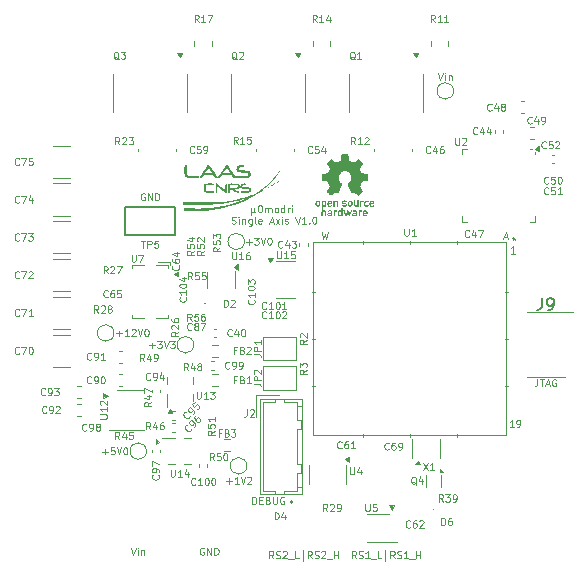
<source format=gto>
%TF.GenerationSoftware,KiCad,Pcbnew,8.0.2-8.0.2-0~ubuntu22.04.1*%
%TF.CreationDate,2024-05-23T17:41:41+02:00*%
%TF.ProjectId,omodri_sa_laas,6f6d6f64-7269-45f7-9361-5f6c6161732e,1.0*%
%TF.SameCoordinates,Original*%
%TF.FileFunction,Legend,Top*%
%TF.FilePolarity,Positive*%
%FSLAX46Y46*%
G04 Gerber Fmt 4.6, Leading zero omitted, Abs format (unit mm)*
G04 Created by KiCad (PCBNEW 8.0.2-8.0.2-0~ubuntu22.04.1) date 2024-05-23 17:41:41*
%MOMM*%
%LPD*%
G01*
G04 APERTURE LIST*
%ADD10C,0.120000*%
%ADD11C,0.150000*%
%ADD12C,0.000000*%
%ADD13C,0.177800*%
G04 APERTURE END LIST*
D10*
X172799999Y-128421331D02*
X172799999Y-128849902D01*
X172799999Y-128849902D02*
X172771428Y-128935617D01*
X172771428Y-128935617D02*
X172714285Y-128992760D01*
X172714285Y-128992760D02*
X172628571Y-129021331D01*
X172628571Y-129021331D02*
X172571428Y-129021331D01*
X172999999Y-128421331D02*
X173342857Y-128421331D01*
X173171428Y-129021331D02*
X173171428Y-128421331D01*
X173514285Y-128849902D02*
X173800000Y-128849902D01*
X173457142Y-129021331D02*
X173657142Y-128421331D01*
X173657142Y-128421331D02*
X173857142Y-129021331D01*
X174371428Y-128449902D02*
X174314286Y-128421331D01*
X174314286Y-128421331D02*
X174228571Y-128421331D01*
X174228571Y-128421331D02*
X174142857Y-128449902D01*
X174142857Y-128449902D02*
X174085714Y-128507045D01*
X174085714Y-128507045D02*
X174057143Y-128564188D01*
X174057143Y-128564188D02*
X174028571Y-128678474D01*
X174028571Y-128678474D02*
X174028571Y-128764188D01*
X174028571Y-128764188D02*
X174057143Y-128878474D01*
X174057143Y-128878474D02*
X174085714Y-128935617D01*
X174085714Y-128935617D02*
X174142857Y-128992760D01*
X174142857Y-128992760D02*
X174228571Y-129021331D01*
X174228571Y-129021331D02*
X174285714Y-129021331D01*
X174285714Y-129021331D02*
X174371428Y-128992760D01*
X174371428Y-128992760D02*
X174400000Y-128964188D01*
X174400000Y-128964188D02*
X174400000Y-128764188D01*
X174400000Y-128764188D02*
X174285714Y-128764188D01*
X150442856Y-143571331D02*
X150242856Y-143285617D01*
X150099999Y-143571331D02*
X150099999Y-142971331D01*
X150099999Y-142971331D02*
X150328570Y-142971331D01*
X150328570Y-142971331D02*
X150385713Y-142999902D01*
X150385713Y-142999902D02*
X150414284Y-143028474D01*
X150414284Y-143028474D02*
X150442856Y-143085617D01*
X150442856Y-143085617D02*
X150442856Y-143171331D01*
X150442856Y-143171331D02*
X150414284Y-143228474D01*
X150414284Y-143228474D02*
X150385713Y-143257045D01*
X150385713Y-143257045D02*
X150328570Y-143285617D01*
X150328570Y-143285617D02*
X150099999Y-143285617D01*
X150671427Y-143542760D02*
X150757142Y-143571331D01*
X150757142Y-143571331D02*
X150899999Y-143571331D01*
X150899999Y-143571331D02*
X150957142Y-143542760D01*
X150957142Y-143542760D02*
X150985713Y-143514188D01*
X150985713Y-143514188D02*
X151014284Y-143457045D01*
X151014284Y-143457045D02*
X151014284Y-143399902D01*
X151014284Y-143399902D02*
X150985713Y-143342760D01*
X150985713Y-143342760D02*
X150957142Y-143314188D01*
X150957142Y-143314188D02*
X150899999Y-143285617D01*
X150899999Y-143285617D02*
X150785713Y-143257045D01*
X150785713Y-143257045D02*
X150728570Y-143228474D01*
X150728570Y-143228474D02*
X150699999Y-143199902D01*
X150699999Y-143199902D02*
X150671427Y-143142760D01*
X150671427Y-143142760D02*
X150671427Y-143085617D01*
X150671427Y-143085617D02*
X150699999Y-143028474D01*
X150699999Y-143028474D02*
X150728570Y-142999902D01*
X150728570Y-142999902D02*
X150785713Y-142971331D01*
X150785713Y-142971331D02*
X150928570Y-142971331D01*
X150928570Y-142971331D02*
X151014284Y-142999902D01*
X151242856Y-143028474D02*
X151271428Y-142999902D01*
X151271428Y-142999902D02*
X151328571Y-142971331D01*
X151328571Y-142971331D02*
X151471428Y-142971331D01*
X151471428Y-142971331D02*
X151528571Y-142999902D01*
X151528571Y-142999902D02*
X151557142Y-143028474D01*
X151557142Y-143028474D02*
X151585713Y-143085617D01*
X151585713Y-143085617D02*
X151585713Y-143142760D01*
X151585713Y-143142760D02*
X151557142Y-143228474D01*
X151557142Y-143228474D02*
X151214285Y-143571331D01*
X151214285Y-143571331D02*
X151585713Y-143571331D01*
X151700000Y-143628474D02*
X152157142Y-143628474D01*
X152585714Y-143571331D02*
X152300000Y-143571331D01*
X152300000Y-143571331D02*
X152300000Y-142971331D01*
X152928571Y-143771331D02*
X152928571Y-142914188D01*
X153700000Y-143571331D02*
X153500000Y-143285617D01*
X153357143Y-143571331D02*
X153357143Y-142971331D01*
X153357143Y-142971331D02*
X153585714Y-142971331D01*
X153585714Y-142971331D02*
X153642857Y-142999902D01*
X153642857Y-142999902D02*
X153671428Y-143028474D01*
X153671428Y-143028474D02*
X153700000Y-143085617D01*
X153700000Y-143085617D02*
X153700000Y-143171331D01*
X153700000Y-143171331D02*
X153671428Y-143228474D01*
X153671428Y-143228474D02*
X153642857Y-143257045D01*
X153642857Y-143257045D02*
X153585714Y-143285617D01*
X153585714Y-143285617D02*
X153357143Y-143285617D01*
X153928571Y-143542760D02*
X154014286Y-143571331D01*
X154014286Y-143571331D02*
X154157143Y-143571331D01*
X154157143Y-143571331D02*
X154214286Y-143542760D01*
X154214286Y-143542760D02*
X154242857Y-143514188D01*
X154242857Y-143514188D02*
X154271428Y-143457045D01*
X154271428Y-143457045D02*
X154271428Y-143399902D01*
X154271428Y-143399902D02*
X154242857Y-143342760D01*
X154242857Y-143342760D02*
X154214286Y-143314188D01*
X154214286Y-143314188D02*
X154157143Y-143285617D01*
X154157143Y-143285617D02*
X154042857Y-143257045D01*
X154042857Y-143257045D02*
X153985714Y-143228474D01*
X153985714Y-143228474D02*
X153957143Y-143199902D01*
X153957143Y-143199902D02*
X153928571Y-143142760D01*
X153928571Y-143142760D02*
X153928571Y-143085617D01*
X153928571Y-143085617D02*
X153957143Y-143028474D01*
X153957143Y-143028474D02*
X153985714Y-142999902D01*
X153985714Y-142999902D02*
X154042857Y-142971331D01*
X154042857Y-142971331D02*
X154185714Y-142971331D01*
X154185714Y-142971331D02*
X154271428Y-142999902D01*
X154500000Y-143028474D02*
X154528572Y-142999902D01*
X154528572Y-142999902D02*
X154585715Y-142971331D01*
X154585715Y-142971331D02*
X154728572Y-142971331D01*
X154728572Y-142971331D02*
X154785715Y-142999902D01*
X154785715Y-142999902D02*
X154814286Y-143028474D01*
X154814286Y-143028474D02*
X154842857Y-143085617D01*
X154842857Y-143085617D02*
X154842857Y-143142760D01*
X154842857Y-143142760D02*
X154814286Y-143228474D01*
X154814286Y-143228474D02*
X154471429Y-143571331D01*
X154471429Y-143571331D02*
X154842857Y-143571331D01*
X154957144Y-143628474D02*
X155414286Y-143628474D01*
X155557144Y-143571331D02*
X155557144Y-142971331D01*
X155557144Y-143257045D02*
X155900001Y-143257045D01*
X155900001Y-143571331D02*
X155900001Y-142971331D01*
X164385714Y-102471331D02*
X164585714Y-103071331D01*
X164585714Y-103071331D02*
X164785714Y-102471331D01*
X164985715Y-103071331D02*
X164985715Y-102671331D01*
X164985715Y-102471331D02*
X164957143Y-102499902D01*
X164957143Y-102499902D02*
X164985715Y-102528474D01*
X164985715Y-102528474D02*
X165014286Y-102499902D01*
X165014286Y-102499902D02*
X164985715Y-102471331D01*
X164985715Y-102471331D02*
X164985715Y-102528474D01*
X165271429Y-102671331D02*
X165271429Y-103071331D01*
X165271429Y-102728474D02*
X165300000Y-102699902D01*
X165300000Y-102699902D02*
X165357143Y-102671331D01*
X165357143Y-102671331D02*
X165442857Y-102671331D01*
X165442857Y-102671331D02*
X165500000Y-102699902D01*
X165500000Y-102699902D02*
X165528572Y-102757045D01*
X165528572Y-102757045D02*
X165528572Y-103071331D01*
X139942857Y-125542760D02*
X140400000Y-125542760D01*
X140171428Y-125771331D02*
X140171428Y-125314188D01*
X140628571Y-125171331D02*
X140999999Y-125171331D01*
X140999999Y-125171331D02*
X140799999Y-125399902D01*
X140799999Y-125399902D02*
X140885714Y-125399902D01*
X140885714Y-125399902D02*
X140942857Y-125428474D01*
X140942857Y-125428474D02*
X140971428Y-125457045D01*
X140971428Y-125457045D02*
X140999999Y-125514188D01*
X140999999Y-125514188D02*
X140999999Y-125657045D01*
X140999999Y-125657045D02*
X140971428Y-125714188D01*
X140971428Y-125714188D02*
X140942857Y-125742760D01*
X140942857Y-125742760D02*
X140885714Y-125771331D01*
X140885714Y-125771331D02*
X140714285Y-125771331D01*
X140714285Y-125771331D02*
X140657142Y-125742760D01*
X140657142Y-125742760D02*
X140628571Y-125714188D01*
X141171428Y-125171331D02*
X141371428Y-125771331D01*
X141371428Y-125771331D02*
X141571428Y-125171331D01*
X141714286Y-125171331D02*
X142085714Y-125171331D01*
X142085714Y-125171331D02*
X141885714Y-125399902D01*
X141885714Y-125399902D02*
X141971429Y-125399902D01*
X141971429Y-125399902D02*
X142028572Y-125428474D01*
X142028572Y-125428474D02*
X142057143Y-125457045D01*
X142057143Y-125457045D02*
X142085714Y-125514188D01*
X142085714Y-125514188D02*
X142085714Y-125657045D01*
X142085714Y-125657045D02*
X142057143Y-125714188D01*
X142057143Y-125714188D02*
X142028572Y-125742760D01*
X142028572Y-125742760D02*
X141971429Y-125771331D01*
X141971429Y-125771331D02*
X141800000Y-125771331D01*
X141800000Y-125771331D02*
X141742857Y-125742760D01*
X141742857Y-125742760D02*
X141714286Y-125714188D01*
X148142857Y-116792760D02*
X148600000Y-116792760D01*
X148371428Y-117021331D02*
X148371428Y-116564188D01*
X148828571Y-116421331D02*
X149199999Y-116421331D01*
X149199999Y-116421331D02*
X148999999Y-116649902D01*
X148999999Y-116649902D02*
X149085714Y-116649902D01*
X149085714Y-116649902D02*
X149142857Y-116678474D01*
X149142857Y-116678474D02*
X149171428Y-116707045D01*
X149171428Y-116707045D02*
X149199999Y-116764188D01*
X149199999Y-116764188D02*
X149199999Y-116907045D01*
X149199999Y-116907045D02*
X149171428Y-116964188D01*
X149171428Y-116964188D02*
X149142857Y-116992760D01*
X149142857Y-116992760D02*
X149085714Y-117021331D01*
X149085714Y-117021331D02*
X148914285Y-117021331D01*
X148914285Y-117021331D02*
X148857142Y-116992760D01*
X148857142Y-116992760D02*
X148828571Y-116964188D01*
X149371428Y-116421331D02*
X149571428Y-117021331D01*
X149571428Y-117021331D02*
X149771428Y-116421331D01*
X150085714Y-116421331D02*
X150142857Y-116421331D01*
X150142857Y-116421331D02*
X150200000Y-116449902D01*
X150200000Y-116449902D02*
X150228572Y-116478474D01*
X150228572Y-116478474D02*
X150257143Y-116535617D01*
X150257143Y-116535617D02*
X150285714Y-116649902D01*
X150285714Y-116649902D02*
X150285714Y-116792760D01*
X150285714Y-116792760D02*
X150257143Y-116907045D01*
X150257143Y-116907045D02*
X150228572Y-116964188D01*
X150228572Y-116964188D02*
X150200000Y-116992760D01*
X150200000Y-116992760D02*
X150142857Y-117021331D01*
X150142857Y-117021331D02*
X150085714Y-117021331D01*
X150085714Y-117021331D02*
X150028572Y-116992760D01*
X150028572Y-116992760D02*
X150000000Y-116964188D01*
X150000000Y-116964188D02*
X149971429Y-116907045D01*
X149971429Y-116907045D02*
X149942857Y-116792760D01*
X149942857Y-116792760D02*
X149942857Y-116649902D01*
X149942857Y-116649902D02*
X149971429Y-116535617D01*
X149971429Y-116535617D02*
X150000000Y-116478474D01*
X150000000Y-116478474D02*
X150028572Y-116449902D01*
X150028572Y-116449902D02*
X150085714Y-116421331D01*
X144542857Y-142699902D02*
X144485715Y-142671331D01*
X144485715Y-142671331D02*
X144400000Y-142671331D01*
X144400000Y-142671331D02*
X144314286Y-142699902D01*
X144314286Y-142699902D02*
X144257143Y-142757045D01*
X144257143Y-142757045D02*
X144228572Y-142814188D01*
X144228572Y-142814188D02*
X144200000Y-142928474D01*
X144200000Y-142928474D02*
X144200000Y-143014188D01*
X144200000Y-143014188D02*
X144228572Y-143128474D01*
X144228572Y-143128474D02*
X144257143Y-143185617D01*
X144257143Y-143185617D02*
X144314286Y-143242760D01*
X144314286Y-143242760D02*
X144400000Y-143271331D01*
X144400000Y-143271331D02*
X144457143Y-143271331D01*
X144457143Y-143271331D02*
X144542857Y-143242760D01*
X144542857Y-143242760D02*
X144571429Y-143214188D01*
X144571429Y-143214188D02*
X144571429Y-143014188D01*
X144571429Y-143014188D02*
X144457143Y-143014188D01*
X144828572Y-143271331D02*
X144828572Y-142671331D01*
X144828572Y-142671331D02*
X145171429Y-143271331D01*
X145171429Y-143271331D02*
X145171429Y-142671331D01*
X145457143Y-143271331D02*
X145457143Y-142671331D01*
X145457143Y-142671331D02*
X145600000Y-142671331D01*
X145600000Y-142671331D02*
X145685714Y-142699902D01*
X145685714Y-142699902D02*
X145742857Y-142757045D01*
X145742857Y-142757045D02*
X145771428Y-142814188D01*
X145771428Y-142814188D02*
X145800000Y-142928474D01*
X145800000Y-142928474D02*
X145800000Y-143014188D01*
X145800000Y-143014188D02*
X145771428Y-143128474D01*
X145771428Y-143128474D02*
X145742857Y-143185617D01*
X145742857Y-143185617D02*
X145685714Y-143242760D01*
X145685714Y-143242760D02*
X145600000Y-143271331D01*
X145600000Y-143271331D02*
X145457143Y-143271331D01*
X137157142Y-124542760D02*
X137614285Y-124542760D01*
X137385713Y-124771331D02*
X137385713Y-124314188D01*
X138214284Y-124771331D02*
X137871427Y-124771331D01*
X138042856Y-124771331D02*
X138042856Y-124171331D01*
X138042856Y-124171331D02*
X137985713Y-124257045D01*
X137985713Y-124257045D02*
X137928570Y-124314188D01*
X137928570Y-124314188D02*
X137871427Y-124342760D01*
X138442856Y-124228474D02*
X138471428Y-124199902D01*
X138471428Y-124199902D02*
X138528571Y-124171331D01*
X138528571Y-124171331D02*
X138671428Y-124171331D01*
X138671428Y-124171331D02*
X138728571Y-124199902D01*
X138728571Y-124199902D02*
X138757142Y-124228474D01*
X138757142Y-124228474D02*
X138785713Y-124285617D01*
X138785713Y-124285617D02*
X138785713Y-124342760D01*
X138785713Y-124342760D02*
X138757142Y-124428474D01*
X138757142Y-124428474D02*
X138414285Y-124771331D01*
X138414285Y-124771331D02*
X138785713Y-124771331D01*
X138957142Y-124171331D02*
X139157142Y-124771331D01*
X139157142Y-124771331D02*
X139357142Y-124171331D01*
X139671428Y-124171331D02*
X139728571Y-124171331D01*
X139728571Y-124171331D02*
X139785714Y-124199902D01*
X139785714Y-124199902D02*
X139814286Y-124228474D01*
X139814286Y-124228474D02*
X139842857Y-124285617D01*
X139842857Y-124285617D02*
X139871428Y-124399902D01*
X139871428Y-124399902D02*
X139871428Y-124542760D01*
X139871428Y-124542760D02*
X139842857Y-124657045D01*
X139842857Y-124657045D02*
X139814286Y-124714188D01*
X139814286Y-124714188D02*
X139785714Y-124742760D01*
X139785714Y-124742760D02*
X139728571Y-124771331D01*
X139728571Y-124771331D02*
X139671428Y-124771331D01*
X139671428Y-124771331D02*
X139614286Y-124742760D01*
X139614286Y-124742760D02*
X139585714Y-124714188D01*
X139585714Y-124714188D02*
X139557143Y-124657045D01*
X139557143Y-124657045D02*
X139528571Y-124542760D01*
X139528571Y-124542760D02*
X139528571Y-124399902D01*
X139528571Y-124399902D02*
X139557143Y-124285617D01*
X139557143Y-124285617D02*
X139585714Y-124228474D01*
X139585714Y-124228474D02*
X139614286Y-124199902D01*
X139614286Y-124199902D02*
X139671428Y-124171331D01*
X138385714Y-142671331D02*
X138585714Y-143271331D01*
X138585714Y-143271331D02*
X138785714Y-142671331D01*
X138985715Y-143271331D02*
X138985715Y-142871331D01*
X138985715Y-142671331D02*
X138957143Y-142699902D01*
X138957143Y-142699902D02*
X138985715Y-142728474D01*
X138985715Y-142728474D02*
X139014286Y-142699902D01*
X139014286Y-142699902D02*
X138985715Y-142671331D01*
X138985715Y-142671331D02*
X138985715Y-142728474D01*
X139271429Y-142871331D02*
X139271429Y-143271331D01*
X139271429Y-142928474D02*
X139300000Y-142899902D01*
X139300000Y-142899902D02*
X139357143Y-142871331D01*
X139357143Y-142871331D02*
X139442857Y-142871331D01*
X139442857Y-142871331D02*
X139500000Y-142899902D01*
X139500000Y-142899902D02*
X139528572Y-142957045D01*
X139528572Y-142957045D02*
X139528572Y-143271331D01*
X146442857Y-137042760D02*
X146900000Y-137042760D01*
X146671428Y-137271331D02*
X146671428Y-136814188D01*
X147499999Y-137271331D02*
X147157142Y-137271331D01*
X147328571Y-137271331D02*
X147328571Y-136671331D01*
X147328571Y-136671331D02*
X147271428Y-136757045D01*
X147271428Y-136757045D02*
X147214285Y-136814188D01*
X147214285Y-136814188D02*
X147157142Y-136842760D01*
X147671428Y-136671331D02*
X147871428Y-137271331D01*
X147871428Y-137271331D02*
X148071428Y-136671331D01*
X148242857Y-136728474D02*
X148271429Y-136699902D01*
X148271429Y-136699902D02*
X148328572Y-136671331D01*
X148328572Y-136671331D02*
X148471429Y-136671331D01*
X148471429Y-136671331D02*
X148528572Y-136699902D01*
X148528572Y-136699902D02*
X148557143Y-136728474D01*
X148557143Y-136728474D02*
X148585714Y-136785617D01*
X148585714Y-136785617D02*
X148585714Y-136842760D01*
X148585714Y-136842760D02*
X148557143Y-136928474D01*
X148557143Y-136928474D02*
X148214286Y-137271331D01*
X148214286Y-137271331D02*
X148585714Y-137271331D01*
X135942857Y-134542760D02*
X136400000Y-134542760D01*
X136171428Y-134771331D02*
X136171428Y-134314188D01*
X136971428Y-134171331D02*
X136685714Y-134171331D01*
X136685714Y-134171331D02*
X136657142Y-134457045D01*
X136657142Y-134457045D02*
X136685714Y-134428474D01*
X136685714Y-134428474D02*
X136742857Y-134399902D01*
X136742857Y-134399902D02*
X136885714Y-134399902D01*
X136885714Y-134399902D02*
X136942857Y-134428474D01*
X136942857Y-134428474D02*
X136971428Y-134457045D01*
X136971428Y-134457045D02*
X136999999Y-134514188D01*
X136999999Y-134514188D02*
X136999999Y-134657045D01*
X136999999Y-134657045D02*
X136971428Y-134714188D01*
X136971428Y-134714188D02*
X136942857Y-134742760D01*
X136942857Y-134742760D02*
X136885714Y-134771331D01*
X136885714Y-134771331D02*
X136742857Y-134771331D01*
X136742857Y-134771331D02*
X136685714Y-134742760D01*
X136685714Y-134742760D02*
X136657142Y-134714188D01*
X137171428Y-134171331D02*
X137371428Y-134771331D01*
X137371428Y-134771331D02*
X137571428Y-134171331D01*
X137885714Y-134171331D02*
X137942857Y-134171331D01*
X137942857Y-134171331D02*
X138000000Y-134199902D01*
X138000000Y-134199902D02*
X138028572Y-134228474D01*
X138028572Y-134228474D02*
X138057143Y-134285617D01*
X138057143Y-134285617D02*
X138085714Y-134399902D01*
X138085714Y-134399902D02*
X138085714Y-134542760D01*
X138085714Y-134542760D02*
X138057143Y-134657045D01*
X138057143Y-134657045D02*
X138028572Y-134714188D01*
X138028572Y-134714188D02*
X138000000Y-134742760D01*
X138000000Y-134742760D02*
X137942857Y-134771331D01*
X137942857Y-134771331D02*
X137885714Y-134771331D01*
X137885714Y-134771331D02*
X137828572Y-134742760D01*
X137828572Y-134742760D02*
X137800000Y-134714188D01*
X137800000Y-134714188D02*
X137771429Y-134657045D01*
X137771429Y-134657045D02*
X137742857Y-134542760D01*
X137742857Y-134542760D02*
X137742857Y-134399902D01*
X137742857Y-134399902D02*
X137771429Y-134285617D01*
X137771429Y-134285617D02*
X137800000Y-134228474D01*
X137800000Y-134228474D02*
X137828572Y-134199902D01*
X137828572Y-134199902D02*
X137885714Y-134171331D01*
X157442856Y-143571331D02*
X157242856Y-143285617D01*
X157099999Y-143571331D02*
X157099999Y-142971331D01*
X157099999Y-142971331D02*
X157328570Y-142971331D01*
X157328570Y-142971331D02*
X157385713Y-142999902D01*
X157385713Y-142999902D02*
X157414284Y-143028474D01*
X157414284Y-143028474D02*
X157442856Y-143085617D01*
X157442856Y-143085617D02*
X157442856Y-143171331D01*
X157442856Y-143171331D02*
X157414284Y-143228474D01*
X157414284Y-143228474D02*
X157385713Y-143257045D01*
X157385713Y-143257045D02*
X157328570Y-143285617D01*
X157328570Y-143285617D02*
X157099999Y-143285617D01*
X157671427Y-143542760D02*
X157757142Y-143571331D01*
X157757142Y-143571331D02*
X157899999Y-143571331D01*
X157899999Y-143571331D02*
X157957142Y-143542760D01*
X157957142Y-143542760D02*
X157985713Y-143514188D01*
X157985713Y-143514188D02*
X158014284Y-143457045D01*
X158014284Y-143457045D02*
X158014284Y-143399902D01*
X158014284Y-143399902D02*
X157985713Y-143342760D01*
X157985713Y-143342760D02*
X157957142Y-143314188D01*
X157957142Y-143314188D02*
X157899999Y-143285617D01*
X157899999Y-143285617D02*
X157785713Y-143257045D01*
X157785713Y-143257045D02*
X157728570Y-143228474D01*
X157728570Y-143228474D02*
X157699999Y-143199902D01*
X157699999Y-143199902D02*
X157671427Y-143142760D01*
X157671427Y-143142760D02*
X157671427Y-143085617D01*
X157671427Y-143085617D02*
X157699999Y-143028474D01*
X157699999Y-143028474D02*
X157728570Y-142999902D01*
X157728570Y-142999902D02*
X157785713Y-142971331D01*
X157785713Y-142971331D02*
X157928570Y-142971331D01*
X157928570Y-142971331D02*
X158014284Y-142999902D01*
X158585713Y-143571331D02*
X158242856Y-143571331D01*
X158414285Y-143571331D02*
X158414285Y-142971331D01*
X158414285Y-142971331D02*
X158357142Y-143057045D01*
X158357142Y-143057045D02*
X158299999Y-143114188D01*
X158299999Y-143114188D02*
X158242856Y-143142760D01*
X158700000Y-143628474D02*
X159157142Y-143628474D01*
X159585714Y-143571331D02*
X159300000Y-143571331D01*
X159300000Y-143571331D02*
X159300000Y-142971331D01*
X159928571Y-143771331D02*
X159928571Y-142914188D01*
X160700000Y-143571331D02*
X160500000Y-143285617D01*
X160357143Y-143571331D02*
X160357143Y-142971331D01*
X160357143Y-142971331D02*
X160585714Y-142971331D01*
X160585714Y-142971331D02*
X160642857Y-142999902D01*
X160642857Y-142999902D02*
X160671428Y-143028474D01*
X160671428Y-143028474D02*
X160700000Y-143085617D01*
X160700000Y-143085617D02*
X160700000Y-143171331D01*
X160700000Y-143171331D02*
X160671428Y-143228474D01*
X160671428Y-143228474D02*
X160642857Y-143257045D01*
X160642857Y-143257045D02*
X160585714Y-143285617D01*
X160585714Y-143285617D02*
X160357143Y-143285617D01*
X160928571Y-143542760D02*
X161014286Y-143571331D01*
X161014286Y-143571331D02*
X161157143Y-143571331D01*
X161157143Y-143571331D02*
X161214286Y-143542760D01*
X161214286Y-143542760D02*
X161242857Y-143514188D01*
X161242857Y-143514188D02*
X161271428Y-143457045D01*
X161271428Y-143457045D02*
X161271428Y-143399902D01*
X161271428Y-143399902D02*
X161242857Y-143342760D01*
X161242857Y-143342760D02*
X161214286Y-143314188D01*
X161214286Y-143314188D02*
X161157143Y-143285617D01*
X161157143Y-143285617D02*
X161042857Y-143257045D01*
X161042857Y-143257045D02*
X160985714Y-143228474D01*
X160985714Y-143228474D02*
X160957143Y-143199902D01*
X160957143Y-143199902D02*
X160928571Y-143142760D01*
X160928571Y-143142760D02*
X160928571Y-143085617D01*
X160928571Y-143085617D02*
X160957143Y-143028474D01*
X160957143Y-143028474D02*
X160985714Y-142999902D01*
X160985714Y-142999902D02*
X161042857Y-142971331D01*
X161042857Y-142971331D02*
X161185714Y-142971331D01*
X161185714Y-142971331D02*
X161271428Y-142999902D01*
X161842857Y-143571331D02*
X161500000Y-143571331D01*
X161671429Y-143571331D02*
X161671429Y-142971331D01*
X161671429Y-142971331D02*
X161614286Y-143057045D01*
X161614286Y-143057045D02*
X161557143Y-143114188D01*
X161557143Y-143114188D02*
X161500000Y-143142760D01*
X161957144Y-143628474D02*
X162414286Y-143628474D01*
X162557144Y-143571331D02*
X162557144Y-142971331D01*
X162557144Y-143257045D02*
X162900001Y-143257045D01*
X162900001Y-143571331D02*
X162900001Y-142971331D01*
X139542857Y-112699902D02*
X139485715Y-112671331D01*
X139485715Y-112671331D02*
X139400000Y-112671331D01*
X139400000Y-112671331D02*
X139314286Y-112699902D01*
X139314286Y-112699902D02*
X139257143Y-112757045D01*
X139257143Y-112757045D02*
X139228572Y-112814188D01*
X139228572Y-112814188D02*
X139200000Y-112928474D01*
X139200000Y-112928474D02*
X139200000Y-113014188D01*
X139200000Y-113014188D02*
X139228572Y-113128474D01*
X139228572Y-113128474D02*
X139257143Y-113185617D01*
X139257143Y-113185617D02*
X139314286Y-113242760D01*
X139314286Y-113242760D02*
X139400000Y-113271331D01*
X139400000Y-113271331D02*
X139457143Y-113271331D01*
X139457143Y-113271331D02*
X139542857Y-113242760D01*
X139542857Y-113242760D02*
X139571429Y-113214188D01*
X139571429Y-113214188D02*
X139571429Y-113014188D01*
X139571429Y-113014188D02*
X139457143Y-113014188D01*
X139828572Y-113271331D02*
X139828572Y-112671331D01*
X139828572Y-112671331D02*
X140171429Y-113271331D01*
X140171429Y-113271331D02*
X140171429Y-112671331D01*
X140457143Y-113271331D02*
X140457143Y-112671331D01*
X140457143Y-112671331D02*
X140600000Y-112671331D01*
X140600000Y-112671331D02*
X140685714Y-112699902D01*
X140685714Y-112699902D02*
X140742857Y-112757045D01*
X140742857Y-112757045D02*
X140771428Y-112814188D01*
X140771428Y-112814188D02*
X140800000Y-112928474D01*
X140800000Y-112928474D02*
X140800000Y-113014188D01*
X140800000Y-113014188D02*
X140771428Y-113128474D01*
X140771428Y-113128474D02*
X140742857Y-113185617D01*
X140742857Y-113185617D02*
X140685714Y-113242760D01*
X140685714Y-113242760D02*
X140600000Y-113271331D01*
X140600000Y-113271331D02*
X140457143Y-113271331D01*
X148657143Y-138971331D02*
X148657143Y-138371331D01*
X148657143Y-138371331D02*
X148800000Y-138371331D01*
X148800000Y-138371331D02*
X148885714Y-138399902D01*
X148885714Y-138399902D02*
X148942857Y-138457045D01*
X148942857Y-138457045D02*
X148971428Y-138514188D01*
X148971428Y-138514188D02*
X149000000Y-138628474D01*
X149000000Y-138628474D02*
X149000000Y-138714188D01*
X149000000Y-138714188D02*
X148971428Y-138828474D01*
X148971428Y-138828474D02*
X148942857Y-138885617D01*
X148942857Y-138885617D02*
X148885714Y-138942760D01*
X148885714Y-138942760D02*
X148800000Y-138971331D01*
X148800000Y-138971331D02*
X148657143Y-138971331D01*
X149257143Y-138657045D02*
X149457143Y-138657045D01*
X149542857Y-138971331D02*
X149257143Y-138971331D01*
X149257143Y-138971331D02*
X149257143Y-138371331D01*
X149257143Y-138371331D02*
X149542857Y-138371331D01*
X150000000Y-138657045D02*
X150085714Y-138685617D01*
X150085714Y-138685617D02*
X150114285Y-138714188D01*
X150114285Y-138714188D02*
X150142857Y-138771331D01*
X150142857Y-138771331D02*
X150142857Y-138857045D01*
X150142857Y-138857045D02*
X150114285Y-138914188D01*
X150114285Y-138914188D02*
X150085714Y-138942760D01*
X150085714Y-138942760D02*
X150028571Y-138971331D01*
X150028571Y-138971331D02*
X149800000Y-138971331D01*
X149800000Y-138971331D02*
X149800000Y-138371331D01*
X149800000Y-138371331D02*
X150000000Y-138371331D01*
X150000000Y-138371331D02*
X150057143Y-138399902D01*
X150057143Y-138399902D02*
X150085714Y-138428474D01*
X150085714Y-138428474D02*
X150114285Y-138485617D01*
X150114285Y-138485617D02*
X150114285Y-138542760D01*
X150114285Y-138542760D02*
X150085714Y-138599902D01*
X150085714Y-138599902D02*
X150057143Y-138628474D01*
X150057143Y-138628474D02*
X150000000Y-138657045D01*
X150000000Y-138657045D02*
X149800000Y-138657045D01*
X150400000Y-138371331D02*
X150400000Y-138857045D01*
X150400000Y-138857045D02*
X150428571Y-138914188D01*
X150428571Y-138914188D02*
X150457143Y-138942760D01*
X150457143Y-138942760D02*
X150514285Y-138971331D01*
X150514285Y-138971331D02*
X150628571Y-138971331D01*
X150628571Y-138971331D02*
X150685714Y-138942760D01*
X150685714Y-138942760D02*
X150714285Y-138914188D01*
X150714285Y-138914188D02*
X150742857Y-138857045D01*
X150742857Y-138857045D02*
X150742857Y-138371331D01*
X151342856Y-138399902D02*
X151285714Y-138371331D01*
X151285714Y-138371331D02*
X151199999Y-138371331D01*
X151199999Y-138371331D02*
X151114285Y-138399902D01*
X151114285Y-138399902D02*
X151057142Y-138457045D01*
X151057142Y-138457045D02*
X151028571Y-138514188D01*
X151028571Y-138514188D02*
X150999999Y-138628474D01*
X150999999Y-138628474D02*
X150999999Y-138714188D01*
X150999999Y-138714188D02*
X151028571Y-138828474D01*
X151028571Y-138828474D02*
X151057142Y-138885617D01*
X151057142Y-138885617D02*
X151114285Y-138942760D01*
X151114285Y-138942760D02*
X151199999Y-138971331D01*
X151199999Y-138971331D02*
X151257142Y-138971331D01*
X151257142Y-138971331D02*
X151342856Y-138942760D01*
X151342856Y-138942760D02*
X151371428Y-138914188D01*
X151371428Y-138914188D02*
X151371428Y-138714188D01*
X151371428Y-138714188D02*
X151257142Y-138714188D01*
X148514286Y-113888348D02*
X148514286Y-114488348D01*
X148800000Y-114202634D02*
X148828571Y-114259777D01*
X148828571Y-114259777D02*
X148885714Y-114288348D01*
X148514286Y-114202634D02*
X148542857Y-114259777D01*
X148542857Y-114259777D02*
X148600000Y-114288348D01*
X148600000Y-114288348D02*
X148714286Y-114288348D01*
X148714286Y-114288348D02*
X148771429Y-114259777D01*
X148771429Y-114259777D02*
X148800000Y-114202634D01*
X148800000Y-114202634D02*
X148800000Y-113888348D01*
X149257142Y-113688348D02*
X149371428Y-113688348D01*
X149371428Y-113688348D02*
X149428571Y-113716919D01*
X149428571Y-113716919D02*
X149485714Y-113774062D01*
X149485714Y-113774062D02*
X149514285Y-113888348D01*
X149514285Y-113888348D02*
X149514285Y-114088348D01*
X149514285Y-114088348D02*
X149485714Y-114202634D01*
X149485714Y-114202634D02*
X149428571Y-114259777D01*
X149428571Y-114259777D02*
X149371428Y-114288348D01*
X149371428Y-114288348D02*
X149257142Y-114288348D01*
X149257142Y-114288348D02*
X149200000Y-114259777D01*
X149200000Y-114259777D02*
X149142857Y-114202634D01*
X149142857Y-114202634D02*
X149114285Y-114088348D01*
X149114285Y-114088348D02*
X149114285Y-113888348D01*
X149114285Y-113888348D02*
X149142857Y-113774062D01*
X149142857Y-113774062D02*
X149200000Y-113716919D01*
X149200000Y-113716919D02*
X149257142Y-113688348D01*
X149771428Y-114288348D02*
X149771428Y-113888348D01*
X149771428Y-113945491D02*
X149799999Y-113916919D01*
X149799999Y-113916919D02*
X149857142Y-113888348D01*
X149857142Y-113888348D02*
X149942856Y-113888348D01*
X149942856Y-113888348D02*
X149999999Y-113916919D01*
X149999999Y-113916919D02*
X150028571Y-113974062D01*
X150028571Y-113974062D02*
X150028571Y-114288348D01*
X150028571Y-113974062D02*
X150057142Y-113916919D01*
X150057142Y-113916919D02*
X150114285Y-113888348D01*
X150114285Y-113888348D02*
X150199999Y-113888348D01*
X150199999Y-113888348D02*
X150257142Y-113916919D01*
X150257142Y-113916919D02*
X150285713Y-113974062D01*
X150285713Y-113974062D02*
X150285713Y-114288348D01*
X150657142Y-114288348D02*
X150599999Y-114259777D01*
X150599999Y-114259777D02*
X150571428Y-114231205D01*
X150571428Y-114231205D02*
X150542856Y-114174062D01*
X150542856Y-114174062D02*
X150542856Y-114002634D01*
X150542856Y-114002634D02*
X150571428Y-113945491D01*
X150571428Y-113945491D02*
X150599999Y-113916919D01*
X150599999Y-113916919D02*
X150657142Y-113888348D01*
X150657142Y-113888348D02*
X150742856Y-113888348D01*
X150742856Y-113888348D02*
X150799999Y-113916919D01*
X150799999Y-113916919D02*
X150828571Y-113945491D01*
X150828571Y-113945491D02*
X150857142Y-114002634D01*
X150857142Y-114002634D02*
X150857142Y-114174062D01*
X150857142Y-114174062D02*
X150828571Y-114231205D01*
X150828571Y-114231205D02*
X150799999Y-114259777D01*
X150799999Y-114259777D02*
X150742856Y-114288348D01*
X150742856Y-114288348D02*
X150657142Y-114288348D01*
X151371428Y-114288348D02*
X151371428Y-113688348D01*
X151371428Y-114259777D02*
X151314285Y-114288348D01*
X151314285Y-114288348D02*
X151199999Y-114288348D01*
X151199999Y-114288348D02*
X151142856Y-114259777D01*
X151142856Y-114259777D02*
X151114285Y-114231205D01*
X151114285Y-114231205D02*
X151085713Y-114174062D01*
X151085713Y-114174062D02*
X151085713Y-114002634D01*
X151085713Y-114002634D02*
X151114285Y-113945491D01*
X151114285Y-113945491D02*
X151142856Y-113916919D01*
X151142856Y-113916919D02*
X151199999Y-113888348D01*
X151199999Y-113888348D02*
X151314285Y-113888348D01*
X151314285Y-113888348D02*
X151371428Y-113916919D01*
X151657142Y-114288348D02*
X151657142Y-113888348D01*
X151657142Y-114002634D02*
X151685713Y-113945491D01*
X151685713Y-113945491D02*
X151714285Y-113916919D01*
X151714285Y-113916919D02*
X151771427Y-113888348D01*
X151771427Y-113888348D02*
X151828570Y-113888348D01*
X152028571Y-114288348D02*
X152028571Y-113888348D01*
X152028571Y-113688348D02*
X151999999Y-113716919D01*
X151999999Y-113716919D02*
X152028571Y-113745491D01*
X152028571Y-113745491D02*
X152057142Y-113716919D01*
X152057142Y-113716919D02*
X152028571Y-113688348D01*
X152028571Y-113688348D02*
X152028571Y-113745491D01*
X146914285Y-115225743D02*
X147000000Y-115254314D01*
X147000000Y-115254314D02*
X147142857Y-115254314D01*
X147142857Y-115254314D02*
X147200000Y-115225743D01*
X147200000Y-115225743D02*
X147228571Y-115197171D01*
X147228571Y-115197171D02*
X147257142Y-115140028D01*
X147257142Y-115140028D02*
X147257142Y-115082885D01*
X147257142Y-115082885D02*
X147228571Y-115025743D01*
X147228571Y-115025743D02*
X147200000Y-114997171D01*
X147200000Y-114997171D02*
X147142857Y-114968600D01*
X147142857Y-114968600D02*
X147028571Y-114940028D01*
X147028571Y-114940028D02*
X146971428Y-114911457D01*
X146971428Y-114911457D02*
X146942857Y-114882885D01*
X146942857Y-114882885D02*
X146914285Y-114825743D01*
X146914285Y-114825743D02*
X146914285Y-114768600D01*
X146914285Y-114768600D02*
X146942857Y-114711457D01*
X146942857Y-114711457D02*
X146971428Y-114682885D01*
X146971428Y-114682885D02*
X147028571Y-114654314D01*
X147028571Y-114654314D02*
X147171428Y-114654314D01*
X147171428Y-114654314D02*
X147257142Y-114682885D01*
X147514286Y-115254314D02*
X147514286Y-114854314D01*
X147514286Y-114654314D02*
X147485714Y-114682885D01*
X147485714Y-114682885D02*
X147514286Y-114711457D01*
X147514286Y-114711457D02*
X147542857Y-114682885D01*
X147542857Y-114682885D02*
X147514286Y-114654314D01*
X147514286Y-114654314D02*
X147514286Y-114711457D01*
X147800000Y-114854314D02*
X147800000Y-115254314D01*
X147800000Y-114911457D02*
X147828571Y-114882885D01*
X147828571Y-114882885D02*
X147885714Y-114854314D01*
X147885714Y-114854314D02*
X147971428Y-114854314D01*
X147971428Y-114854314D02*
X148028571Y-114882885D01*
X148028571Y-114882885D02*
X148057143Y-114940028D01*
X148057143Y-114940028D02*
X148057143Y-115254314D01*
X148600000Y-114854314D02*
X148600000Y-115340028D01*
X148600000Y-115340028D02*
X148571428Y-115397171D01*
X148571428Y-115397171D02*
X148542857Y-115425743D01*
X148542857Y-115425743D02*
X148485714Y-115454314D01*
X148485714Y-115454314D02*
X148400000Y-115454314D01*
X148400000Y-115454314D02*
X148342857Y-115425743D01*
X148600000Y-115225743D02*
X148542857Y-115254314D01*
X148542857Y-115254314D02*
X148428571Y-115254314D01*
X148428571Y-115254314D02*
X148371428Y-115225743D01*
X148371428Y-115225743D02*
X148342857Y-115197171D01*
X148342857Y-115197171D02*
X148314285Y-115140028D01*
X148314285Y-115140028D02*
X148314285Y-114968600D01*
X148314285Y-114968600D02*
X148342857Y-114911457D01*
X148342857Y-114911457D02*
X148371428Y-114882885D01*
X148371428Y-114882885D02*
X148428571Y-114854314D01*
X148428571Y-114854314D02*
X148542857Y-114854314D01*
X148542857Y-114854314D02*
X148600000Y-114882885D01*
X148971428Y-115254314D02*
X148914285Y-115225743D01*
X148914285Y-115225743D02*
X148885714Y-115168600D01*
X148885714Y-115168600D02*
X148885714Y-114654314D01*
X149428571Y-115225743D02*
X149371428Y-115254314D01*
X149371428Y-115254314D02*
X149257143Y-115254314D01*
X149257143Y-115254314D02*
X149200000Y-115225743D01*
X149200000Y-115225743D02*
X149171428Y-115168600D01*
X149171428Y-115168600D02*
X149171428Y-114940028D01*
X149171428Y-114940028D02*
X149200000Y-114882885D01*
X149200000Y-114882885D02*
X149257143Y-114854314D01*
X149257143Y-114854314D02*
X149371428Y-114854314D01*
X149371428Y-114854314D02*
X149428571Y-114882885D01*
X149428571Y-114882885D02*
X149457143Y-114940028D01*
X149457143Y-114940028D02*
X149457143Y-114997171D01*
X149457143Y-114997171D02*
X149171428Y-115054314D01*
X150142857Y-115082885D02*
X150428572Y-115082885D01*
X150085714Y-115254314D02*
X150285714Y-114654314D01*
X150285714Y-114654314D02*
X150485714Y-115254314D01*
X150628572Y-115254314D02*
X150942858Y-114854314D01*
X150628572Y-114854314D02*
X150942858Y-115254314D01*
X151171429Y-115254314D02*
X151171429Y-114854314D01*
X151171429Y-114654314D02*
X151142857Y-114682885D01*
X151142857Y-114682885D02*
X151171429Y-114711457D01*
X151171429Y-114711457D02*
X151200000Y-114682885D01*
X151200000Y-114682885D02*
X151171429Y-114654314D01*
X151171429Y-114654314D02*
X151171429Y-114711457D01*
X151428571Y-115225743D02*
X151485714Y-115254314D01*
X151485714Y-115254314D02*
X151600000Y-115254314D01*
X151600000Y-115254314D02*
X151657143Y-115225743D01*
X151657143Y-115225743D02*
X151685714Y-115168600D01*
X151685714Y-115168600D02*
X151685714Y-115140028D01*
X151685714Y-115140028D02*
X151657143Y-115082885D01*
X151657143Y-115082885D02*
X151600000Y-115054314D01*
X151600000Y-115054314D02*
X151514286Y-115054314D01*
X151514286Y-115054314D02*
X151457143Y-115025743D01*
X151457143Y-115025743D02*
X151428571Y-114968600D01*
X151428571Y-114968600D02*
X151428571Y-114940028D01*
X151428571Y-114940028D02*
X151457143Y-114882885D01*
X151457143Y-114882885D02*
X151514286Y-114854314D01*
X151514286Y-114854314D02*
X151600000Y-114854314D01*
X151600000Y-114854314D02*
X151657143Y-114882885D01*
X152314285Y-114654314D02*
X152514285Y-115254314D01*
X152514285Y-115254314D02*
X152714285Y-114654314D01*
X153228571Y-115254314D02*
X152885714Y-115254314D01*
X153057143Y-115254314D02*
X153057143Y-114654314D01*
X153057143Y-114654314D02*
X153000000Y-114740028D01*
X153000000Y-114740028D02*
X152942857Y-114797171D01*
X152942857Y-114797171D02*
X152885714Y-114825743D01*
X153485715Y-115197171D02*
X153514286Y-115225743D01*
X153514286Y-115225743D02*
X153485715Y-115254314D01*
X153485715Y-115254314D02*
X153457143Y-115225743D01*
X153457143Y-115225743D02*
X153485715Y-115197171D01*
X153485715Y-115197171D02*
X153485715Y-115254314D01*
X153885714Y-114654314D02*
X153942857Y-114654314D01*
X153942857Y-114654314D02*
X154000000Y-114682885D01*
X154000000Y-114682885D02*
X154028572Y-114711457D01*
X154028572Y-114711457D02*
X154057143Y-114768600D01*
X154057143Y-114768600D02*
X154085714Y-114882885D01*
X154085714Y-114882885D02*
X154085714Y-115025743D01*
X154085714Y-115025743D02*
X154057143Y-115140028D01*
X154057143Y-115140028D02*
X154028572Y-115197171D01*
X154028572Y-115197171D02*
X154000000Y-115225743D01*
X154000000Y-115225743D02*
X153942857Y-115254314D01*
X153942857Y-115254314D02*
X153885714Y-115254314D01*
X153885714Y-115254314D02*
X153828572Y-115225743D01*
X153828572Y-115225743D02*
X153800000Y-115197171D01*
X153800000Y-115197171D02*
X153771429Y-115140028D01*
X153771429Y-115140028D02*
X153742857Y-115025743D01*
X153742857Y-115025743D02*
X153742857Y-114882885D01*
X153742857Y-114882885D02*
X153771429Y-114768600D01*
X153771429Y-114768600D02*
X153800000Y-114711457D01*
X153800000Y-114711457D02*
X153828572Y-114682885D01*
X153828572Y-114682885D02*
X153885714Y-114654314D01*
X173714285Y-111814188D02*
X173685713Y-111842760D01*
X173685713Y-111842760D02*
X173599999Y-111871331D01*
X173599999Y-111871331D02*
X173542856Y-111871331D01*
X173542856Y-111871331D02*
X173457142Y-111842760D01*
X173457142Y-111842760D02*
X173399999Y-111785617D01*
X173399999Y-111785617D02*
X173371428Y-111728474D01*
X173371428Y-111728474D02*
X173342856Y-111614188D01*
X173342856Y-111614188D02*
X173342856Y-111528474D01*
X173342856Y-111528474D02*
X173371428Y-111414188D01*
X173371428Y-111414188D02*
X173399999Y-111357045D01*
X173399999Y-111357045D02*
X173457142Y-111299902D01*
X173457142Y-111299902D02*
X173542856Y-111271331D01*
X173542856Y-111271331D02*
X173599999Y-111271331D01*
X173599999Y-111271331D02*
X173685713Y-111299902D01*
X173685713Y-111299902D02*
X173714285Y-111328474D01*
X174257142Y-111271331D02*
X173971428Y-111271331D01*
X173971428Y-111271331D02*
X173942856Y-111557045D01*
X173942856Y-111557045D02*
X173971428Y-111528474D01*
X173971428Y-111528474D02*
X174028571Y-111499902D01*
X174028571Y-111499902D02*
X174171428Y-111499902D01*
X174171428Y-111499902D02*
X174228571Y-111528474D01*
X174228571Y-111528474D02*
X174257142Y-111557045D01*
X174257142Y-111557045D02*
X174285713Y-111614188D01*
X174285713Y-111614188D02*
X174285713Y-111757045D01*
X174285713Y-111757045D02*
X174257142Y-111814188D01*
X174257142Y-111814188D02*
X174228571Y-111842760D01*
X174228571Y-111842760D02*
X174171428Y-111871331D01*
X174171428Y-111871331D02*
X174028571Y-111871331D01*
X174028571Y-111871331D02*
X173971428Y-111842760D01*
X173971428Y-111842760D02*
X173942856Y-111814188D01*
X174657142Y-111271331D02*
X174714285Y-111271331D01*
X174714285Y-111271331D02*
X174771428Y-111299902D01*
X174771428Y-111299902D02*
X174800000Y-111328474D01*
X174800000Y-111328474D02*
X174828571Y-111385617D01*
X174828571Y-111385617D02*
X174857142Y-111499902D01*
X174857142Y-111499902D02*
X174857142Y-111642760D01*
X174857142Y-111642760D02*
X174828571Y-111757045D01*
X174828571Y-111757045D02*
X174800000Y-111814188D01*
X174800000Y-111814188D02*
X174771428Y-111842760D01*
X174771428Y-111842760D02*
X174714285Y-111871331D01*
X174714285Y-111871331D02*
X174657142Y-111871331D01*
X174657142Y-111871331D02*
X174600000Y-111842760D01*
X174600000Y-111842760D02*
X174571428Y-111814188D01*
X174571428Y-111814188D02*
X174542857Y-111757045D01*
X174542857Y-111757045D02*
X174514285Y-111642760D01*
X174514285Y-111642760D02*
X174514285Y-111499902D01*
X174514285Y-111499902D02*
X174542857Y-111385617D01*
X174542857Y-111385617D02*
X174571428Y-111328474D01*
X174571428Y-111328474D02*
X174600000Y-111299902D01*
X174600000Y-111299902D02*
X174657142Y-111271331D01*
X172314285Y-106714188D02*
X172285713Y-106742760D01*
X172285713Y-106742760D02*
X172199999Y-106771331D01*
X172199999Y-106771331D02*
X172142856Y-106771331D01*
X172142856Y-106771331D02*
X172057142Y-106742760D01*
X172057142Y-106742760D02*
X171999999Y-106685617D01*
X171999999Y-106685617D02*
X171971428Y-106628474D01*
X171971428Y-106628474D02*
X171942856Y-106514188D01*
X171942856Y-106514188D02*
X171942856Y-106428474D01*
X171942856Y-106428474D02*
X171971428Y-106314188D01*
X171971428Y-106314188D02*
X171999999Y-106257045D01*
X171999999Y-106257045D02*
X172057142Y-106199902D01*
X172057142Y-106199902D02*
X172142856Y-106171331D01*
X172142856Y-106171331D02*
X172199999Y-106171331D01*
X172199999Y-106171331D02*
X172285713Y-106199902D01*
X172285713Y-106199902D02*
X172314285Y-106228474D01*
X172828571Y-106371331D02*
X172828571Y-106771331D01*
X172685713Y-106142760D02*
X172542856Y-106571331D01*
X172542856Y-106571331D02*
X172914285Y-106571331D01*
X173171428Y-106771331D02*
X173285714Y-106771331D01*
X173285714Y-106771331D02*
X173342857Y-106742760D01*
X173342857Y-106742760D02*
X173371428Y-106714188D01*
X173371428Y-106714188D02*
X173428571Y-106628474D01*
X173428571Y-106628474D02*
X173457142Y-106514188D01*
X173457142Y-106514188D02*
X173457142Y-106285617D01*
X173457142Y-106285617D02*
X173428571Y-106228474D01*
X173428571Y-106228474D02*
X173400000Y-106199902D01*
X173400000Y-106199902D02*
X173342857Y-106171331D01*
X173342857Y-106171331D02*
X173228571Y-106171331D01*
X173228571Y-106171331D02*
X173171428Y-106199902D01*
X173171428Y-106199902D02*
X173142857Y-106228474D01*
X173142857Y-106228474D02*
X173114285Y-106285617D01*
X173114285Y-106285617D02*
X173114285Y-106428474D01*
X173114285Y-106428474D02*
X173142857Y-106485617D01*
X173142857Y-106485617D02*
X173171428Y-106514188D01*
X173171428Y-106514188D02*
X173228571Y-106542760D01*
X173228571Y-106542760D02*
X173342857Y-106542760D01*
X173342857Y-106542760D02*
X173400000Y-106514188D01*
X173400000Y-106514188D02*
X173428571Y-106485617D01*
X173428571Y-106485617D02*
X173457142Y-106428474D01*
X167014285Y-116314188D02*
X166985713Y-116342760D01*
X166985713Y-116342760D02*
X166899999Y-116371331D01*
X166899999Y-116371331D02*
X166842856Y-116371331D01*
X166842856Y-116371331D02*
X166757142Y-116342760D01*
X166757142Y-116342760D02*
X166699999Y-116285617D01*
X166699999Y-116285617D02*
X166671428Y-116228474D01*
X166671428Y-116228474D02*
X166642856Y-116114188D01*
X166642856Y-116114188D02*
X166642856Y-116028474D01*
X166642856Y-116028474D02*
X166671428Y-115914188D01*
X166671428Y-115914188D02*
X166699999Y-115857045D01*
X166699999Y-115857045D02*
X166757142Y-115799902D01*
X166757142Y-115799902D02*
X166842856Y-115771331D01*
X166842856Y-115771331D02*
X166899999Y-115771331D01*
X166899999Y-115771331D02*
X166985713Y-115799902D01*
X166985713Y-115799902D02*
X167014285Y-115828474D01*
X167528571Y-115971331D02*
X167528571Y-116371331D01*
X167385713Y-115742760D02*
X167242856Y-116171331D01*
X167242856Y-116171331D02*
X167614285Y-116171331D01*
X167785714Y-115771331D02*
X168185714Y-115771331D01*
X168185714Y-115771331D02*
X167928571Y-116371331D01*
X128914285Y-110214188D02*
X128885713Y-110242760D01*
X128885713Y-110242760D02*
X128799999Y-110271331D01*
X128799999Y-110271331D02*
X128742856Y-110271331D01*
X128742856Y-110271331D02*
X128657142Y-110242760D01*
X128657142Y-110242760D02*
X128599999Y-110185617D01*
X128599999Y-110185617D02*
X128571428Y-110128474D01*
X128571428Y-110128474D02*
X128542856Y-110014188D01*
X128542856Y-110014188D02*
X128542856Y-109928474D01*
X128542856Y-109928474D02*
X128571428Y-109814188D01*
X128571428Y-109814188D02*
X128599999Y-109757045D01*
X128599999Y-109757045D02*
X128657142Y-109699902D01*
X128657142Y-109699902D02*
X128742856Y-109671331D01*
X128742856Y-109671331D02*
X128799999Y-109671331D01*
X128799999Y-109671331D02*
X128885713Y-109699902D01*
X128885713Y-109699902D02*
X128914285Y-109728474D01*
X129114285Y-109671331D02*
X129514285Y-109671331D01*
X129514285Y-109671331D02*
X129257142Y-110271331D01*
X130028571Y-109671331D02*
X129742857Y-109671331D01*
X129742857Y-109671331D02*
X129714285Y-109957045D01*
X129714285Y-109957045D02*
X129742857Y-109928474D01*
X129742857Y-109928474D02*
X129800000Y-109899902D01*
X129800000Y-109899902D02*
X129942857Y-109899902D01*
X129942857Y-109899902D02*
X130000000Y-109928474D01*
X130000000Y-109928474D02*
X130028571Y-109957045D01*
X130028571Y-109957045D02*
X130057142Y-110014188D01*
X130057142Y-110014188D02*
X130057142Y-110157045D01*
X130057142Y-110157045D02*
X130028571Y-110214188D01*
X130028571Y-110214188D02*
X130000000Y-110242760D01*
X130000000Y-110242760D02*
X129942857Y-110271331D01*
X129942857Y-110271331D02*
X129800000Y-110271331D01*
X129800000Y-110271331D02*
X129742857Y-110242760D01*
X129742857Y-110242760D02*
X129714285Y-110214188D01*
X173514285Y-108814188D02*
X173485713Y-108842760D01*
X173485713Y-108842760D02*
X173399999Y-108871331D01*
X173399999Y-108871331D02*
X173342856Y-108871331D01*
X173342856Y-108871331D02*
X173257142Y-108842760D01*
X173257142Y-108842760D02*
X173199999Y-108785617D01*
X173199999Y-108785617D02*
X173171428Y-108728474D01*
X173171428Y-108728474D02*
X173142856Y-108614188D01*
X173142856Y-108614188D02*
X173142856Y-108528474D01*
X173142856Y-108528474D02*
X173171428Y-108414188D01*
X173171428Y-108414188D02*
X173199999Y-108357045D01*
X173199999Y-108357045D02*
X173257142Y-108299902D01*
X173257142Y-108299902D02*
X173342856Y-108271331D01*
X173342856Y-108271331D02*
X173399999Y-108271331D01*
X173399999Y-108271331D02*
X173485713Y-108299902D01*
X173485713Y-108299902D02*
X173514285Y-108328474D01*
X174057142Y-108271331D02*
X173771428Y-108271331D01*
X173771428Y-108271331D02*
X173742856Y-108557045D01*
X173742856Y-108557045D02*
X173771428Y-108528474D01*
X173771428Y-108528474D02*
X173828571Y-108499902D01*
X173828571Y-108499902D02*
X173971428Y-108499902D01*
X173971428Y-108499902D02*
X174028571Y-108528474D01*
X174028571Y-108528474D02*
X174057142Y-108557045D01*
X174057142Y-108557045D02*
X174085713Y-108614188D01*
X174085713Y-108614188D02*
X174085713Y-108757045D01*
X174085713Y-108757045D02*
X174057142Y-108814188D01*
X174057142Y-108814188D02*
X174028571Y-108842760D01*
X174028571Y-108842760D02*
X173971428Y-108871331D01*
X173971428Y-108871331D02*
X173828571Y-108871331D01*
X173828571Y-108871331D02*
X173771428Y-108842760D01*
X173771428Y-108842760D02*
X173742856Y-108814188D01*
X174314285Y-108328474D02*
X174342857Y-108299902D01*
X174342857Y-108299902D02*
X174400000Y-108271331D01*
X174400000Y-108271331D02*
X174542857Y-108271331D01*
X174542857Y-108271331D02*
X174600000Y-108299902D01*
X174600000Y-108299902D02*
X174628571Y-108328474D01*
X174628571Y-108328474D02*
X174657142Y-108385617D01*
X174657142Y-108385617D02*
X174657142Y-108442760D01*
X174657142Y-108442760D02*
X174628571Y-108528474D01*
X174628571Y-108528474D02*
X174285714Y-108871331D01*
X174285714Y-108871331D02*
X174657142Y-108871331D01*
X173714285Y-112714188D02*
X173685713Y-112742760D01*
X173685713Y-112742760D02*
X173599999Y-112771331D01*
X173599999Y-112771331D02*
X173542856Y-112771331D01*
X173542856Y-112771331D02*
X173457142Y-112742760D01*
X173457142Y-112742760D02*
X173399999Y-112685617D01*
X173399999Y-112685617D02*
X173371428Y-112628474D01*
X173371428Y-112628474D02*
X173342856Y-112514188D01*
X173342856Y-112514188D02*
X173342856Y-112428474D01*
X173342856Y-112428474D02*
X173371428Y-112314188D01*
X173371428Y-112314188D02*
X173399999Y-112257045D01*
X173399999Y-112257045D02*
X173457142Y-112199902D01*
X173457142Y-112199902D02*
X173542856Y-112171331D01*
X173542856Y-112171331D02*
X173599999Y-112171331D01*
X173599999Y-112171331D02*
X173685713Y-112199902D01*
X173685713Y-112199902D02*
X173714285Y-112228474D01*
X174257142Y-112171331D02*
X173971428Y-112171331D01*
X173971428Y-112171331D02*
X173942856Y-112457045D01*
X173942856Y-112457045D02*
X173971428Y-112428474D01*
X173971428Y-112428474D02*
X174028571Y-112399902D01*
X174028571Y-112399902D02*
X174171428Y-112399902D01*
X174171428Y-112399902D02*
X174228571Y-112428474D01*
X174228571Y-112428474D02*
X174257142Y-112457045D01*
X174257142Y-112457045D02*
X174285713Y-112514188D01*
X174285713Y-112514188D02*
X174285713Y-112657045D01*
X174285713Y-112657045D02*
X174257142Y-112714188D01*
X174257142Y-112714188D02*
X174228571Y-112742760D01*
X174228571Y-112742760D02*
X174171428Y-112771331D01*
X174171428Y-112771331D02*
X174028571Y-112771331D01*
X174028571Y-112771331D02*
X173971428Y-112742760D01*
X173971428Y-112742760D02*
X173942856Y-112714188D01*
X174857142Y-112771331D02*
X174514285Y-112771331D01*
X174685714Y-112771331D02*
X174685714Y-112171331D01*
X174685714Y-112171331D02*
X174628571Y-112257045D01*
X174628571Y-112257045D02*
X174571428Y-112314188D01*
X174571428Y-112314188D02*
X174514285Y-112342760D01*
X128914285Y-126214188D02*
X128885713Y-126242760D01*
X128885713Y-126242760D02*
X128799999Y-126271331D01*
X128799999Y-126271331D02*
X128742856Y-126271331D01*
X128742856Y-126271331D02*
X128657142Y-126242760D01*
X128657142Y-126242760D02*
X128599999Y-126185617D01*
X128599999Y-126185617D02*
X128571428Y-126128474D01*
X128571428Y-126128474D02*
X128542856Y-126014188D01*
X128542856Y-126014188D02*
X128542856Y-125928474D01*
X128542856Y-125928474D02*
X128571428Y-125814188D01*
X128571428Y-125814188D02*
X128599999Y-125757045D01*
X128599999Y-125757045D02*
X128657142Y-125699902D01*
X128657142Y-125699902D02*
X128742856Y-125671331D01*
X128742856Y-125671331D02*
X128799999Y-125671331D01*
X128799999Y-125671331D02*
X128885713Y-125699902D01*
X128885713Y-125699902D02*
X128914285Y-125728474D01*
X129114285Y-125671331D02*
X129514285Y-125671331D01*
X129514285Y-125671331D02*
X129257142Y-126271331D01*
X129857142Y-125671331D02*
X129914285Y-125671331D01*
X129914285Y-125671331D02*
X129971428Y-125699902D01*
X129971428Y-125699902D02*
X130000000Y-125728474D01*
X130000000Y-125728474D02*
X130028571Y-125785617D01*
X130028571Y-125785617D02*
X130057142Y-125899902D01*
X130057142Y-125899902D02*
X130057142Y-126042760D01*
X130057142Y-126042760D02*
X130028571Y-126157045D01*
X130028571Y-126157045D02*
X130000000Y-126214188D01*
X130000000Y-126214188D02*
X129971428Y-126242760D01*
X129971428Y-126242760D02*
X129914285Y-126271331D01*
X129914285Y-126271331D02*
X129857142Y-126271331D01*
X129857142Y-126271331D02*
X129800000Y-126242760D01*
X129800000Y-126242760D02*
X129771428Y-126214188D01*
X129771428Y-126214188D02*
X129742857Y-126157045D01*
X129742857Y-126157045D02*
X129714285Y-126042760D01*
X129714285Y-126042760D02*
X129714285Y-125899902D01*
X129714285Y-125899902D02*
X129742857Y-125785617D01*
X129742857Y-125785617D02*
X129771428Y-125728474D01*
X129771428Y-125728474D02*
X129800000Y-125699902D01*
X129800000Y-125699902D02*
X129857142Y-125671331D01*
X136414285Y-121414188D02*
X136385713Y-121442760D01*
X136385713Y-121442760D02*
X136299999Y-121471331D01*
X136299999Y-121471331D02*
X136242856Y-121471331D01*
X136242856Y-121471331D02*
X136157142Y-121442760D01*
X136157142Y-121442760D02*
X136099999Y-121385617D01*
X136099999Y-121385617D02*
X136071428Y-121328474D01*
X136071428Y-121328474D02*
X136042856Y-121214188D01*
X136042856Y-121214188D02*
X136042856Y-121128474D01*
X136042856Y-121128474D02*
X136071428Y-121014188D01*
X136071428Y-121014188D02*
X136099999Y-120957045D01*
X136099999Y-120957045D02*
X136157142Y-120899902D01*
X136157142Y-120899902D02*
X136242856Y-120871331D01*
X136242856Y-120871331D02*
X136299999Y-120871331D01*
X136299999Y-120871331D02*
X136385713Y-120899902D01*
X136385713Y-120899902D02*
X136414285Y-120928474D01*
X136928571Y-120871331D02*
X136814285Y-120871331D01*
X136814285Y-120871331D02*
X136757142Y-120899902D01*
X136757142Y-120899902D02*
X136728571Y-120928474D01*
X136728571Y-120928474D02*
X136671428Y-121014188D01*
X136671428Y-121014188D02*
X136642856Y-121128474D01*
X136642856Y-121128474D02*
X136642856Y-121357045D01*
X136642856Y-121357045D02*
X136671428Y-121414188D01*
X136671428Y-121414188D02*
X136699999Y-121442760D01*
X136699999Y-121442760D02*
X136757142Y-121471331D01*
X136757142Y-121471331D02*
X136871428Y-121471331D01*
X136871428Y-121471331D02*
X136928571Y-121442760D01*
X136928571Y-121442760D02*
X136957142Y-121414188D01*
X136957142Y-121414188D02*
X136985713Y-121357045D01*
X136985713Y-121357045D02*
X136985713Y-121214188D01*
X136985713Y-121214188D02*
X136957142Y-121157045D01*
X136957142Y-121157045D02*
X136928571Y-121128474D01*
X136928571Y-121128474D02*
X136871428Y-121099902D01*
X136871428Y-121099902D02*
X136757142Y-121099902D01*
X136757142Y-121099902D02*
X136699999Y-121128474D01*
X136699999Y-121128474D02*
X136671428Y-121157045D01*
X136671428Y-121157045D02*
X136642856Y-121214188D01*
X137528571Y-120871331D02*
X137242857Y-120871331D01*
X137242857Y-120871331D02*
X137214285Y-121157045D01*
X137214285Y-121157045D02*
X137242857Y-121128474D01*
X137242857Y-121128474D02*
X137300000Y-121099902D01*
X137300000Y-121099902D02*
X137442857Y-121099902D01*
X137442857Y-121099902D02*
X137500000Y-121128474D01*
X137500000Y-121128474D02*
X137528571Y-121157045D01*
X137528571Y-121157045D02*
X137557142Y-121214188D01*
X137557142Y-121214188D02*
X137557142Y-121357045D01*
X137557142Y-121357045D02*
X137528571Y-121414188D01*
X137528571Y-121414188D02*
X137500000Y-121442760D01*
X137500000Y-121442760D02*
X137442857Y-121471331D01*
X137442857Y-121471331D02*
X137300000Y-121471331D01*
X137300000Y-121471331D02*
X137242857Y-121442760D01*
X137242857Y-121442760D02*
X137214285Y-121414188D01*
X153714285Y-109214188D02*
X153685713Y-109242760D01*
X153685713Y-109242760D02*
X153599999Y-109271331D01*
X153599999Y-109271331D02*
X153542856Y-109271331D01*
X153542856Y-109271331D02*
X153457142Y-109242760D01*
X153457142Y-109242760D02*
X153399999Y-109185617D01*
X153399999Y-109185617D02*
X153371428Y-109128474D01*
X153371428Y-109128474D02*
X153342856Y-109014188D01*
X153342856Y-109014188D02*
X153342856Y-108928474D01*
X153342856Y-108928474D02*
X153371428Y-108814188D01*
X153371428Y-108814188D02*
X153399999Y-108757045D01*
X153399999Y-108757045D02*
X153457142Y-108699902D01*
X153457142Y-108699902D02*
X153542856Y-108671331D01*
X153542856Y-108671331D02*
X153599999Y-108671331D01*
X153599999Y-108671331D02*
X153685713Y-108699902D01*
X153685713Y-108699902D02*
X153714285Y-108728474D01*
X154257142Y-108671331D02*
X153971428Y-108671331D01*
X153971428Y-108671331D02*
X153942856Y-108957045D01*
X153942856Y-108957045D02*
X153971428Y-108928474D01*
X153971428Y-108928474D02*
X154028571Y-108899902D01*
X154028571Y-108899902D02*
X154171428Y-108899902D01*
X154171428Y-108899902D02*
X154228571Y-108928474D01*
X154228571Y-108928474D02*
X154257142Y-108957045D01*
X154257142Y-108957045D02*
X154285713Y-109014188D01*
X154285713Y-109014188D02*
X154285713Y-109157045D01*
X154285713Y-109157045D02*
X154257142Y-109214188D01*
X154257142Y-109214188D02*
X154228571Y-109242760D01*
X154228571Y-109242760D02*
X154171428Y-109271331D01*
X154171428Y-109271331D02*
X154028571Y-109271331D01*
X154028571Y-109271331D02*
X153971428Y-109242760D01*
X153971428Y-109242760D02*
X153942856Y-109214188D01*
X154800000Y-108871331D02*
X154800000Y-109271331D01*
X154657142Y-108642760D02*
X154514285Y-109071331D01*
X154514285Y-109071331D02*
X154885714Y-109071331D01*
X146000000Y-132957045D02*
X145800000Y-132957045D01*
X145800000Y-133271331D02*
X145800000Y-132671331D01*
X145800000Y-132671331D02*
X146085714Y-132671331D01*
X146514286Y-132957045D02*
X146600000Y-132985617D01*
X146600000Y-132985617D02*
X146628571Y-133014188D01*
X146628571Y-133014188D02*
X146657143Y-133071331D01*
X146657143Y-133071331D02*
X146657143Y-133157045D01*
X146657143Y-133157045D02*
X146628571Y-133214188D01*
X146628571Y-133214188D02*
X146600000Y-133242760D01*
X146600000Y-133242760D02*
X146542857Y-133271331D01*
X146542857Y-133271331D02*
X146314286Y-133271331D01*
X146314286Y-133271331D02*
X146314286Y-132671331D01*
X146314286Y-132671331D02*
X146514286Y-132671331D01*
X146514286Y-132671331D02*
X146571429Y-132699902D01*
X146571429Y-132699902D02*
X146600000Y-132728474D01*
X146600000Y-132728474D02*
X146628571Y-132785617D01*
X146628571Y-132785617D02*
X146628571Y-132842760D01*
X146628571Y-132842760D02*
X146600000Y-132899902D01*
X146600000Y-132899902D02*
X146571429Y-132928474D01*
X146571429Y-132928474D02*
X146514286Y-132957045D01*
X146514286Y-132957045D02*
X146314286Y-132957045D01*
X146857143Y-132671331D02*
X147228571Y-132671331D01*
X147228571Y-132671331D02*
X147028571Y-132899902D01*
X147028571Y-132899902D02*
X147114286Y-132899902D01*
X147114286Y-132899902D02*
X147171429Y-132928474D01*
X147171429Y-132928474D02*
X147200000Y-132957045D01*
X147200000Y-132957045D02*
X147228571Y-133014188D01*
X147228571Y-133014188D02*
X147228571Y-133157045D01*
X147228571Y-133157045D02*
X147200000Y-133214188D01*
X147200000Y-133214188D02*
X147171429Y-133242760D01*
X147171429Y-133242760D02*
X147114286Y-133271331D01*
X147114286Y-133271331D02*
X146942857Y-133271331D01*
X146942857Y-133271331D02*
X146885714Y-133242760D01*
X146885714Y-133242760D02*
X146857143Y-133214188D01*
X142396331Y-124385714D02*
X142110617Y-124585714D01*
X142396331Y-124728571D02*
X141796331Y-124728571D01*
X141796331Y-124728571D02*
X141796331Y-124500000D01*
X141796331Y-124500000D02*
X141824902Y-124442857D01*
X141824902Y-124442857D02*
X141853474Y-124414286D01*
X141853474Y-124414286D02*
X141910617Y-124385714D01*
X141910617Y-124385714D02*
X141996331Y-124385714D01*
X141996331Y-124385714D02*
X142053474Y-124414286D01*
X142053474Y-124414286D02*
X142082045Y-124442857D01*
X142082045Y-124442857D02*
X142110617Y-124500000D01*
X142110617Y-124500000D02*
X142110617Y-124728571D01*
X141853474Y-124157143D02*
X141824902Y-124128571D01*
X141824902Y-124128571D02*
X141796331Y-124071429D01*
X141796331Y-124071429D02*
X141796331Y-123928571D01*
X141796331Y-123928571D02*
X141824902Y-123871429D01*
X141824902Y-123871429D02*
X141853474Y-123842857D01*
X141853474Y-123842857D02*
X141910617Y-123814286D01*
X141910617Y-123814286D02*
X141967760Y-123814286D01*
X141967760Y-123814286D02*
X142053474Y-123842857D01*
X142053474Y-123842857D02*
X142396331Y-124185714D01*
X142396331Y-124185714D02*
X142396331Y-123814286D01*
X141796331Y-123300000D02*
X141796331Y-123414285D01*
X141796331Y-123414285D02*
X141824902Y-123471428D01*
X141824902Y-123471428D02*
X141853474Y-123500000D01*
X141853474Y-123500000D02*
X141939188Y-123557142D01*
X141939188Y-123557142D02*
X142053474Y-123585714D01*
X142053474Y-123585714D02*
X142282045Y-123585714D01*
X142282045Y-123585714D02*
X142339188Y-123557142D01*
X142339188Y-123557142D02*
X142367760Y-123528571D01*
X142367760Y-123528571D02*
X142396331Y-123471428D01*
X142396331Y-123471428D02*
X142396331Y-123357142D01*
X142396331Y-123357142D02*
X142367760Y-123300000D01*
X142367760Y-123300000D02*
X142339188Y-123271428D01*
X142339188Y-123271428D02*
X142282045Y-123242857D01*
X142282045Y-123242857D02*
X142139188Y-123242857D01*
X142139188Y-123242857D02*
X142082045Y-123271428D01*
X142082045Y-123271428D02*
X142053474Y-123300000D01*
X142053474Y-123300000D02*
X142024902Y-123357142D01*
X142024902Y-123357142D02*
X142024902Y-123471428D01*
X142024902Y-123471428D02*
X142053474Y-123528571D01*
X142053474Y-123528571D02*
X142082045Y-123557142D01*
X142082045Y-123557142D02*
X142139188Y-123585714D01*
X143957143Y-129471331D02*
X143957143Y-129957045D01*
X143957143Y-129957045D02*
X143985714Y-130014188D01*
X143985714Y-130014188D02*
X144014286Y-130042760D01*
X144014286Y-130042760D02*
X144071428Y-130071331D01*
X144071428Y-130071331D02*
X144185714Y-130071331D01*
X144185714Y-130071331D02*
X144242857Y-130042760D01*
X144242857Y-130042760D02*
X144271428Y-130014188D01*
X144271428Y-130014188D02*
X144300000Y-129957045D01*
X144300000Y-129957045D02*
X144300000Y-129471331D01*
X144899999Y-130071331D02*
X144557142Y-130071331D01*
X144728571Y-130071331D02*
X144728571Y-129471331D01*
X144728571Y-129471331D02*
X144671428Y-129557045D01*
X144671428Y-129557045D02*
X144614285Y-129614188D01*
X144614285Y-129614188D02*
X144557142Y-129642760D01*
X145100000Y-129471331D02*
X145471428Y-129471331D01*
X145471428Y-129471331D02*
X145271428Y-129699902D01*
X145271428Y-129699902D02*
X145357143Y-129699902D01*
X145357143Y-129699902D02*
X145414286Y-129728474D01*
X145414286Y-129728474D02*
X145442857Y-129757045D01*
X145442857Y-129757045D02*
X145471428Y-129814188D01*
X145471428Y-129814188D02*
X145471428Y-129957045D01*
X145471428Y-129957045D02*
X145442857Y-130014188D01*
X145442857Y-130014188D02*
X145414286Y-130042760D01*
X145414286Y-130042760D02*
X145357143Y-130071331D01*
X145357143Y-130071331D02*
X145185714Y-130071331D01*
X145185714Y-130071331D02*
X145128571Y-130042760D01*
X145128571Y-130042760D02*
X145100000Y-130014188D01*
X137414285Y-108521331D02*
X137214285Y-108235617D01*
X137071428Y-108521331D02*
X137071428Y-107921331D01*
X137071428Y-107921331D02*
X137299999Y-107921331D01*
X137299999Y-107921331D02*
X137357142Y-107949902D01*
X137357142Y-107949902D02*
X137385713Y-107978474D01*
X137385713Y-107978474D02*
X137414285Y-108035617D01*
X137414285Y-108035617D02*
X137414285Y-108121331D01*
X137414285Y-108121331D02*
X137385713Y-108178474D01*
X137385713Y-108178474D02*
X137357142Y-108207045D01*
X137357142Y-108207045D02*
X137299999Y-108235617D01*
X137299999Y-108235617D02*
X137071428Y-108235617D01*
X137642856Y-107978474D02*
X137671428Y-107949902D01*
X137671428Y-107949902D02*
X137728571Y-107921331D01*
X137728571Y-107921331D02*
X137871428Y-107921331D01*
X137871428Y-107921331D02*
X137928571Y-107949902D01*
X137928571Y-107949902D02*
X137957142Y-107978474D01*
X137957142Y-107978474D02*
X137985713Y-108035617D01*
X137985713Y-108035617D02*
X137985713Y-108092760D01*
X137985713Y-108092760D02*
X137957142Y-108178474D01*
X137957142Y-108178474D02*
X137614285Y-108521331D01*
X137614285Y-108521331D02*
X137985713Y-108521331D01*
X138185714Y-107921331D02*
X138557142Y-107921331D01*
X138557142Y-107921331D02*
X138357142Y-108149902D01*
X138357142Y-108149902D02*
X138442857Y-108149902D01*
X138442857Y-108149902D02*
X138500000Y-108178474D01*
X138500000Y-108178474D02*
X138528571Y-108207045D01*
X138528571Y-108207045D02*
X138557142Y-108264188D01*
X138557142Y-108264188D02*
X138557142Y-108407045D01*
X138557142Y-108407045D02*
X138528571Y-108464188D01*
X138528571Y-108464188D02*
X138500000Y-108492760D01*
X138500000Y-108492760D02*
X138442857Y-108521331D01*
X138442857Y-108521331D02*
X138271428Y-108521331D01*
X138271428Y-108521331D02*
X138214285Y-108492760D01*
X138214285Y-108492760D02*
X138185714Y-108464188D01*
X158242857Y-138971331D02*
X158242857Y-139457045D01*
X158242857Y-139457045D02*
X158271428Y-139514188D01*
X158271428Y-139514188D02*
X158300000Y-139542760D01*
X158300000Y-139542760D02*
X158357142Y-139571331D01*
X158357142Y-139571331D02*
X158471428Y-139571331D01*
X158471428Y-139571331D02*
X158528571Y-139542760D01*
X158528571Y-139542760D02*
X158557142Y-139514188D01*
X158557142Y-139514188D02*
X158585714Y-139457045D01*
X158585714Y-139457045D02*
X158585714Y-138971331D01*
X159157142Y-138971331D02*
X158871428Y-138971331D01*
X158871428Y-138971331D02*
X158842856Y-139257045D01*
X158842856Y-139257045D02*
X158871428Y-139228474D01*
X158871428Y-139228474D02*
X158928571Y-139199902D01*
X158928571Y-139199902D02*
X159071428Y-139199902D01*
X159071428Y-139199902D02*
X159128571Y-139228474D01*
X159128571Y-139228474D02*
X159157142Y-139257045D01*
X159157142Y-139257045D02*
X159185713Y-139314188D01*
X159185713Y-139314188D02*
X159185713Y-139457045D01*
X159185713Y-139457045D02*
X159157142Y-139514188D01*
X159157142Y-139514188D02*
X159128571Y-139542760D01*
X159128571Y-139542760D02*
X159071428Y-139571331D01*
X159071428Y-139571331D02*
X158928571Y-139571331D01*
X158928571Y-139571331D02*
X158871428Y-139542760D01*
X158871428Y-139542760D02*
X158842856Y-139514188D01*
X157342857Y-101328474D02*
X157285714Y-101299902D01*
X157285714Y-101299902D02*
X157228571Y-101242760D01*
X157228571Y-101242760D02*
X157142857Y-101157045D01*
X157142857Y-101157045D02*
X157085714Y-101128474D01*
X157085714Y-101128474D02*
X157028571Y-101128474D01*
X157057142Y-101271331D02*
X157000000Y-101242760D01*
X157000000Y-101242760D02*
X156942857Y-101185617D01*
X156942857Y-101185617D02*
X156914285Y-101071331D01*
X156914285Y-101071331D02*
X156914285Y-100871331D01*
X156914285Y-100871331D02*
X156942857Y-100757045D01*
X156942857Y-100757045D02*
X157000000Y-100699902D01*
X157000000Y-100699902D02*
X157057142Y-100671331D01*
X157057142Y-100671331D02*
X157171428Y-100671331D01*
X157171428Y-100671331D02*
X157228571Y-100699902D01*
X157228571Y-100699902D02*
X157285714Y-100757045D01*
X157285714Y-100757045D02*
X157314285Y-100871331D01*
X157314285Y-100871331D02*
X157314285Y-101071331D01*
X157314285Y-101071331D02*
X157285714Y-101185617D01*
X157285714Y-101185617D02*
X157228571Y-101242760D01*
X157228571Y-101242760D02*
X157171428Y-101271331D01*
X157171428Y-101271331D02*
X157057142Y-101271331D01*
X157885713Y-101271331D02*
X157542856Y-101271331D01*
X157714285Y-101271331D02*
X157714285Y-100671331D01*
X157714285Y-100671331D02*
X157657142Y-100757045D01*
X157657142Y-100757045D02*
X157599999Y-100814188D01*
X157599999Y-100814188D02*
X157542856Y-100842760D01*
X137414285Y-133471331D02*
X137214285Y-133185617D01*
X137071428Y-133471331D02*
X137071428Y-132871331D01*
X137071428Y-132871331D02*
X137299999Y-132871331D01*
X137299999Y-132871331D02*
X137357142Y-132899902D01*
X137357142Y-132899902D02*
X137385713Y-132928474D01*
X137385713Y-132928474D02*
X137414285Y-132985617D01*
X137414285Y-132985617D02*
X137414285Y-133071331D01*
X137414285Y-133071331D02*
X137385713Y-133128474D01*
X137385713Y-133128474D02*
X137357142Y-133157045D01*
X137357142Y-133157045D02*
X137299999Y-133185617D01*
X137299999Y-133185617D02*
X137071428Y-133185617D01*
X137928571Y-133071331D02*
X137928571Y-133471331D01*
X137785713Y-132842760D02*
X137642856Y-133271331D01*
X137642856Y-133271331D02*
X138014285Y-133271331D01*
X138528571Y-132871331D02*
X138242857Y-132871331D01*
X138242857Y-132871331D02*
X138214285Y-133157045D01*
X138214285Y-133157045D02*
X138242857Y-133128474D01*
X138242857Y-133128474D02*
X138300000Y-133099902D01*
X138300000Y-133099902D02*
X138442857Y-133099902D01*
X138442857Y-133099902D02*
X138500000Y-133128474D01*
X138500000Y-133128474D02*
X138528571Y-133157045D01*
X138528571Y-133157045D02*
X138557142Y-133214188D01*
X138557142Y-133214188D02*
X138557142Y-133357045D01*
X138557142Y-133357045D02*
X138528571Y-133414188D01*
X138528571Y-133414188D02*
X138500000Y-133442760D01*
X138500000Y-133442760D02*
X138442857Y-133471331D01*
X138442857Y-133471331D02*
X138300000Y-133471331D01*
X138300000Y-133471331D02*
X138242857Y-133442760D01*
X138242857Y-133442760D02*
X138214285Y-133414188D01*
X140014285Y-132671331D02*
X139814285Y-132385617D01*
X139671428Y-132671331D02*
X139671428Y-132071331D01*
X139671428Y-132071331D02*
X139899999Y-132071331D01*
X139899999Y-132071331D02*
X139957142Y-132099902D01*
X139957142Y-132099902D02*
X139985713Y-132128474D01*
X139985713Y-132128474D02*
X140014285Y-132185617D01*
X140014285Y-132185617D02*
X140014285Y-132271331D01*
X140014285Y-132271331D02*
X139985713Y-132328474D01*
X139985713Y-132328474D02*
X139957142Y-132357045D01*
X139957142Y-132357045D02*
X139899999Y-132385617D01*
X139899999Y-132385617D02*
X139671428Y-132385617D01*
X140528571Y-132271331D02*
X140528571Y-132671331D01*
X140385713Y-132042760D02*
X140242856Y-132471331D01*
X140242856Y-132471331D02*
X140614285Y-132471331D01*
X141100000Y-132071331D02*
X140985714Y-132071331D01*
X140985714Y-132071331D02*
X140928571Y-132099902D01*
X140928571Y-132099902D02*
X140900000Y-132128474D01*
X140900000Y-132128474D02*
X140842857Y-132214188D01*
X140842857Y-132214188D02*
X140814285Y-132328474D01*
X140814285Y-132328474D02*
X140814285Y-132557045D01*
X140814285Y-132557045D02*
X140842857Y-132614188D01*
X140842857Y-132614188D02*
X140871428Y-132642760D01*
X140871428Y-132642760D02*
X140928571Y-132671331D01*
X140928571Y-132671331D02*
X141042857Y-132671331D01*
X141042857Y-132671331D02*
X141100000Y-132642760D01*
X141100000Y-132642760D02*
X141128571Y-132614188D01*
X141128571Y-132614188D02*
X141157142Y-132557045D01*
X141157142Y-132557045D02*
X141157142Y-132414188D01*
X141157142Y-132414188D02*
X141128571Y-132357045D01*
X141128571Y-132357045D02*
X141100000Y-132328474D01*
X141100000Y-132328474D02*
X141042857Y-132299902D01*
X141042857Y-132299902D02*
X140928571Y-132299902D01*
X140928571Y-132299902D02*
X140871428Y-132328474D01*
X140871428Y-132328474D02*
X140842857Y-132357045D01*
X140842857Y-132357045D02*
X140814285Y-132414188D01*
X164114285Y-98171331D02*
X163914285Y-97885617D01*
X163771428Y-98171331D02*
X163771428Y-97571331D01*
X163771428Y-97571331D02*
X163999999Y-97571331D01*
X163999999Y-97571331D02*
X164057142Y-97599902D01*
X164057142Y-97599902D02*
X164085713Y-97628474D01*
X164085713Y-97628474D02*
X164114285Y-97685617D01*
X164114285Y-97685617D02*
X164114285Y-97771331D01*
X164114285Y-97771331D02*
X164085713Y-97828474D01*
X164085713Y-97828474D02*
X164057142Y-97857045D01*
X164057142Y-97857045D02*
X163999999Y-97885617D01*
X163999999Y-97885617D02*
X163771428Y-97885617D01*
X164685713Y-98171331D02*
X164342856Y-98171331D01*
X164514285Y-98171331D02*
X164514285Y-97571331D01*
X164514285Y-97571331D02*
X164457142Y-97657045D01*
X164457142Y-97657045D02*
X164399999Y-97714188D01*
X164399999Y-97714188D02*
X164342856Y-97742760D01*
X165257142Y-98171331D02*
X164914285Y-98171331D01*
X165085714Y-98171331D02*
X165085714Y-97571331D01*
X165085714Y-97571331D02*
X165028571Y-97657045D01*
X165028571Y-97657045D02*
X164971428Y-97714188D01*
X164971428Y-97714188D02*
X164914285Y-97742760D01*
X157364285Y-108521331D02*
X157164285Y-108235617D01*
X157021428Y-108521331D02*
X157021428Y-107921331D01*
X157021428Y-107921331D02*
X157249999Y-107921331D01*
X157249999Y-107921331D02*
X157307142Y-107949902D01*
X157307142Y-107949902D02*
X157335713Y-107978474D01*
X157335713Y-107978474D02*
X157364285Y-108035617D01*
X157364285Y-108035617D02*
X157364285Y-108121331D01*
X157364285Y-108121331D02*
X157335713Y-108178474D01*
X157335713Y-108178474D02*
X157307142Y-108207045D01*
X157307142Y-108207045D02*
X157249999Y-108235617D01*
X157249999Y-108235617D02*
X157021428Y-108235617D01*
X157935713Y-108521331D02*
X157592856Y-108521331D01*
X157764285Y-108521331D02*
X157764285Y-107921331D01*
X157764285Y-107921331D02*
X157707142Y-108007045D01*
X157707142Y-108007045D02*
X157649999Y-108064188D01*
X157649999Y-108064188D02*
X157592856Y-108092760D01*
X158164285Y-107978474D02*
X158192857Y-107949902D01*
X158192857Y-107949902D02*
X158250000Y-107921331D01*
X158250000Y-107921331D02*
X158392857Y-107921331D01*
X158392857Y-107921331D02*
X158450000Y-107949902D01*
X158450000Y-107949902D02*
X158478571Y-107978474D01*
X158478571Y-107978474D02*
X158507142Y-108035617D01*
X158507142Y-108035617D02*
X158507142Y-108092760D01*
X158507142Y-108092760D02*
X158478571Y-108178474D01*
X158478571Y-108178474D02*
X158135714Y-108521331D01*
X158135714Y-108521331D02*
X158507142Y-108521331D01*
X145921331Y-117235714D02*
X145635617Y-117435714D01*
X145921331Y-117578571D02*
X145321331Y-117578571D01*
X145321331Y-117578571D02*
X145321331Y-117350000D01*
X145321331Y-117350000D02*
X145349902Y-117292857D01*
X145349902Y-117292857D02*
X145378474Y-117264286D01*
X145378474Y-117264286D02*
X145435617Y-117235714D01*
X145435617Y-117235714D02*
X145521331Y-117235714D01*
X145521331Y-117235714D02*
X145578474Y-117264286D01*
X145578474Y-117264286D02*
X145607045Y-117292857D01*
X145607045Y-117292857D02*
X145635617Y-117350000D01*
X145635617Y-117350000D02*
X145635617Y-117578571D01*
X145321331Y-116692857D02*
X145321331Y-116978571D01*
X145321331Y-116978571D02*
X145607045Y-117007143D01*
X145607045Y-117007143D02*
X145578474Y-116978571D01*
X145578474Y-116978571D02*
X145549902Y-116921429D01*
X145549902Y-116921429D02*
X145549902Y-116778571D01*
X145549902Y-116778571D02*
X145578474Y-116721429D01*
X145578474Y-116721429D02*
X145607045Y-116692857D01*
X145607045Y-116692857D02*
X145664188Y-116664286D01*
X145664188Y-116664286D02*
X145807045Y-116664286D01*
X145807045Y-116664286D02*
X145864188Y-116692857D01*
X145864188Y-116692857D02*
X145892760Y-116721429D01*
X145892760Y-116721429D02*
X145921331Y-116778571D01*
X145921331Y-116778571D02*
X145921331Y-116921429D01*
X145921331Y-116921429D02*
X145892760Y-116978571D01*
X145892760Y-116978571D02*
X145864188Y-117007143D01*
X145321331Y-116464285D02*
X145321331Y-116092857D01*
X145321331Y-116092857D02*
X145549902Y-116292857D01*
X145549902Y-116292857D02*
X145549902Y-116207142D01*
X145549902Y-116207142D02*
X145578474Y-116150000D01*
X145578474Y-116150000D02*
X145607045Y-116121428D01*
X145607045Y-116121428D02*
X145664188Y-116092857D01*
X145664188Y-116092857D02*
X145807045Y-116092857D01*
X145807045Y-116092857D02*
X145864188Y-116121428D01*
X145864188Y-116121428D02*
X145892760Y-116150000D01*
X145892760Y-116150000D02*
X145921331Y-116207142D01*
X145921331Y-116207142D02*
X145921331Y-116378571D01*
X145921331Y-116378571D02*
X145892760Y-116435714D01*
X145892760Y-116435714D02*
X145864188Y-116464285D01*
X162014285Y-140914188D02*
X161985713Y-140942760D01*
X161985713Y-140942760D02*
X161899999Y-140971331D01*
X161899999Y-140971331D02*
X161842856Y-140971331D01*
X161842856Y-140971331D02*
X161757142Y-140942760D01*
X161757142Y-140942760D02*
X161699999Y-140885617D01*
X161699999Y-140885617D02*
X161671428Y-140828474D01*
X161671428Y-140828474D02*
X161642856Y-140714188D01*
X161642856Y-140714188D02*
X161642856Y-140628474D01*
X161642856Y-140628474D02*
X161671428Y-140514188D01*
X161671428Y-140514188D02*
X161699999Y-140457045D01*
X161699999Y-140457045D02*
X161757142Y-140399902D01*
X161757142Y-140399902D02*
X161842856Y-140371331D01*
X161842856Y-140371331D02*
X161899999Y-140371331D01*
X161899999Y-140371331D02*
X161985713Y-140399902D01*
X161985713Y-140399902D02*
X162014285Y-140428474D01*
X162528571Y-140371331D02*
X162414285Y-140371331D01*
X162414285Y-140371331D02*
X162357142Y-140399902D01*
X162357142Y-140399902D02*
X162328571Y-140428474D01*
X162328571Y-140428474D02*
X162271428Y-140514188D01*
X162271428Y-140514188D02*
X162242856Y-140628474D01*
X162242856Y-140628474D02*
X162242856Y-140857045D01*
X162242856Y-140857045D02*
X162271428Y-140914188D01*
X162271428Y-140914188D02*
X162299999Y-140942760D01*
X162299999Y-140942760D02*
X162357142Y-140971331D01*
X162357142Y-140971331D02*
X162471428Y-140971331D01*
X162471428Y-140971331D02*
X162528571Y-140942760D01*
X162528571Y-140942760D02*
X162557142Y-140914188D01*
X162557142Y-140914188D02*
X162585713Y-140857045D01*
X162585713Y-140857045D02*
X162585713Y-140714188D01*
X162585713Y-140714188D02*
X162557142Y-140657045D01*
X162557142Y-140657045D02*
X162528571Y-140628474D01*
X162528571Y-140628474D02*
X162471428Y-140599902D01*
X162471428Y-140599902D02*
X162357142Y-140599902D01*
X162357142Y-140599902D02*
X162299999Y-140628474D01*
X162299999Y-140628474D02*
X162271428Y-140657045D01*
X162271428Y-140657045D02*
X162242856Y-140714188D01*
X162814285Y-140428474D02*
X162842857Y-140399902D01*
X162842857Y-140399902D02*
X162900000Y-140371331D01*
X162900000Y-140371331D02*
X163042857Y-140371331D01*
X163042857Y-140371331D02*
X163100000Y-140399902D01*
X163100000Y-140399902D02*
X163128571Y-140428474D01*
X163128571Y-140428474D02*
X163157142Y-140485617D01*
X163157142Y-140485617D02*
X163157142Y-140542760D01*
X163157142Y-140542760D02*
X163128571Y-140628474D01*
X163128571Y-140628474D02*
X162785714Y-140971331D01*
X162785714Y-140971331D02*
X163157142Y-140971331D01*
X144571331Y-117535714D02*
X144285617Y-117735714D01*
X144571331Y-117878571D02*
X143971331Y-117878571D01*
X143971331Y-117878571D02*
X143971331Y-117650000D01*
X143971331Y-117650000D02*
X143999902Y-117592857D01*
X143999902Y-117592857D02*
X144028474Y-117564286D01*
X144028474Y-117564286D02*
X144085617Y-117535714D01*
X144085617Y-117535714D02*
X144171331Y-117535714D01*
X144171331Y-117535714D02*
X144228474Y-117564286D01*
X144228474Y-117564286D02*
X144257045Y-117592857D01*
X144257045Y-117592857D02*
X144285617Y-117650000D01*
X144285617Y-117650000D02*
X144285617Y-117878571D01*
X143971331Y-116992857D02*
X143971331Y-117278571D01*
X143971331Y-117278571D02*
X144257045Y-117307143D01*
X144257045Y-117307143D02*
X144228474Y-117278571D01*
X144228474Y-117278571D02*
X144199902Y-117221429D01*
X144199902Y-117221429D02*
X144199902Y-117078571D01*
X144199902Y-117078571D02*
X144228474Y-117021429D01*
X144228474Y-117021429D02*
X144257045Y-116992857D01*
X144257045Y-116992857D02*
X144314188Y-116964286D01*
X144314188Y-116964286D02*
X144457045Y-116964286D01*
X144457045Y-116964286D02*
X144514188Y-116992857D01*
X144514188Y-116992857D02*
X144542760Y-117021429D01*
X144542760Y-117021429D02*
X144571331Y-117078571D01*
X144571331Y-117078571D02*
X144571331Y-117221429D01*
X144571331Y-117221429D02*
X144542760Y-117278571D01*
X144542760Y-117278571D02*
X144514188Y-117307143D01*
X144028474Y-116735714D02*
X143999902Y-116707142D01*
X143999902Y-116707142D02*
X143971331Y-116650000D01*
X143971331Y-116650000D02*
X143971331Y-116507142D01*
X143971331Y-116507142D02*
X143999902Y-116450000D01*
X143999902Y-116450000D02*
X144028474Y-116421428D01*
X144028474Y-116421428D02*
X144085617Y-116392857D01*
X144085617Y-116392857D02*
X144142760Y-116392857D01*
X144142760Y-116392857D02*
X144228474Y-116421428D01*
X144228474Y-116421428D02*
X144571331Y-116764285D01*
X144571331Y-116764285D02*
X144571331Y-116392857D01*
X142414188Y-118785714D02*
X142442760Y-118814286D01*
X142442760Y-118814286D02*
X142471331Y-118900000D01*
X142471331Y-118900000D02*
X142471331Y-118957143D01*
X142471331Y-118957143D02*
X142442760Y-119042857D01*
X142442760Y-119042857D02*
X142385617Y-119100000D01*
X142385617Y-119100000D02*
X142328474Y-119128571D01*
X142328474Y-119128571D02*
X142214188Y-119157143D01*
X142214188Y-119157143D02*
X142128474Y-119157143D01*
X142128474Y-119157143D02*
X142014188Y-119128571D01*
X142014188Y-119128571D02*
X141957045Y-119100000D01*
X141957045Y-119100000D02*
X141899902Y-119042857D01*
X141899902Y-119042857D02*
X141871331Y-118957143D01*
X141871331Y-118957143D02*
X141871331Y-118900000D01*
X141871331Y-118900000D02*
X141899902Y-118814286D01*
X141899902Y-118814286D02*
X141928474Y-118785714D01*
X141871331Y-118271429D02*
X141871331Y-118385714D01*
X141871331Y-118385714D02*
X141899902Y-118442857D01*
X141899902Y-118442857D02*
X141928474Y-118471429D01*
X141928474Y-118471429D02*
X142014188Y-118528571D01*
X142014188Y-118528571D02*
X142128474Y-118557143D01*
X142128474Y-118557143D02*
X142357045Y-118557143D01*
X142357045Y-118557143D02*
X142414188Y-118528571D01*
X142414188Y-118528571D02*
X142442760Y-118500000D01*
X142442760Y-118500000D02*
X142471331Y-118442857D01*
X142471331Y-118442857D02*
X142471331Y-118328571D01*
X142471331Y-118328571D02*
X142442760Y-118271429D01*
X142442760Y-118271429D02*
X142414188Y-118242857D01*
X142414188Y-118242857D02*
X142357045Y-118214286D01*
X142357045Y-118214286D02*
X142214188Y-118214286D01*
X142214188Y-118214286D02*
X142157045Y-118242857D01*
X142157045Y-118242857D02*
X142128474Y-118271429D01*
X142128474Y-118271429D02*
X142099902Y-118328571D01*
X142099902Y-118328571D02*
X142099902Y-118442857D01*
X142099902Y-118442857D02*
X142128474Y-118500000D01*
X142128474Y-118500000D02*
X142157045Y-118528571D01*
X142157045Y-118528571D02*
X142214188Y-118557143D01*
X142071331Y-117700000D02*
X142471331Y-117700000D01*
X141842760Y-117842857D02*
X142271331Y-117985714D01*
X142271331Y-117985714D02*
X142271331Y-117614285D01*
X138442857Y-117871331D02*
X138442857Y-118357045D01*
X138442857Y-118357045D02*
X138471428Y-118414188D01*
X138471428Y-118414188D02*
X138500000Y-118442760D01*
X138500000Y-118442760D02*
X138557142Y-118471331D01*
X138557142Y-118471331D02*
X138671428Y-118471331D01*
X138671428Y-118471331D02*
X138728571Y-118442760D01*
X138728571Y-118442760D02*
X138757142Y-118414188D01*
X138757142Y-118414188D02*
X138785714Y-118357045D01*
X138785714Y-118357045D02*
X138785714Y-117871331D01*
X139014285Y-117871331D02*
X139414285Y-117871331D01*
X139414285Y-117871331D02*
X139157142Y-118471331D01*
X145471331Y-132785714D02*
X145185617Y-132985714D01*
X145471331Y-133128571D02*
X144871331Y-133128571D01*
X144871331Y-133128571D02*
X144871331Y-132900000D01*
X144871331Y-132900000D02*
X144899902Y-132842857D01*
X144899902Y-132842857D02*
X144928474Y-132814286D01*
X144928474Y-132814286D02*
X144985617Y-132785714D01*
X144985617Y-132785714D02*
X145071331Y-132785714D01*
X145071331Y-132785714D02*
X145128474Y-132814286D01*
X145128474Y-132814286D02*
X145157045Y-132842857D01*
X145157045Y-132842857D02*
X145185617Y-132900000D01*
X145185617Y-132900000D02*
X145185617Y-133128571D01*
X144871331Y-132242857D02*
X144871331Y-132528571D01*
X144871331Y-132528571D02*
X145157045Y-132557143D01*
X145157045Y-132557143D02*
X145128474Y-132528571D01*
X145128474Y-132528571D02*
X145099902Y-132471429D01*
X145099902Y-132471429D02*
X145099902Y-132328571D01*
X145099902Y-132328571D02*
X145128474Y-132271429D01*
X145128474Y-132271429D02*
X145157045Y-132242857D01*
X145157045Y-132242857D02*
X145214188Y-132214286D01*
X145214188Y-132214286D02*
X145357045Y-132214286D01*
X145357045Y-132214286D02*
X145414188Y-132242857D01*
X145414188Y-132242857D02*
X145442760Y-132271429D01*
X145442760Y-132271429D02*
X145471331Y-132328571D01*
X145471331Y-132328571D02*
X145471331Y-132471429D01*
X145471331Y-132471429D02*
X145442760Y-132528571D01*
X145442760Y-132528571D02*
X145414188Y-132557143D01*
X145471331Y-131642857D02*
X145471331Y-131985714D01*
X145471331Y-131814285D02*
X144871331Y-131814285D01*
X144871331Y-131814285D02*
X144957045Y-131871428D01*
X144957045Y-131871428D02*
X145014188Y-131928571D01*
X145014188Y-131928571D02*
X145042760Y-131985714D01*
X164814285Y-138771331D02*
X164614285Y-138485617D01*
X164471428Y-138771331D02*
X164471428Y-138171331D01*
X164471428Y-138171331D02*
X164699999Y-138171331D01*
X164699999Y-138171331D02*
X164757142Y-138199902D01*
X164757142Y-138199902D02*
X164785713Y-138228474D01*
X164785713Y-138228474D02*
X164814285Y-138285617D01*
X164814285Y-138285617D02*
X164814285Y-138371331D01*
X164814285Y-138371331D02*
X164785713Y-138428474D01*
X164785713Y-138428474D02*
X164757142Y-138457045D01*
X164757142Y-138457045D02*
X164699999Y-138485617D01*
X164699999Y-138485617D02*
X164471428Y-138485617D01*
X165014285Y-138171331D02*
X165385713Y-138171331D01*
X165385713Y-138171331D02*
X165185713Y-138399902D01*
X165185713Y-138399902D02*
X165271428Y-138399902D01*
X165271428Y-138399902D02*
X165328571Y-138428474D01*
X165328571Y-138428474D02*
X165357142Y-138457045D01*
X165357142Y-138457045D02*
X165385713Y-138514188D01*
X165385713Y-138514188D02*
X165385713Y-138657045D01*
X165385713Y-138657045D02*
X165357142Y-138714188D01*
X165357142Y-138714188D02*
X165328571Y-138742760D01*
X165328571Y-138742760D02*
X165271428Y-138771331D01*
X165271428Y-138771331D02*
X165099999Y-138771331D01*
X165099999Y-138771331D02*
X165042856Y-138742760D01*
X165042856Y-138742760D02*
X165014285Y-138714188D01*
X165671428Y-138771331D02*
X165785714Y-138771331D01*
X165785714Y-138771331D02*
X165842857Y-138742760D01*
X165842857Y-138742760D02*
X165871428Y-138714188D01*
X165871428Y-138714188D02*
X165928571Y-138628474D01*
X165928571Y-138628474D02*
X165957142Y-138514188D01*
X165957142Y-138514188D02*
X165957142Y-138285617D01*
X165957142Y-138285617D02*
X165928571Y-138228474D01*
X165928571Y-138228474D02*
X165900000Y-138199902D01*
X165900000Y-138199902D02*
X165842857Y-138171331D01*
X165842857Y-138171331D02*
X165728571Y-138171331D01*
X165728571Y-138171331D02*
X165671428Y-138199902D01*
X165671428Y-138199902D02*
X165642857Y-138228474D01*
X165642857Y-138228474D02*
X165614285Y-138285617D01*
X165614285Y-138285617D02*
X165614285Y-138428474D01*
X165614285Y-138428474D02*
X165642857Y-138485617D01*
X165642857Y-138485617D02*
X165671428Y-138514188D01*
X165671428Y-138514188D02*
X165728571Y-138542760D01*
X165728571Y-138542760D02*
X165842857Y-138542760D01*
X165842857Y-138542760D02*
X165900000Y-138514188D01*
X165900000Y-138514188D02*
X165928571Y-138485617D01*
X165928571Y-138485617D02*
X165957142Y-138428474D01*
X143721331Y-117535714D02*
X143435617Y-117735714D01*
X143721331Y-117878571D02*
X143121331Y-117878571D01*
X143121331Y-117878571D02*
X143121331Y-117650000D01*
X143121331Y-117650000D02*
X143149902Y-117592857D01*
X143149902Y-117592857D02*
X143178474Y-117564286D01*
X143178474Y-117564286D02*
X143235617Y-117535714D01*
X143235617Y-117535714D02*
X143321331Y-117535714D01*
X143321331Y-117535714D02*
X143378474Y-117564286D01*
X143378474Y-117564286D02*
X143407045Y-117592857D01*
X143407045Y-117592857D02*
X143435617Y-117650000D01*
X143435617Y-117650000D02*
X143435617Y-117878571D01*
X143121331Y-116992857D02*
X143121331Y-117278571D01*
X143121331Y-117278571D02*
X143407045Y-117307143D01*
X143407045Y-117307143D02*
X143378474Y-117278571D01*
X143378474Y-117278571D02*
X143349902Y-117221429D01*
X143349902Y-117221429D02*
X143349902Y-117078571D01*
X143349902Y-117078571D02*
X143378474Y-117021429D01*
X143378474Y-117021429D02*
X143407045Y-116992857D01*
X143407045Y-116992857D02*
X143464188Y-116964286D01*
X143464188Y-116964286D02*
X143607045Y-116964286D01*
X143607045Y-116964286D02*
X143664188Y-116992857D01*
X143664188Y-116992857D02*
X143692760Y-117021429D01*
X143692760Y-117021429D02*
X143721331Y-117078571D01*
X143721331Y-117078571D02*
X143721331Y-117221429D01*
X143721331Y-117221429D02*
X143692760Y-117278571D01*
X143692760Y-117278571D02*
X143664188Y-117307143D01*
X143321331Y-116450000D02*
X143721331Y-116450000D01*
X143092760Y-116592857D02*
X143521331Y-116735714D01*
X143521331Y-116735714D02*
X143521331Y-116364285D01*
X147300000Y-128457045D02*
X147100000Y-128457045D01*
X147100000Y-128771331D02*
X147100000Y-128171331D01*
X147100000Y-128171331D02*
X147385714Y-128171331D01*
X147814286Y-128457045D02*
X147900000Y-128485617D01*
X147900000Y-128485617D02*
X147928571Y-128514188D01*
X147928571Y-128514188D02*
X147957143Y-128571331D01*
X147957143Y-128571331D02*
X147957143Y-128657045D01*
X147957143Y-128657045D02*
X147928571Y-128714188D01*
X147928571Y-128714188D02*
X147900000Y-128742760D01*
X147900000Y-128742760D02*
X147842857Y-128771331D01*
X147842857Y-128771331D02*
X147614286Y-128771331D01*
X147614286Y-128771331D02*
X147614286Y-128171331D01*
X147614286Y-128171331D02*
X147814286Y-128171331D01*
X147814286Y-128171331D02*
X147871429Y-128199902D01*
X147871429Y-128199902D02*
X147900000Y-128228474D01*
X147900000Y-128228474D02*
X147928571Y-128285617D01*
X147928571Y-128285617D02*
X147928571Y-128342760D01*
X147928571Y-128342760D02*
X147900000Y-128399902D01*
X147900000Y-128399902D02*
X147871429Y-128428474D01*
X147871429Y-128428474D02*
X147814286Y-128457045D01*
X147814286Y-128457045D02*
X147614286Y-128457045D01*
X148528571Y-128771331D02*
X148185714Y-128771331D01*
X148357143Y-128771331D02*
X148357143Y-128171331D01*
X148357143Y-128171331D02*
X148300000Y-128257045D01*
X148300000Y-128257045D02*
X148242857Y-128314188D01*
X148242857Y-128314188D02*
X148185714Y-128342760D01*
X147300000Y-125957045D02*
X147100000Y-125957045D01*
X147100000Y-126271331D02*
X147100000Y-125671331D01*
X147100000Y-125671331D02*
X147385714Y-125671331D01*
X147814286Y-125957045D02*
X147900000Y-125985617D01*
X147900000Y-125985617D02*
X147928571Y-126014188D01*
X147928571Y-126014188D02*
X147957143Y-126071331D01*
X147957143Y-126071331D02*
X147957143Y-126157045D01*
X147957143Y-126157045D02*
X147928571Y-126214188D01*
X147928571Y-126214188D02*
X147900000Y-126242760D01*
X147900000Y-126242760D02*
X147842857Y-126271331D01*
X147842857Y-126271331D02*
X147614286Y-126271331D01*
X147614286Y-126271331D02*
X147614286Y-125671331D01*
X147614286Y-125671331D02*
X147814286Y-125671331D01*
X147814286Y-125671331D02*
X147871429Y-125699902D01*
X147871429Y-125699902D02*
X147900000Y-125728474D01*
X147900000Y-125728474D02*
X147928571Y-125785617D01*
X147928571Y-125785617D02*
X147928571Y-125842760D01*
X147928571Y-125842760D02*
X147900000Y-125899902D01*
X147900000Y-125899902D02*
X147871429Y-125928474D01*
X147871429Y-125928474D02*
X147814286Y-125957045D01*
X147814286Y-125957045D02*
X147614286Y-125957045D01*
X148185714Y-125728474D02*
X148214286Y-125699902D01*
X148214286Y-125699902D02*
X148271429Y-125671331D01*
X148271429Y-125671331D02*
X148414286Y-125671331D01*
X148414286Y-125671331D02*
X148471429Y-125699902D01*
X148471429Y-125699902D02*
X148500000Y-125728474D01*
X148500000Y-125728474D02*
X148528571Y-125785617D01*
X148528571Y-125785617D02*
X148528571Y-125842760D01*
X148528571Y-125842760D02*
X148500000Y-125928474D01*
X148500000Y-125928474D02*
X148157143Y-126271331D01*
X148157143Y-126271331D02*
X148528571Y-126271331D01*
X155014285Y-139571331D02*
X154814285Y-139285617D01*
X154671428Y-139571331D02*
X154671428Y-138971331D01*
X154671428Y-138971331D02*
X154899999Y-138971331D01*
X154899999Y-138971331D02*
X154957142Y-138999902D01*
X154957142Y-138999902D02*
X154985713Y-139028474D01*
X154985713Y-139028474D02*
X155014285Y-139085617D01*
X155014285Y-139085617D02*
X155014285Y-139171331D01*
X155014285Y-139171331D02*
X154985713Y-139228474D01*
X154985713Y-139228474D02*
X154957142Y-139257045D01*
X154957142Y-139257045D02*
X154899999Y-139285617D01*
X154899999Y-139285617D02*
X154671428Y-139285617D01*
X155242856Y-139028474D02*
X155271428Y-138999902D01*
X155271428Y-138999902D02*
X155328571Y-138971331D01*
X155328571Y-138971331D02*
X155471428Y-138971331D01*
X155471428Y-138971331D02*
X155528571Y-138999902D01*
X155528571Y-138999902D02*
X155557142Y-139028474D01*
X155557142Y-139028474D02*
X155585713Y-139085617D01*
X155585713Y-139085617D02*
X155585713Y-139142760D01*
X155585713Y-139142760D02*
X155557142Y-139228474D01*
X155557142Y-139228474D02*
X155214285Y-139571331D01*
X155214285Y-139571331D02*
X155585713Y-139571331D01*
X155871428Y-139571331D02*
X155985714Y-139571331D01*
X155985714Y-139571331D02*
X156042857Y-139542760D01*
X156042857Y-139542760D02*
X156071428Y-139514188D01*
X156071428Y-139514188D02*
X156128571Y-139428474D01*
X156128571Y-139428474D02*
X156157142Y-139314188D01*
X156157142Y-139314188D02*
X156157142Y-139085617D01*
X156157142Y-139085617D02*
X156128571Y-139028474D01*
X156128571Y-139028474D02*
X156100000Y-138999902D01*
X156100000Y-138999902D02*
X156042857Y-138971331D01*
X156042857Y-138971331D02*
X155928571Y-138971331D01*
X155928571Y-138971331D02*
X155871428Y-138999902D01*
X155871428Y-138999902D02*
X155842857Y-139028474D01*
X155842857Y-139028474D02*
X155814285Y-139085617D01*
X155814285Y-139085617D02*
X155814285Y-139228474D01*
X155814285Y-139228474D02*
X155842857Y-139285617D01*
X155842857Y-139285617D02*
X155871428Y-139314188D01*
X155871428Y-139314188D02*
X155928571Y-139342760D01*
X155928571Y-139342760D02*
X156042857Y-139342760D01*
X156042857Y-139342760D02*
X156100000Y-139314188D01*
X156100000Y-139314188D02*
X156128571Y-139285617D01*
X156128571Y-139285617D02*
X156157142Y-139228474D01*
X154114285Y-98171331D02*
X153914285Y-97885617D01*
X153771428Y-98171331D02*
X153771428Y-97571331D01*
X153771428Y-97571331D02*
X153999999Y-97571331D01*
X153999999Y-97571331D02*
X154057142Y-97599902D01*
X154057142Y-97599902D02*
X154085713Y-97628474D01*
X154085713Y-97628474D02*
X154114285Y-97685617D01*
X154114285Y-97685617D02*
X154114285Y-97771331D01*
X154114285Y-97771331D02*
X154085713Y-97828474D01*
X154085713Y-97828474D02*
X154057142Y-97857045D01*
X154057142Y-97857045D02*
X153999999Y-97885617D01*
X153999999Y-97885617D02*
X153771428Y-97885617D01*
X154685713Y-98171331D02*
X154342856Y-98171331D01*
X154514285Y-98171331D02*
X154514285Y-97571331D01*
X154514285Y-97571331D02*
X154457142Y-97657045D01*
X154457142Y-97657045D02*
X154399999Y-97714188D01*
X154399999Y-97714188D02*
X154342856Y-97742760D01*
X155200000Y-97771331D02*
X155200000Y-98171331D01*
X155057142Y-97542760D02*
X154914285Y-97971331D01*
X154914285Y-97971331D02*
X155285714Y-97971331D01*
X156942857Y-135871331D02*
X156942857Y-136357045D01*
X156942857Y-136357045D02*
X156971428Y-136414188D01*
X156971428Y-136414188D02*
X157000000Y-136442760D01*
X157000000Y-136442760D02*
X157057142Y-136471331D01*
X157057142Y-136471331D02*
X157171428Y-136471331D01*
X157171428Y-136471331D02*
X157228571Y-136442760D01*
X157228571Y-136442760D02*
X157257142Y-136414188D01*
X157257142Y-136414188D02*
X157285714Y-136357045D01*
X157285714Y-136357045D02*
X157285714Y-135871331D01*
X157828571Y-136071331D02*
X157828571Y-136471331D01*
X157685713Y-135842760D02*
X157542856Y-136271331D01*
X157542856Y-136271331D02*
X157914285Y-136271331D01*
X147414285Y-108471331D02*
X147214285Y-108185617D01*
X147071428Y-108471331D02*
X147071428Y-107871331D01*
X147071428Y-107871331D02*
X147299999Y-107871331D01*
X147299999Y-107871331D02*
X147357142Y-107899902D01*
X147357142Y-107899902D02*
X147385713Y-107928474D01*
X147385713Y-107928474D02*
X147414285Y-107985617D01*
X147414285Y-107985617D02*
X147414285Y-108071331D01*
X147414285Y-108071331D02*
X147385713Y-108128474D01*
X147385713Y-108128474D02*
X147357142Y-108157045D01*
X147357142Y-108157045D02*
X147299999Y-108185617D01*
X147299999Y-108185617D02*
X147071428Y-108185617D01*
X147985713Y-108471331D02*
X147642856Y-108471331D01*
X147814285Y-108471331D02*
X147814285Y-107871331D01*
X147814285Y-107871331D02*
X147757142Y-107957045D01*
X147757142Y-107957045D02*
X147699999Y-108014188D01*
X147699999Y-108014188D02*
X147642856Y-108042760D01*
X148528571Y-107871331D02*
X148242857Y-107871331D01*
X148242857Y-107871331D02*
X148214285Y-108157045D01*
X148214285Y-108157045D02*
X148242857Y-108128474D01*
X148242857Y-108128474D02*
X148300000Y-108099902D01*
X148300000Y-108099902D02*
X148442857Y-108099902D01*
X148442857Y-108099902D02*
X148500000Y-108128474D01*
X148500000Y-108128474D02*
X148528571Y-108157045D01*
X148528571Y-108157045D02*
X148557142Y-108214188D01*
X148557142Y-108214188D02*
X148557142Y-108357045D01*
X148557142Y-108357045D02*
X148528571Y-108414188D01*
X148528571Y-108414188D02*
X148500000Y-108442760D01*
X148500000Y-108442760D02*
X148442857Y-108471331D01*
X148442857Y-108471331D02*
X148300000Y-108471331D01*
X148300000Y-108471331D02*
X148242857Y-108442760D01*
X148242857Y-108442760D02*
X148214285Y-108414188D01*
X148199999Y-130971331D02*
X148199999Y-131399902D01*
X148199999Y-131399902D02*
X148171428Y-131485617D01*
X148171428Y-131485617D02*
X148114285Y-131542760D01*
X148114285Y-131542760D02*
X148028571Y-131571331D01*
X148028571Y-131571331D02*
X147971428Y-131571331D01*
X148457142Y-131028474D02*
X148485714Y-130999902D01*
X148485714Y-130999902D02*
X148542857Y-130971331D01*
X148542857Y-130971331D02*
X148685714Y-130971331D01*
X148685714Y-130971331D02*
X148742857Y-130999902D01*
X148742857Y-130999902D02*
X148771428Y-131028474D01*
X148771428Y-131028474D02*
X148799999Y-131085617D01*
X148799999Y-131085617D02*
X148799999Y-131142760D01*
X148799999Y-131142760D02*
X148771428Y-131228474D01*
X148771428Y-131228474D02*
X148428571Y-131571331D01*
X148428571Y-131571331D02*
X148799999Y-131571331D01*
X140121331Y-130335714D02*
X139835617Y-130535714D01*
X140121331Y-130678571D02*
X139521331Y-130678571D01*
X139521331Y-130678571D02*
X139521331Y-130450000D01*
X139521331Y-130450000D02*
X139549902Y-130392857D01*
X139549902Y-130392857D02*
X139578474Y-130364286D01*
X139578474Y-130364286D02*
X139635617Y-130335714D01*
X139635617Y-130335714D02*
X139721331Y-130335714D01*
X139721331Y-130335714D02*
X139778474Y-130364286D01*
X139778474Y-130364286D02*
X139807045Y-130392857D01*
X139807045Y-130392857D02*
X139835617Y-130450000D01*
X139835617Y-130450000D02*
X139835617Y-130678571D01*
X139721331Y-129821429D02*
X140121331Y-129821429D01*
X139492760Y-129964286D02*
X139921331Y-130107143D01*
X139921331Y-130107143D02*
X139921331Y-129735714D01*
X139521331Y-129564285D02*
X139521331Y-129164285D01*
X139521331Y-129164285D02*
X140121331Y-129421428D01*
X163714285Y-109214188D02*
X163685713Y-109242760D01*
X163685713Y-109242760D02*
X163599999Y-109271331D01*
X163599999Y-109271331D02*
X163542856Y-109271331D01*
X163542856Y-109271331D02*
X163457142Y-109242760D01*
X163457142Y-109242760D02*
X163399999Y-109185617D01*
X163399999Y-109185617D02*
X163371428Y-109128474D01*
X163371428Y-109128474D02*
X163342856Y-109014188D01*
X163342856Y-109014188D02*
X163342856Y-108928474D01*
X163342856Y-108928474D02*
X163371428Y-108814188D01*
X163371428Y-108814188D02*
X163399999Y-108757045D01*
X163399999Y-108757045D02*
X163457142Y-108699902D01*
X163457142Y-108699902D02*
X163542856Y-108671331D01*
X163542856Y-108671331D02*
X163599999Y-108671331D01*
X163599999Y-108671331D02*
X163685713Y-108699902D01*
X163685713Y-108699902D02*
X163714285Y-108728474D01*
X164228571Y-108871331D02*
X164228571Y-109271331D01*
X164085713Y-108642760D02*
X163942856Y-109071331D01*
X163942856Y-109071331D02*
X164314285Y-109071331D01*
X164800000Y-108671331D02*
X164685714Y-108671331D01*
X164685714Y-108671331D02*
X164628571Y-108699902D01*
X164628571Y-108699902D02*
X164600000Y-108728474D01*
X164600000Y-108728474D02*
X164542857Y-108814188D01*
X164542857Y-108814188D02*
X164514285Y-108928474D01*
X164514285Y-108928474D02*
X164514285Y-109157045D01*
X164514285Y-109157045D02*
X164542857Y-109214188D01*
X164542857Y-109214188D02*
X164571428Y-109242760D01*
X164571428Y-109242760D02*
X164628571Y-109271331D01*
X164628571Y-109271331D02*
X164742857Y-109271331D01*
X164742857Y-109271331D02*
X164800000Y-109242760D01*
X164800000Y-109242760D02*
X164828571Y-109214188D01*
X164828571Y-109214188D02*
X164857142Y-109157045D01*
X164857142Y-109157045D02*
X164857142Y-109014188D01*
X164857142Y-109014188D02*
X164828571Y-108957045D01*
X164828571Y-108957045D02*
X164800000Y-108928474D01*
X164800000Y-108928474D02*
X164742857Y-108899902D01*
X164742857Y-108899902D02*
X164628571Y-108899902D01*
X164628571Y-108899902D02*
X164571428Y-108928474D01*
X164571428Y-108928474D02*
X164542857Y-108957045D01*
X164542857Y-108957045D02*
X164514285Y-109014188D01*
X147342857Y-101328474D02*
X147285714Y-101299902D01*
X147285714Y-101299902D02*
X147228571Y-101242760D01*
X147228571Y-101242760D02*
X147142857Y-101157045D01*
X147142857Y-101157045D02*
X147085714Y-101128474D01*
X147085714Y-101128474D02*
X147028571Y-101128474D01*
X147057142Y-101271331D02*
X147000000Y-101242760D01*
X147000000Y-101242760D02*
X146942857Y-101185617D01*
X146942857Y-101185617D02*
X146914285Y-101071331D01*
X146914285Y-101071331D02*
X146914285Y-100871331D01*
X146914285Y-100871331D02*
X146942857Y-100757045D01*
X146942857Y-100757045D02*
X147000000Y-100699902D01*
X147000000Y-100699902D02*
X147057142Y-100671331D01*
X147057142Y-100671331D02*
X147171428Y-100671331D01*
X147171428Y-100671331D02*
X147228571Y-100699902D01*
X147228571Y-100699902D02*
X147285714Y-100757045D01*
X147285714Y-100757045D02*
X147314285Y-100871331D01*
X147314285Y-100871331D02*
X147314285Y-101071331D01*
X147314285Y-101071331D02*
X147285714Y-101185617D01*
X147285714Y-101185617D02*
X147228571Y-101242760D01*
X147228571Y-101242760D02*
X147171428Y-101271331D01*
X147171428Y-101271331D02*
X147057142Y-101271331D01*
X147542856Y-100728474D02*
X147571428Y-100699902D01*
X147571428Y-100699902D02*
X147628571Y-100671331D01*
X147628571Y-100671331D02*
X147771428Y-100671331D01*
X147771428Y-100671331D02*
X147828571Y-100699902D01*
X147828571Y-100699902D02*
X147857142Y-100728474D01*
X147857142Y-100728474D02*
X147885713Y-100785617D01*
X147885713Y-100785617D02*
X147885713Y-100842760D01*
X147885713Y-100842760D02*
X147857142Y-100928474D01*
X147857142Y-100928474D02*
X147514285Y-101271331D01*
X147514285Y-101271331D02*
X147885713Y-101271331D01*
X137342857Y-101328474D02*
X137285714Y-101299902D01*
X137285714Y-101299902D02*
X137228571Y-101242760D01*
X137228571Y-101242760D02*
X137142857Y-101157045D01*
X137142857Y-101157045D02*
X137085714Y-101128474D01*
X137085714Y-101128474D02*
X137028571Y-101128474D01*
X137057142Y-101271331D02*
X137000000Y-101242760D01*
X137000000Y-101242760D02*
X136942857Y-101185617D01*
X136942857Y-101185617D02*
X136914285Y-101071331D01*
X136914285Y-101071331D02*
X136914285Y-100871331D01*
X136914285Y-100871331D02*
X136942857Y-100757045D01*
X136942857Y-100757045D02*
X137000000Y-100699902D01*
X137000000Y-100699902D02*
X137057142Y-100671331D01*
X137057142Y-100671331D02*
X137171428Y-100671331D01*
X137171428Y-100671331D02*
X137228571Y-100699902D01*
X137228571Y-100699902D02*
X137285714Y-100757045D01*
X137285714Y-100757045D02*
X137314285Y-100871331D01*
X137314285Y-100871331D02*
X137314285Y-101071331D01*
X137314285Y-101071331D02*
X137285714Y-101185617D01*
X137285714Y-101185617D02*
X137228571Y-101242760D01*
X137228571Y-101242760D02*
X137171428Y-101271331D01*
X137171428Y-101271331D02*
X137057142Y-101271331D01*
X137514285Y-100671331D02*
X137885713Y-100671331D01*
X137885713Y-100671331D02*
X137685713Y-100899902D01*
X137685713Y-100899902D02*
X137771428Y-100899902D01*
X137771428Y-100899902D02*
X137828571Y-100928474D01*
X137828571Y-100928474D02*
X137857142Y-100957045D01*
X137857142Y-100957045D02*
X137885713Y-101014188D01*
X137885713Y-101014188D02*
X137885713Y-101157045D01*
X137885713Y-101157045D02*
X137857142Y-101214188D01*
X137857142Y-101214188D02*
X137828571Y-101242760D01*
X137828571Y-101242760D02*
X137771428Y-101271331D01*
X137771428Y-101271331D02*
X137599999Y-101271331D01*
X137599999Y-101271331D02*
X137542856Y-101242760D01*
X137542856Y-101242760D02*
X137514285Y-101214188D01*
X162542857Y-137328474D02*
X162485714Y-137299902D01*
X162485714Y-137299902D02*
X162428571Y-137242760D01*
X162428571Y-137242760D02*
X162342857Y-137157045D01*
X162342857Y-137157045D02*
X162285714Y-137128474D01*
X162285714Y-137128474D02*
X162228571Y-137128474D01*
X162257142Y-137271331D02*
X162200000Y-137242760D01*
X162200000Y-137242760D02*
X162142857Y-137185617D01*
X162142857Y-137185617D02*
X162114285Y-137071331D01*
X162114285Y-137071331D02*
X162114285Y-136871331D01*
X162114285Y-136871331D02*
X162142857Y-136757045D01*
X162142857Y-136757045D02*
X162200000Y-136699902D01*
X162200000Y-136699902D02*
X162257142Y-136671331D01*
X162257142Y-136671331D02*
X162371428Y-136671331D01*
X162371428Y-136671331D02*
X162428571Y-136699902D01*
X162428571Y-136699902D02*
X162485714Y-136757045D01*
X162485714Y-136757045D02*
X162514285Y-136871331D01*
X162514285Y-136871331D02*
X162514285Y-137071331D01*
X162514285Y-137071331D02*
X162485714Y-137185617D01*
X162485714Y-137185617D02*
X162428571Y-137242760D01*
X162428571Y-137242760D02*
X162371428Y-137271331D01*
X162371428Y-137271331D02*
X162257142Y-137271331D01*
X163028571Y-136871331D02*
X163028571Y-137271331D01*
X162885713Y-136642760D02*
X162742856Y-137071331D01*
X162742856Y-137071331D02*
X163114285Y-137071331D01*
X143564285Y-119971331D02*
X143364285Y-119685617D01*
X143221428Y-119971331D02*
X143221428Y-119371331D01*
X143221428Y-119371331D02*
X143449999Y-119371331D01*
X143449999Y-119371331D02*
X143507142Y-119399902D01*
X143507142Y-119399902D02*
X143535713Y-119428474D01*
X143535713Y-119428474D02*
X143564285Y-119485617D01*
X143564285Y-119485617D02*
X143564285Y-119571331D01*
X143564285Y-119571331D02*
X143535713Y-119628474D01*
X143535713Y-119628474D02*
X143507142Y-119657045D01*
X143507142Y-119657045D02*
X143449999Y-119685617D01*
X143449999Y-119685617D02*
X143221428Y-119685617D01*
X144107142Y-119371331D02*
X143821428Y-119371331D01*
X143821428Y-119371331D02*
X143792856Y-119657045D01*
X143792856Y-119657045D02*
X143821428Y-119628474D01*
X143821428Y-119628474D02*
X143878571Y-119599902D01*
X143878571Y-119599902D02*
X144021428Y-119599902D01*
X144021428Y-119599902D02*
X144078571Y-119628474D01*
X144078571Y-119628474D02*
X144107142Y-119657045D01*
X144107142Y-119657045D02*
X144135713Y-119714188D01*
X144135713Y-119714188D02*
X144135713Y-119857045D01*
X144135713Y-119857045D02*
X144107142Y-119914188D01*
X144107142Y-119914188D02*
X144078571Y-119942760D01*
X144078571Y-119942760D02*
X144021428Y-119971331D01*
X144021428Y-119971331D02*
X143878571Y-119971331D01*
X143878571Y-119971331D02*
X143821428Y-119942760D01*
X143821428Y-119942760D02*
X143792856Y-119914188D01*
X144678571Y-119371331D02*
X144392857Y-119371331D01*
X144392857Y-119371331D02*
X144364285Y-119657045D01*
X144364285Y-119657045D02*
X144392857Y-119628474D01*
X144392857Y-119628474D02*
X144450000Y-119599902D01*
X144450000Y-119599902D02*
X144592857Y-119599902D01*
X144592857Y-119599902D02*
X144650000Y-119628474D01*
X144650000Y-119628474D02*
X144678571Y-119657045D01*
X144678571Y-119657045D02*
X144707142Y-119714188D01*
X144707142Y-119714188D02*
X144707142Y-119857045D01*
X144707142Y-119857045D02*
X144678571Y-119914188D01*
X144678571Y-119914188D02*
X144650000Y-119942760D01*
X144650000Y-119942760D02*
X144592857Y-119971331D01*
X144592857Y-119971331D02*
X144450000Y-119971331D01*
X144450000Y-119971331D02*
X144392857Y-119942760D01*
X144392857Y-119942760D02*
X144364285Y-119914188D01*
X141757143Y-136071331D02*
X141757143Y-136557045D01*
X141757143Y-136557045D02*
X141785714Y-136614188D01*
X141785714Y-136614188D02*
X141814286Y-136642760D01*
X141814286Y-136642760D02*
X141871428Y-136671331D01*
X141871428Y-136671331D02*
X141985714Y-136671331D01*
X141985714Y-136671331D02*
X142042857Y-136642760D01*
X142042857Y-136642760D02*
X142071428Y-136614188D01*
X142071428Y-136614188D02*
X142100000Y-136557045D01*
X142100000Y-136557045D02*
X142100000Y-136071331D01*
X142699999Y-136671331D02*
X142357142Y-136671331D01*
X142528571Y-136671331D02*
X142528571Y-136071331D01*
X142528571Y-136071331D02*
X142471428Y-136157045D01*
X142471428Y-136157045D02*
X142414285Y-136214188D01*
X142414285Y-136214188D02*
X142357142Y-136242760D01*
X143214286Y-136271331D02*
X143214286Y-136671331D01*
X143071428Y-136042760D02*
X142928571Y-136471331D01*
X142928571Y-136471331D02*
X143300000Y-136471331D01*
X168914285Y-105614188D02*
X168885713Y-105642760D01*
X168885713Y-105642760D02*
X168799999Y-105671331D01*
X168799999Y-105671331D02*
X168742856Y-105671331D01*
X168742856Y-105671331D02*
X168657142Y-105642760D01*
X168657142Y-105642760D02*
X168599999Y-105585617D01*
X168599999Y-105585617D02*
X168571428Y-105528474D01*
X168571428Y-105528474D02*
X168542856Y-105414188D01*
X168542856Y-105414188D02*
X168542856Y-105328474D01*
X168542856Y-105328474D02*
X168571428Y-105214188D01*
X168571428Y-105214188D02*
X168599999Y-105157045D01*
X168599999Y-105157045D02*
X168657142Y-105099902D01*
X168657142Y-105099902D02*
X168742856Y-105071331D01*
X168742856Y-105071331D02*
X168799999Y-105071331D01*
X168799999Y-105071331D02*
X168885713Y-105099902D01*
X168885713Y-105099902D02*
X168914285Y-105128474D01*
X169428571Y-105271331D02*
X169428571Y-105671331D01*
X169285713Y-105042760D02*
X169142856Y-105471331D01*
X169142856Y-105471331D02*
X169514285Y-105471331D01*
X169828571Y-105328474D02*
X169771428Y-105299902D01*
X169771428Y-105299902D02*
X169742857Y-105271331D01*
X169742857Y-105271331D02*
X169714285Y-105214188D01*
X169714285Y-105214188D02*
X169714285Y-105185617D01*
X169714285Y-105185617D02*
X169742857Y-105128474D01*
X169742857Y-105128474D02*
X169771428Y-105099902D01*
X169771428Y-105099902D02*
X169828571Y-105071331D01*
X169828571Y-105071331D02*
X169942857Y-105071331D01*
X169942857Y-105071331D02*
X170000000Y-105099902D01*
X170000000Y-105099902D02*
X170028571Y-105128474D01*
X170028571Y-105128474D02*
X170057142Y-105185617D01*
X170057142Y-105185617D02*
X170057142Y-105214188D01*
X170057142Y-105214188D02*
X170028571Y-105271331D01*
X170028571Y-105271331D02*
X170000000Y-105299902D01*
X170000000Y-105299902D02*
X169942857Y-105328474D01*
X169942857Y-105328474D02*
X169828571Y-105328474D01*
X169828571Y-105328474D02*
X169771428Y-105357045D01*
X169771428Y-105357045D02*
X169742857Y-105385617D01*
X169742857Y-105385617D02*
X169714285Y-105442760D01*
X169714285Y-105442760D02*
X169714285Y-105557045D01*
X169714285Y-105557045D02*
X169742857Y-105614188D01*
X169742857Y-105614188D02*
X169771428Y-105642760D01*
X169771428Y-105642760D02*
X169828571Y-105671331D01*
X169828571Y-105671331D02*
X169942857Y-105671331D01*
X169942857Y-105671331D02*
X170000000Y-105642760D01*
X170000000Y-105642760D02*
X170028571Y-105614188D01*
X170028571Y-105614188D02*
X170057142Y-105557045D01*
X170057142Y-105557045D02*
X170057142Y-105442760D01*
X170057142Y-105442760D02*
X170028571Y-105385617D01*
X170028571Y-105385617D02*
X170000000Y-105357045D01*
X170000000Y-105357045D02*
X169942857Y-105328474D01*
X164657143Y-140771331D02*
X164657143Y-140171331D01*
X164657143Y-140171331D02*
X164800000Y-140171331D01*
X164800000Y-140171331D02*
X164885714Y-140199902D01*
X164885714Y-140199902D02*
X164942857Y-140257045D01*
X164942857Y-140257045D02*
X164971428Y-140314188D01*
X164971428Y-140314188D02*
X165000000Y-140428474D01*
X165000000Y-140428474D02*
X165000000Y-140514188D01*
X165000000Y-140514188D02*
X164971428Y-140628474D01*
X164971428Y-140628474D02*
X164942857Y-140685617D01*
X164942857Y-140685617D02*
X164885714Y-140742760D01*
X164885714Y-140742760D02*
X164800000Y-140771331D01*
X164800000Y-140771331D02*
X164657143Y-140771331D01*
X165514286Y-140171331D02*
X165400000Y-140171331D01*
X165400000Y-140171331D02*
X165342857Y-140199902D01*
X165342857Y-140199902D02*
X165314286Y-140228474D01*
X165314286Y-140228474D02*
X165257143Y-140314188D01*
X165257143Y-140314188D02*
X165228571Y-140428474D01*
X165228571Y-140428474D02*
X165228571Y-140657045D01*
X165228571Y-140657045D02*
X165257143Y-140714188D01*
X165257143Y-140714188D02*
X165285714Y-140742760D01*
X165285714Y-140742760D02*
X165342857Y-140771331D01*
X165342857Y-140771331D02*
X165457143Y-140771331D01*
X165457143Y-140771331D02*
X165514286Y-140742760D01*
X165514286Y-140742760D02*
X165542857Y-140714188D01*
X165542857Y-140714188D02*
X165571428Y-140657045D01*
X165571428Y-140657045D02*
X165571428Y-140514188D01*
X165571428Y-140514188D02*
X165542857Y-140457045D01*
X165542857Y-140457045D02*
X165514286Y-140428474D01*
X165514286Y-140428474D02*
X165457143Y-140399902D01*
X165457143Y-140399902D02*
X165342857Y-140399902D01*
X165342857Y-140399902D02*
X165285714Y-140428474D01*
X165285714Y-140428474D02*
X165257143Y-140457045D01*
X165257143Y-140457045D02*
X165228571Y-140514188D01*
X167714285Y-107614188D02*
X167685713Y-107642760D01*
X167685713Y-107642760D02*
X167599999Y-107671331D01*
X167599999Y-107671331D02*
X167542856Y-107671331D01*
X167542856Y-107671331D02*
X167457142Y-107642760D01*
X167457142Y-107642760D02*
X167399999Y-107585617D01*
X167399999Y-107585617D02*
X167371428Y-107528474D01*
X167371428Y-107528474D02*
X167342856Y-107414188D01*
X167342856Y-107414188D02*
X167342856Y-107328474D01*
X167342856Y-107328474D02*
X167371428Y-107214188D01*
X167371428Y-107214188D02*
X167399999Y-107157045D01*
X167399999Y-107157045D02*
X167457142Y-107099902D01*
X167457142Y-107099902D02*
X167542856Y-107071331D01*
X167542856Y-107071331D02*
X167599999Y-107071331D01*
X167599999Y-107071331D02*
X167685713Y-107099902D01*
X167685713Y-107099902D02*
X167714285Y-107128474D01*
X168228571Y-107271331D02*
X168228571Y-107671331D01*
X168085713Y-107042760D02*
X167942856Y-107471331D01*
X167942856Y-107471331D02*
X168314285Y-107471331D01*
X168800000Y-107271331D02*
X168800000Y-107671331D01*
X168657142Y-107042760D02*
X168514285Y-107471331D01*
X168514285Y-107471331D02*
X168885714Y-107471331D01*
X135771331Y-131742856D02*
X136257045Y-131742856D01*
X136257045Y-131742856D02*
X136314188Y-131714285D01*
X136314188Y-131714285D02*
X136342760Y-131685714D01*
X136342760Y-131685714D02*
X136371331Y-131628571D01*
X136371331Y-131628571D02*
X136371331Y-131514285D01*
X136371331Y-131514285D02*
X136342760Y-131457142D01*
X136342760Y-131457142D02*
X136314188Y-131428571D01*
X136314188Y-131428571D02*
X136257045Y-131399999D01*
X136257045Y-131399999D02*
X135771331Y-131399999D01*
X136371331Y-130800000D02*
X136371331Y-131142857D01*
X136371331Y-130971428D02*
X135771331Y-130971428D01*
X135771331Y-130971428D02*
X135857045Y-131028571D01*
X135857045Y-131028571D02*
X135914188Y-131085714D01*
X135914188Y-131085714D02*
X135942760Y-131142857D01*
X135828474Y-130571428D02*
X135799902Y-130542856D01*
X135799902Y-130542856D02*
X135771331Y-130485714D01*
X135771331Y-130485714D02*
X135771331Y-130342856D01*
X135771331Y-130342856D02*
X135799902Y-130285714D01*
X135799902Y-130285714D02*
X135828474Y-130257142D01*
X135828474Y-130257142D02*
X135885617Y-130228571D01*
X135885617Y-130228571D02*
X135942760Y-130228571D01*
X135942760Y-130228571D02*
X136028474Y-130257142D01*
X136028474Y-130257142D02*
X136371331Y-130599999D01*
X136371331Y-130599999D02*
X136371331Y-130228571D01*
D11*
X173166666Y-121554819D02*
X173166666Y-122269104D01*
X173166666Y-122269104D02*
X173119047Y-122411961D01*
X173119047Y-122411961D02*
X173023809Y-122507200D01*
X173023809Y-122507200D02*
X172880952Y-122554819D01*
X172880952Y-122554819D02*
X172785714Y-122554819D01*
X173690476Y-122554819D02*
X173880952Y-122554819D01*
X173880952Y-122554819D02*
X173976190Y-122507200D01*
X173976190Y-122507200D02*
X174023809Y-122459580D01*
X174023809Y-122459580D02*
X174119047Y-122316723D01*
X174119047Y-122316723D02*
X174166666Y-122126247D01*
X174166666Y-122126247D02*
X174166666Y-121745295D01*
X174166666Y-121745295D02*
X174119047Y-121650057D01*
X174119047Y-121650057D02*
X174071428Y-121602438D01*
X174071428Y-121602438D02*
X173976190Y-121554819D01*
X173976190Y-121554819D02*
X173785714Y-121554819D01*
X173785714Y-121554819D02*
X173690476Y-121602438D01*
X173690476Y-121602438D02*
X173642857Y-121650057D01*
X173642857Y-121650057D02*
X173595238Y-121745295D01*
X173595238Y-121745295D02*
X173595238Y-121983390D01*
X173595238Y-121983390D02*
X173642857Y-122078628D01*
X173642857Y-122078628D02*
X173690476Y-122126247D01*
X173690476Y-122126247D02*
X173785714Y-122173866D01*
X173785714Y-122173866D02*
X173976190Y-122173866D01*
X173976190Y-122173866D02*
X174071428Y-122126247D01*
X174071428Y-122126247D02*
X174119047Y-122078628D01*
X174119047Y-122078628D02*
X174166666Y-121983390D01*
D10*
X135614285Y-122771331D02*
X135414285Y-122485617D01*
X135271428Y-122771331D02*
X135271428Y-122171331D01*
X135271428Y-122171331D02*
X135499999Y-122171331D01*
X135499999Y-122171331D02*
X135557142Y-122199902D01*
X135557142Y-122199902D02*
X135585713Y-122228474D01*
X135585713Y-122228474D02*
X135614285Y-122285617D01*
X135614285Y-122285617D02*
X135614285Y-122371331D01*
X135614285Y-122371331D02*
X135585713Y-122428474D01*
X135585713Y-122428474D02*
X135557142Y-122457045D01*
X135557142Y-122457045D02*
X135499999Y-122485617D01*
X135499999Y-122485617D02*
X135271428Y-122485617D01*
X135842856Y-122228474D02*
X135871428Y-122199902D01*
X135871428Y-122199902D02*
X135928571Y-122171331D01*
X135928571Y-122171331D02*
X136071428Y-122171331D01*
X136071428Y-122171331D02*
X136128571Y-122199902D01*
X136128571Y-122199902D02*
X136157142Y-122228474D01*
X136157142Y-122228474D02*
X136185713Y-122285617D01*
X136185713Y-122285617D02*
X136185713Y-122342760D01*
X136185713Y-122342760D02*
X136157142Y-122428474D01*
X136157142Y-122428474D02*
X135814285Y-122771331D01*
X135814285Y-122771331D02*
X136185713Y-122771331D01*
X136528571Y-122428474D02*
X136471428Y-122399902D01*
X136471428Y-122399902D02*
X136442857Y-122371331D01*
X136442857Y-122371331D02*
X136414285Y-122314188D01*
X136414285Y-122314188D02*
X136414285Y-122285617D01*
X136414285Y-122285617D02*
X136442857Y-122228474D01*
X136442857Y-122228474D02*
X136471428Y-122199902D01*
X136471428Y-122199902D02*
X136528571Y-122171331D01*
X136528571Y-122171331D02*
X136642857Y-122171331D01*
X136642857Y-122171331D02*
X136700000Y-122199902D01*
X136700000Y-122199902D02*
X136728571Y-122228474D01*
X136728571Y-122228474D02*
X136757142Y-122285617D01*
X136757142Y-122285617D02*
X136757142Y-122314188D01*
X136757142Y-122314188D02*
X136728571Y-122371331D01*
X136728571Y-122371331D02*
X136700000Y-122399902D01*
X136700000Y-122399902D02*
X136642857Y-122428474D01*
X136642857Y-122428474D02*
X136528571Y-122428474D01*
X136528571Y-122428474D02*
X136471428Y-122457045D01*
X136471428Y-122457045D02*
X136442857Y-122485617D01*
X136442857Y-122485617D02*
X136414285Y-122542760D01*
X136414285Y-122542760D02*
X136414285Y-122657045D01*
X136414285Y-122657045D02*
X136442857Y-122714188D01*
X136442857Y-122714188D02*
X136471428Y-122742760D01*
X136471428Y-122742760D02*
X136528571Y-122771331D01*
X136528571Y-122771331D02*
X136642857Y-122771331D01*
X136642857Y-122771331D02*
X136700000Y-122742760D01*
X136700000Y-122742760D02*
X136728571Y-122714188D01*
X136728571Y-122714188D02*
X136757142Y-122657045D01*
X136757142Y-122657045D02*
X136757142Y-122542760D01*
X136757142Y-122542760D02*
X136728571Y-122485617D01*
X136728571Y-122485617D02*
X136700000Y-122457045D01*
X136700000Y-122457045D02*
X136642857Y-122428474D01*
X163114285Y-135471331D02*
X163514285Y-136071331D01*
X163514285Y-135471331D02*
X163114285Y-136071331D01*
X164057142Y-136071331D02*
X163714285Y-136071331D01*
X163885714Y-136071331D02*
X163885714Y-135471331D01*
X163885714Y-135471331D02*
X163828571Y-135557045D01*
X163828571Y-135557045D02*
X163771428Y-135614188D01*
X163771428Y-135614188D02*
X163714285Y-135642760D01*
X128914285Y-113414188D02*
X128885713Y-113442760D01*
X128885713Y-113442760D02*
X128799999Y-113471331D01*
X128799999Y-113471331D02*
X128742856Y-113471331D01*
X128742856Y-113471331D02*
X128657142Y-113442760D01*
X128657142Y-113442760D02*
X128599999Y-113385617D01*
X128599999Y-113385617D02*
X128571428Y-113328474D01*
X128571428Y-113328474D02*
X128542856Y-113214188D01*
X128542856Y-113214188D02*
X128542856Y-113128474D01*
X128542856Y-113128474D02*
X128571428Y-113014188D01*
X128571428Y-113014188D02*
X128599999Y-112957045D01*
X128599999Y-112957045D02*
X128657142Y-112899902D01*
X128657142Y-112899902D02*
X128742856Y-112871331D01*
X128742856Y-112871331D02*
X128799999Y-112871331D01*
X128799999Y-112871331D02*
X128885713Y-112899902D01*
X128885713Y-112899902D02*
X128914285Y-112928474D01*
X129114285Y-112871331D02*
X129514285Y-112871331D01*
X129514285Y-112871331D02*
X129257142Y-113471331D01*
X130000000Y-113071331D02*
X130000000Y-113471331D01*
X129857142Y-112842760D02*
X129714285Y-113271331D01*
X129714285Y-113271331D02*
X130085714Y-113271331D01*
X148771331Y-126300000D02*
X149199902Y-126300000D01*
X149199902Y-126300000D02*
X149285617Y-126328571D01*
X149285617Y-126328571D02*
X149342760Y-126385714D01*
X149342760Y-126385714D02*
X149371331Y-126471428D01*
X149371331Y-126471428D02*
X149371331Y-126528571D01*
X149371331Y-126014285D02*
X148771331Y-126014285D01*
X148771331Y-126014285D02*
X148771331Y-125785714D01*
X148771331Y-125785714D02*
X148799902Y-125728571D01*
X148799902Y-125728571D02*
X148828474Y-125700000D01*
X148828474Y-125700000D02*
X148885617Y-125671428D01*
X148885617Y-125671428D02*
X148971331Y-125671428D01*
X148971331Y-125671428D02*
X149028474Y-125700000D01*
X149028474Y-125700000D02*
X149057045Y-125728571D01*
X149057045Y-125728571D02*
X149085617Y-125785714D01*
X149085617Y-125785714D02*
X149085617Y-126014285D01*
X149371331Y-125100000D02*
X149371331Y-125442857D01*
X149371331Y-125271428D02*
X148771331Y-125271428D01*
X148771331Y-125271428D02*
X148857045Y-125328571D01*
X148857045Y-125328571D02*
X148914188Y-125385714D01*
X148914188Y-125385714D02*
X148942760Y-125442857D01*
X143014188Y-121471428D02*
X143042760Y-121500000D01*
X143042760Y-121500000D02*
X143071331Y-121585714D01*
X143071331Y-121585714D02*
X143071331Y-121642857D01*
X143071331Y-121642857D02*
X143042760Y-121728571D01*
X143042760Y-121728571D02*
X142985617Y-121785714D01*
X142985617Y-121785714D02*
X142928474Y-121814285D01*
X142928474Y-121814285D02*
X142814188Y-121842857D01*
X142814188Y-121842857D02*
X142728474Y-121842857D01*
X142728474Y-121842857D02*
X142614188Y-121814285D01*
X142614188Y-121814285D02*
X142557045Y-121785714D01*
X142557045Y-121785714D02*
X142499902Y-121728571D01*
X142499902Y-121728571D02*
X142471331Y-121642857D01*
X142471331Y-121642857D02*
X142471331Y-121585714D01*
X142471331Y-121585714D02*
X142499902Y-121500000D01*
X142499902Y-121500000D02*
X142528474Y-121471428D01*
X143071331Y-120900000D02*
X143071331Y-121242857D01*
X143071331Y-121071428D02*
X142471331Y-121071428D01*
X142471331Y-121071428D02*
X142557045Y-121128571D01*
X142557045Y-121128571D02*
X142614188Y-121185714D01*
X142614188Y-121185714D02*
X142642760Y-121242857D01*
X142471331Y-120528571D02*
X142471331Y-120471428D01*
X142471331Y-120471428D02*
X142499902Y-120414285D01*
X142499902Y-120414285D02*
X142528474Y-120385714D01*
X142528474Y-120385714D02*
X142585617Y-120357142D01*
X142585617Y-120357142D02*
X142699902Y-120328571D01*
X142699902Y-120328571D02*
X142842760Y-120328571D01*
X142842760Y-120328571D02*
X142957045Y-120357142D01*
X142957045Y-120357142D02*
X143014188Y-120385714D01*
X143014188Y-120385714D02*
X143042760Y-120414285D01*
X143042760Y-120414285D02*
X143071331Y-120471428D01*
X143071331Y-120471428D02*
X143071331Y-120528571D01*
X143071331Y-120528571D02*
X143042760Y-120585714D01*
X143042760Y-120585714D02*
X143014188Y-120614285D01*
X143014188Y-120614285D02*
X142957045Y-120642856D01*
X142957045Y-120642856D02*
X142842760Y-120671428D01*
X142842760Y-120671428D02*
X142699902Y-120671428D01*
X142699902Y-120671428D02*
X142585617Y-120642856D01*
X142585617Y-120642856D02*
X142528474Y-120614285D01*
X142528474Y-120614285D02*
X142499902Y-120585714D01*
X142499902Y-120585714D02*
X142471331Y-120528571D01*
X142671331Y-119814285D02*
X143071331Y-119814285D01*
X142442760Y-119957142D02*
X142871331Y-120099999D01*
X142871331Y-120099999D02*
X142871331Y-119728570D01*
X144114285Y-98171331D02*
X143914285Y-97885617D01*
X143771428Y-98171331D02*
X143771428Y-97571331D01*
X143771428Y-97571331D02*
X143999999Y-97571331D01*
X143999999Y-97571331D02*
X144057142Y-97599902D01*
X144057142Y-97599902D02*
X144085713Y-97628474D01*
X144085713Y-97628474D02*
X144114285Y-97685617D01*
X144114285Y-97685617D02*
X144114285Y-97771331D01*
X144114285Y-97771331D02*
X144085713Y-97828474D01*
X144085713Y-97828474D02*
X144057142Y-97857045D01*
X144057142Y-97857045D02*
X143999999Y-97885617D01*
X143999999Y-97885617D02*
X143771428Y-97885617D01*
X144685713Y-98171331D02*
X144342856Y-98171331D01*
X144514285Y-98171331D02*
X144514285Y-97571331D01*
X144514285Y-97571331D02*
X144457142Y-97657045D01*
X144457142Y-97657045D02*
X144399999Y-97714188D01*
X144399999Y-97714188D02*
X144342856Y-97742760D01*
X144885714Y-97571331D02*
X145285714Y-97571331D01*
X145285714Y-97571331D02*
X145028571Y-98171331D01*
X153271331Y-125099999D02*
X152985617Y-125299999D01*
X153271331Y-125442856D02*
X152671331Y-125442856D01*
X152671331Y-125442856D02*
X152671331Y-125214285D01*
X152671331Y-125214285D02*
X152699902Y-125157142D01*
X152699902Y-125157142D02*
X152728474Y-125128571D01*
X152728474Y-125128571D02*
X152785617Y-125099999D01*
X152785617Y-125099999D02*
X152871331Y-125099999D01*
X152871331Y-125099999D02*
X152928474Y-125128571D01*
X152928474Y-125128571D02*
X152957045Y-125157142D01*
X152957045Y-125157142D02*
X152985617Y-125214285D01*
X152985617Y-125214285D02*
X152985617Y-125442856D01*
X152728474Y-124871428D02*
X152699902Y-124842856D01*
X152699902Y-124842856D02*
X152671331Y-124785714D01*
X152671331Y-124785714D02*
X152671331Y-124642856D01*
X152671331Y-124642856D02*
X152699902Y-124585714D01*
X152699902Y-124585714D02*
X152728474Y-124557142D01*
X152728474Y-124557142D02*
X152785617Y-124528571D01*
X152785617Y-124528571D02*
X152842760Y-124528571D01*
X152842760Y-124528571D02*
X152928474Y-124557142D01*
X152928474Y-124557142D02*
X153271331Y-124899999D01*
X153271331Y-124899999D02*
X153271331Y-124528571D01*
X136414285Y-119451331D02*
X136214285Y-119165617D01*
X136071428Y-119451331D02*
X136071428Y-118851331D01*
X136071428Y-118851331D02*
X136299999Y-118851331D01*
X136299999Y-118851331D02*
X136357142Y-118879902D01*
X136357142Y-118879902D02*
X136385713Y-118908474D01*
X136385713Y-118908474D02*
X136414285Y-118965617D01*
X136414285Y-118965617D02*
X136414285Y-119051331D01*
X136414285Y-119051331D02*
X136385713Y-119108474D01*
X136385713Y-119108474D02*
X136357142Y-119137045D01*
X136357142Y-119137045D02*
X136299999Y-119165617D01*
X136299999Y-119165617D02*
X136071428Y-119165617D01*
X136642856Y-118908474D02*
X136671428Y-118879902D01*
X136671428Y-118879902D02*
X136728571Y-118851331D01*
X136728571Y-118851331D02*
X136871428Y-118851331D01*
X136871428Y-118851331D02*
X136928571Y-118879902D01*
X136928571Y-118879902D02*
X136957142Y-118908474D01*
X136957142Y-118908474D02*
X136985713Y-118965617D01*
X136985713Y-118965617D02*
X136985713Y-119022760D01*
X136985713Y-119022760D02*
X136957142Y-119108474D01*
X136957142Y-119108474D02*
X136614285Y-119451331D01*
X136614285Y-119451331D02*
X136985713Y-119451331D01*
X137185714Y-118851331D02*
X137585714Y-118851331D01*
X137585714Y-118851331D02*
X137328571Y-119451331D01*
X143514285Y-123471331D02*
X143314285Y-123185617D01*
X143171428Y-123471331D02*
X143171428Y-122871331D01*
X143171428Y-122871331D02*
X143399999Y-122871331D01*
X143399999Y-122871331D02*
X143457142Y-122899902D01*
X143457142Y-122899902D02*
X143485713Y-122928474D01*
X143485713Y-122928474D02*
X143514285Y-122985617D01*
X143514285Y-122985617D02*
X143514285Y-123071331D01*
X143514285Y-123071331D02*
X143485713Y-123128474D01*
X143485713Y-123128474D02*
X143457142Y-123157045D01*
X143457142Y-123157045D02*
X143399999Y-123185617D01*
X143399999Y-123185617D02*
X143171428Y-123185617D01*
X144057142Y-122871331D02*
X143771428Y-122871331D01*
X143771428Y-122871331D02*
X143742856Y-123157045D01*
X143742856Y-123157045D02*
X143771428Y-123128474D01*
X143771428Y-123128474D02*
X143828571Y-123099902D01*
X143828571Y-123099902D02*
X143971428Y-123099902D01*
X143971428Y-123099902D02*
X144028571Y-123128474D01*
X144028571Y-123128474D02*
X144057142Y-123157045D01*
X144057142Y-123157045D02*
X144085713Y-123214188D01*
X144085713Y-123214188D02*
X144085713Y-123357045D01*
X144085713Y-123357045D02*
X144057142Y-123414188D01*
X144057142Y-123414188D02*
X144028571Y-123442760D01*
X144028571Y-123442760D02*
X143971428Y-123471331D01*
X143971428Y-123471331D02*
X143828571Y-123471331D01*
X143828571Y-123471331D02*
X143771428Y-123442760D01*
X143771428Y-123442760D02*
X143742856Y-123414188D01*
X144600000Y-122871331D02*
X144485714Y-122871331D01*
X144485714Y-122871331D02*
X144428571Y-122899902D01*
X144428571Y-122899902D02*
X144400000Y-122928474D01*
X144400000Y-122928474D02*
X144342857Y-123014188D01*
X144342857Y-123014188D02*
X144314285Y-123128474D01*
X144314285Y-123128474D02*
X144314285Y-123357045D01*
X144314285Y-123357045D02*
X144342857Y-123414188D01*
X144342857Y-123414188D02*
X144371428Y-123442760D01*
X144371428Y-123442760D02*
X144428571Y-123471331D01*
X144428571Y-123471331D02*
X144542857Y-123471331D01*
X144542857Y-123471331D02*
X144600000Y-123442760D01*
X144600000Y-123442760D02*
X144628571Y-123414188D01*
X144628571Y-123414188D02*
X144657142Y-123357045D01*
X144657142Y-123357045D02*
X144657142Y-123214188D01*
X144657142Y-123214188D02*
X144628571Y-123157045D01*
X144628571Y-123157045D02*
X144600000Y-123128474D01*
X144600000Y-123128474D02*
X144542857Y-123099902D01*
X144542857Y-123099902D02*
X144428571Y-123099902D01*
X144428571Y-123099902D02*
X144371428Y-123128474D01*
X144371428Y-123128474D02*
X144342857Y-123157045D01*
X144342857Y-123157045D02*
X144314285Y-123214188D01*
X140014285Y-128414188D02*
X139985713Y-128442760D01*
X139985713Y-128442760D02*
X139899999Y-128471331D01*
X139899999Y-128471331D02*
X139842856Y-128471331D01*
X139842856Y-128471331D02*
X139757142Y-128442760D01*
X139757142Y-128442760D02*
X139699999Y-128385617D01*
X139699999Y-128385617D02*
X139671428Y-128328474D01*
X139671428Y-128328474D02*
X139642856Y-128214188D01*
X139642856Y-128214188D02*
X139642856Y-128128474D01*
X139642856Y-128128474D02*
X139671428Y-128014188D01*
X139671428Y-128014188D02*
X139699999Y-127957045D01*
X139699999Y-127957045D02*
X139757142Y-127899902D01*
X139757142Y-127899902D02*
X139842856Y-127871331D01*
X139842856Y-127871331D02*
X139899999Y-127871331D01*
X139899999Y-127871331D02*
X139985713Y-127899902D01*
X139985713Y-127899902D02*
X140014285Y-127928474D01*
X140299999Y-128471331D02*
X140414285Y-128471331D01*
X140414285Y-128471331D02*
X140471428Y-128442760D01*
X140471428Y-128442760D02*
X140499999Y-128414188D01*
X140499999Y-128414188D02*
X140557142Y-128328474D01*
X140557142Y-128328474D02*
X140585713Y-128214188D01*
X140585713Y-128214188D02*
X140585713Y-127985617D01*
X140585713Y-127985617D02*
X140557142Y-127928474D01*
X140557142Y-127928474D02*
X140528571Y-127899902D01*
X140528571Y-127899902D02*
X140471428Y-127871331D01*
X140471428Y-127871331D02*
X140357142Y-127871331D01*
X140357142Y-127871331D02*
X140299999Y-127899902D01*
X140299999Y-127899902D02*
X140271428Y-127928474D01*
X140271428Y-127928474D02*
X140242856Y-127985617D01*
X140242856Y-127985617D02*
X140242856Y-128128474D01*
X140242856Y-128128474D02*
X140271428Y-128185617D01*
X140271428Y-128185617D02*
X140299999Y-128214188D01*
X140299999Y-128214188D02*
X140357142Y-128242760D01*
X140357142Y-128242760D02*
X140471428Y-128242760D01*
X140471428Y-128242760D02*
X140528571Y-128214188D01*
X140528571Y-128214188D02*
X140557142Y-128185617D01*
X140557142Y-128185617D02*
X140585713Y-128128474D01*
X141100000Y-128071331D02*
X141100000Y-128471331D01*
X140957142Y-127842760D02*
X140814285Y-128271331D01*
X140814285Y-128271331D02*
X141185714Y-128271331D01*
X128914285Y-116614188D02*
X128885713Y-116642760D01*
X128885713Y-116642760D02*
X128799999Y-116671331D01*
X128799999Y-116671331D02*
X128742856Y-116671331D01*
X128742856Y-116671331D02*
X128657142Y-116642760D01*
X128657142Y-116642760D02*
X128599999Y-116585617D01*
X128599999Y-116585617D02*
X128571428Y-116528474D01*
X128571428Y-116528474D02*
X128542856Y-116414188D01*
X128542856Y-116414188D02*
X128542856Y-116328474D01*
X128542856Y-116328474D02*
X128571428Y-116214188D01*
X128571428Y-116214188D02*
X128599999Y-116157045D01*
X128599999Y-116157045D02*
X128657142Y-116099902D01*
X128657142Y-116099902D02*
X128742856Y-116071331D01*
X128742856Y-116071331D02*
X128799999Y-116071331D01*
X128799999Y-116071331D02*
X128885713Y-116099902D01*
X128885713Y-116099902D02*
X128914285Y-116128474D01*
X129114285Y-116071331D02*
X129514285Y-116071331D01*
X129514285Y-116071331D02*
X129257142Y-116671331D01*
X129685714Y-116071331D02*
X130057142Y-116071331D01*
X130057142Y-116071331D02*
X129857142Y-116299902D01*
X129857142Y-116299902D02*
X129942857Y-116299902D01*
X129942857Y-116299902D02*
X130000000Y-116328474D01*
X130000000Y-116328474D02*
X130028571Y-116357045D01*
X130028571Y-116357045D02*
X130057142Y-116414188D01*
X130057142Y-116414188D02*
X130057142Y-116557045D01*
X130057142Y-116557045D02*
X130028571Y-116614188D01*
X130028571Y-116614188D02*
X130000000Y-116642760D01*
X130000000Y-116642760D02*
X129942857Y-116671331D01*
X129942857Y-116671331D02*
X129771428Y-116671331D01*
X129771428Y-116671331D02*
X129714285Y-116642760D01*
X129714285Y-116642760D02*
X129685714Y-116614188D01*
X161542857Y-115671331D02*
X161542857Y-116157045D01*
X161542857Y-116157045D02*
X161571428Y-116214188D01*
X161571428Y-116214188D02*
X161600000Y-116242760D01*
X161600000Y-116242760D02*
X161657142Y-116271331D01*
X161657142Y-116271331D02*
X161771428Y-116271331D01*
X161771428Y-116271331D02*
X161828571Y-116242760D01*
X161828571Y-116242760D02*
X161857142Y-116214188D01*
X161857142Y-116214188D02*
X161885714Y-116157045D01*
X161885714Y-116157045D02*
X161885714Y-115671331D01*
X162485713Y-116271331D02*
X162142856Y-116271331D01*
X162314285Y-116271331D02*
X162314285Y-115671331D01*
X162314285Y-115671331D02*
X162257142Y-115757045D01*
X162257142Y-115757045D02*
X162199999Y-115814188D01*
X162199999Y-115814188D02*
X162142856Y-115842760D01*
X170871428Y-117771331D02*
X170528571Y-117771331D01*
X170700000Y-117771331D02*
X170700000Y-117171331D01*
X170700000Y-117171331D02*
X170642857Y-117257045D01*
X170642857Y-117257045D02*
X170585714Y-117314188D01*
X170585714Y-117314188D02*
X170528571Y-117342760D01*
X170671331Y-116499999D02*
X170814188Y-116499999D01*
X170757045Y-116642856D02*
X170814188Y-116499999D01*
X170814188Y-116499999D02*
X170757045Y-116357142D01*
X170928474Y-116585713D02*
X170814188Y-116499999D01*
X170814188Y-116499999D02*
X170928474Y-116414285D01*
X169957142Y-116399902D02*
X170242857Y-116399902D01*
X169899999Y-116571331D02*
X170099999Y-115971331D01*
X170099999Y-115971331D02*
X170299999Y-116571331D01*
X170785713Y-132471331D02*
X170442856Y-132471331D01*
X170614285Y-132471331D02*
X170614285Y-131871331D01*
X170614285Y-131871331D02*
X170557142Y-131957045D01*
X170557142Y-131957045D02*
X170499999Y-132014188D01*
X170499999Y-132014188D02*
X170442856Y-132042760D01*
X171071428Y-132471331D02*
X171185714Y-132471331D01*
X171185714Y-132471331D02*
X171242857Y-132442760D01*
X171242857Y-132442760D02*
X171271428Y-132414188D01*
X171271428Y-132414188D02*
X171328571Y-132328474D01*
X171328571Y-132328474D02*
X171357142Y-132214188D01*
X171357142Y-132214188D02*
X171357142Y-131985617D01*
X171357142Y-131985617D02*
X171328571Y-131928474D01*
X171328571Y-131928474D02*
X171300000Y-131899902D01*
X171300000Y-131899902D02*
X171242857Y-131871331D01*
X171242857Y-131871331D02*
X171128571Y-131871331D01*
X171128571Y-131871331D02*
X171071428Y-131899902D01*
X171071428Y-131899902D02*
X171042857Y-131928474D01*
X171042857Y-131928474D02*
X171014285Y-131985617D01*
X171014285Y-131985617D02*
X171014285Y-132128474D01*
X171014285Y-132128474D02*
X171042857Y-132185617D01*
X171042857Y-132185617D02*
X171071428Y-132214188D01*
X171071428Y-132214188D02*
X171128571Y-132242760D01*
X171128571Y-132242760D02*
X171242857Y-132242760D01*
X171242857Y-132242760D02*
X171300000Y-132214188D01*
X171300000Y-132214188D02*
X171328571Y-132185617D01*
X171328571Y-132185617D02*
X171357142Y-132128474D01*
X154542857Y-115921331D02*
X154685714Y-116521331D01*
X154685714Y-116521331D02*
X154800000Y-116092760D01*
X154800000Y-116092760D02*
X154914285Y-116521331D01*
X154914285Y-116521331D02*
X155057143Y-115921331D01*
X150757143Y-117571331D02*
X150757143Y-118057045D01*
X150757143Y-118057045D02*
X150785714Y-118114188D01*
X150785714Y-118114188D02*
X150814286Y-118142760D01*
X150814286Y-118142760D02*
X150871428Y-118171331D01*
X150871428Y-118171331D02*
X150985714Y-118171331D01*
X150985714Y-118171331D02*
X151042857Y-118142760D01*
X151042857Y-118142760D02*
X151071428Y-118114188D01*
X151071428Y-118114188D02*
X151100000Y-118057045D01*
X151100000Y-118057045D02*
X151100000Y-117571331D01*
X151699999Y-118171331D02*
X151357142Y-118171331D01*
X151528571Y-118171331D02*
X151528571Y-117571331D01*
X151528571Y-117571331D02*
X151471428Y-117657045D01*
X151471428Y-117657045D02*
X151414285Y-117714188D01*
X151414285Y-117714188D02*
X151357142Y-117742760D01*
X152242857Y-117571331D02*
X151957143Y-117571331D01*
X151957143Y-117571331D02*
X151928571Y-117857045D01*
X151928571Y-117857045D02*
X151957143Y-117828474D01*
X151957143Y-117828474D02*
X152014286Y-117799902D01*
X152014286Y-117799902D02*
X152157143Y-117799902D01*
X152157143Y-117799902D02*
X152214286Y-117828474D01*
X152214286Y-117828474D02*
X152242857Y-117857045D01*
X152242857Y-117857045D02*
X152271428Y-117914188D01*
X152271428Y-117914188D02*
X152271428Y-118057045D01*
X152271428Y-118057045D02*
X152242857Y-118114188D01*
X152242857Y-118114188D02*
X152214286Y-118142760D01*
X152214286Y-118142760D02*
X152157143Y-118171331D01*
X152157143Y-118171331D02*
X152014286Y-118171331D01*
X152014286Y-118171331D02*
X151957143Y-118142760D01*
X151957143Y-118142760D02*
X151928571Y-118114188D01*
X143828571Y-137314188D02*
X143799999Y-137342760D01*
X143799999Y-137342760D02*
X143714285Y-137371331D01*
X143714285Y-137371331D02*
X143657142Y-137371331D01*
X143657142Y-137371331D02*
X143571428Y-137342760D01*
X143571428Y-137342760D02*
X143514285Y-137285617D01*
X143514285Y-137285617D02*
X143485714Y-137228474D01*
X143485714Y-137228474D02*
X143457142Y-137114188D01*
X143457142Y-137114188D02*
X143457142Y-137028474D01*
X143457142Y-137028474D02*
X143485714Y-136914188D01*
X143485714Y-136914188D02*
X143514285Y-136857045D01*
X143514285Y-136857045D02*
X143571428Y-136799902D01*
X143571428Y-136799902D02*
X143657142Y-136771331D01*
X143657142Y-136771331D02*
X143714285Y-136771331D01*
X143714285Y-136771331D02*
X143799999Y-136799902D01*
X143799999Y-136799902D02*
X143828571Y-136828474D01*
X144399999Y-137371331D02*
X144057142Y-137371331D01*
X144228571Y-137371331D02*
X144228571Y-136771331D01*
X144228571Y-136771331D02*
X144171428Y-136857045D01*
X144171428Y-136857045D02*
X144114285Y-136914188D01*
X144114285Y-136914188D02*
X144057142Y-136942760D01*
X144771428Y-136771331D02*
X144828571Y-136771331D01*
X144828571Y-136771331D02*
X144885714Y-136799902D01*
X144885714Y-136799902D02*
X144914286Y-136828474D01*
X144914286Y-136828474D02*
X144942857Y-136885617D01*
X144942857Y-136885617D02*
X144971428Y-136999902D01*
X144971428Y-136999902D02*
X144971428Y-137142760D01*
X144971428Y-137142760D02*
X144942857Y-137257045D01*
X144942857Y-137257045D02*
X144914286Y-137314188D01*
X144914286Y-137314188D02*
X144885714Y-137342760D01*
X144885714Y-137342760D02*
X144828571Y-137371331D01*
X144828571Y-137371331D02*
X144771428Y-137371331D01*
X144771428Y-137371331D02*
X144714286Y-137342760D01*
X144714286Y-137342760D02*
X144685714Y-137314188D01*
X144685714Y-137314188D02*
X144657143Y-137257045D01*
X144657143Y-137257045D02*
X144628571Y-137142760D01*
X144628571Y-137142760D02*
X144628571Y-136999902D01*
X144628571Y-136999902D02*
X144657143Y-136885617D01*
X144657143Y-136885617D02*
X144685714Y-136828474D01*
X144685714Y-136828474D02*
X144714286Y-136799902D01*
X144714286Y-136799902D02*
X144771428Y-136771331D01*
X145342857Y-136771331D02*
X145400000Y-136771331D01*
X145400000Y-136771331D02*
X145457143Y-136799902D01*
X145457143Y-136799902D02*
X145485715Y-136828474D01*
X145485715Y-136828474D02*
X145514286Y-136885617D01*
X145514286Y-136885617D02*
X145542857Y-136999902D01*
X145542857Y-136999902D02*
X145542857Y-137142760D01*
X145542857Y-137142760D02*
X145514286Y-137257045D01*
X145514286Y-137257045D02*
X145485715Y-137314188D01*
X145485715Y-137314188D02*
X145457143Y-137342760D01*
X145457143Y-137342760D02*
X145400000Y-137371331D01*
X145400000Y-137371331D02*
X145342857Y-137371331D01*
X145342857Y-137371331D02*
X145285715Y-137342760D01*
X145285715Y-137342760D02*
X145257143Y-137314188D01*
X145257143Y-137314188D02*
X145228572Y-137257045D01*
X145228572Y-137257045D02*
X145200000Y-137142760D01*
X145200000Y-137142760D02*
X145200000Y-136999902D01*
X145200000Y-136999902D02*
X145228572Y-136885617D01*
X145228572Y-136885617D02*
X145257143Y-136828474D01*
X145257143Y-136828474D02*
X145285715Y-136799902D01*
X145285715Y-136799902D02*
X145342857Y-136771331D01*
X150557143Y-140271331D02*
X150557143Y-139671331D01*
X150557143Y-139671331D02*
X150700000Y-139671331D01*
X150700000Y-139671331D02*
X150785714Y-139699902D01*
X150785714Y-139699902D02*
X150842857Y-139757045D01*
X150842857Y-139757045D02*
X150871428Y-139814188D01*
X150871428Y-139814188D02*
X150900000Y-139928474D01*
X150900000Y-139928474D02*
X150900000Y-140014188D01*
X150900000Y-140014188D02*
X150871428Y-140128474D01*
X150871428Y-140128474D02*
X150842857Y-140185617D01*
X150842857Y-140185617D02*
X150785714Y-140242760D01*
X150785714Y-140242760D02*
X150700000Y-140271331D01*
X150700000Y-140271331D02*
X150557143Y-140271331D01*
X151414286Y-139871331D02*
X151414286Y-140271331D01*
X151271428Y-139642760D02*
X151128571Y-140071331D01*
X151128571Y-140071331D02*
X151500000Y-140071331D01*
X140714188Y-136535714D02*
X140742760Y-136564286D01*
X140742760Y-136564286D02*
X140771331Y-136650000D01*
X140771331Y-136650000D02*
X140771331Y-136707143D01*
X140771331Y-136707143D02*
X140742760Y-136792857D01*
X140742760Y-136792857D02*
X140685617Y-136850000D01*
X140685617Y-136850000D02*
X140628474Y-136878571D01*
X140628474Y-136878571D02*
X140514188Y-136907143D01*
X140514188Y-136907143D02*
X140428474Y-136907143D01*
X140428474Y-136907143D02*
X140314188Y-136878571D01*
X140314188Y-136878571D02*
X140257045Y-136850000D01*
X140257045Y-136850000D02*
X140199902Y-136792857D01*
X140199902Y-136792857D02*
X140171331Y-136707143D01*
X140171331Y-136707143D02*
X140171331Y-136650000D01*
X140171331Y-136650000D02*
X140199902Y-136564286D01*
X140199902Y-136564286D02*
X140228474Y-136535714D01*
X140771331Y-136250000D02*
X140771331Y-136135714D01*
X140771331Y-136135714D02*
X140742760Y-136078571D01*
X140742760Y-136078571D02*
X140714188Y-136050000D01*
X140714188Y-136050000D02*
X140628474Y-135992857D01*
X140628474Y-135992857D02*
X140514188Y-135964286D01*
X140514188Y-135964286D02*
X140285617Y-135964286D01*
X140285617Y-135964286D02*
X140228474Y-135992857D01*
X140228474Y-135992857D02*
X140199902Y-136021429D01*
X140199902Y-136021429D02*
X140171331Y-136078571D01*
X140171331Y-136078571D02*
X140171331Y-136192857D01*
X140171331Y-136192857D02*
X140199902Y-136250000D01*
X140199902Y-136250000D02*
X140228474Y-136278571D01*
X140228474Y-136278571D02*
X140285617Y-136307143D01*
X140285617Y-136307143D02*
X140428474Y-136307143D01*
X140428474Y-136307143D02*
X140485617Y-136278571D01*
X140485617Y-136278571D02*
X140514188Y-136250000D01*
X140514188Y-136250000D02*
X140542760Y-136192857D01*
X140542760Y-136192857D02*
X140542760Y-136078571D01*
X140542760Y-136078571D02*
X140514188Y-136021429D01*
X140514188Y-136021429D02*
X140485617Y-135992857D01*
X140485617Y-135992857D02*
X140428474Y-135964286D01*
X140171331Y-135764285D02*
X140171331Y-135364285D01*
X140171331Y-135364285D02*
X140771331Y-135621428D01*
X131214285Y-131214188D02*
X131185713Y-131242760D01*
X131185713Y-131242760D02*
X131099999Y-131271331D01*
X131099999Y-131271331D02*
X131042856Y-131271331D01*
X131042856Y-131271331D02*
X130957142Y-131242760D01*
X130957142Y-131242760D02*
X130899999Y-131185617D01*
X130899999Y-131185617D02*
X130871428Y-131128474D01*
X130871428Y-131128474D02*
X130842856Y-131014188D01*
X130842856Y-131014188D02*
X130842856Y-130928474D01*
X130842856Y-130928474D02*
X130871428Y-130814188D01*
X130871428Y-130814188D02*
X130899999Y-130757045D01*
X130899999Y-130757045D02*
X130957142Y-130699902D01*
X130957142Y-130699902D02*
X131042856Y-130671331D01*
X131042856Y-130671331D02*
X131099999Y-130671331D01*
X131099999Y-130671331D02*
X131185713Y-130699902D01*
X131185713Y-130699902D02*
X131214285Y-130728474D01*
X131499999Y-131271331D02*
X131614285Y-131271331D01*
X131614285Y-131271331D02*
X131671428Y-131242760D01*
X131671428Y-131242760D02*
X131699999Y-131214188D01*
X131699999Y-131214188D02*
X131757142Y-131128474D01*
X131757142Y-131128474D02*
X131785713Y-131014188D01*
X131785713Y-131014188D02*
X131785713Y-130785617D01*
X131785713Y-130785617D02*
X131757142Y-130728474D01*
X131757142Y-130728474D02*
X131728571Y-130699902D01*
X131728571Y-130699902D02*
X131671428Y-130671331D01*
X131671428Y-130671331D02*
X131557142Y-130671331D01*
X131557142Y-130671331D02*
X131499999Y-130699902D01*
X131499999Y-130699902D02*
X131471428Y-130728474D01*
X131471428Y-130728474D02*
X131442856Y-130785617D01*
X131442856Y-130785617D02*
X131442856Y-130928474D01*
X131442856Y-130928474D02*
X131471428Y-130985617D01*
X131471428Y-130985617D02*
X131499999Y-131014188D01*
X131499999Y-131014188D02*
X131557142Y-131042760D01*
X131557142Y-131042760D02*
X131671428Y-131042760D01*
X131671428Y-131042760D02*
X131728571Y-131014188D01*
X131728571Y-131014188D02*
X131757142Y-130985617D01*
X131757142Y-130985617D02*
X131785713Y-130928474D01*
X132014285Y-130728474D02*
X132042857Y-130699902D01*
X132042857Y-130699902D02*
X132100000Y-130671331D01*
X132100000Y-130671331D02*
X132242857Y-130671331D01*
X132242857Y-130671331D02*
X132300000Y-130699902D01*
X132300000Y-130699902D02*
X132328571Y-130728474D01*
X132328571Y-130728474D02*
X132357142Y-130785617D01*
X132357142Y-130785617D02*
X132357142Y-130842760D01*
X132357142Y-130842760D02*
X132328571Y-130928474D01*
X132328571Y-130928474D02*
X131985714Y-131271331D01*
X131985714Y-131271331D02*
X132357142Y-131271331D01*
X135014285Y-126714188D02*
X134985713Y-126742760D01*
X134985713Y-126742760D02*
X134899999Y-126771331D01*
X134899999Y-126771331D02*
X134842856Y-126771331D01*
X134842856Y-126771331D02*
X134757142Y-126742760D01*
X134757142Y-126742760D02*
X134699999Y-126685617D01*
X134699999Y-126685617D02*
X134671428Y-126628474D01*
X134671428Y-126628474D02*
X134642856Y-126514188D01*
X134642856Y-126514188D02*
X134642856Y-126428474D01*
X134642856Y-126428474D02*
X134671428Y-126314188D01*
X134671428Y-126314188D02*
X134699999Y-126257045D01*
X134699999Y-126257045D02*
X134757142Y-126199902D01*
X134757142Y-126199902D02*
X134842856Y-126171331D01*
X134842856Y-126171331D02*
X134899999Y-126171331D01*
X134899999Y-126171331D02*
X134985713Y-126199902D01*
X134985713Y-126199902D02*
X135014285Y-126228474D01*
X135299999Y-126771331D02*
X135414285Y-126771331D01*
X135414285Y-126771331D02*
X135471428Y-126742760D01*
X135471428Y-126742760D02*
X135499999Y-126714188D01*
X135499999Y-126714188D02*
X135557142Y-126628474D01*
X135557142Y-126628474D02*
X135585713Y-126514188D01*
X135585713Y-126514188D02*
X135585713Y-126285617D01*
X135585713Y-126285617D02*
X135557142Y-126228474D01*
X135557142Y-126228474D02*
X135528571Y-126199902D01*
X135528571Y-126199902D02*
X135471428Y-126171331D01*
X135471428Y-126171331D02*
X135357142Y-126171331D01*
X135357142Y-126171331D02*
X135299999Y-126199902D01*
X135299999Y-126199902D02*
X135271428Y-126228474D01*
X135271428Y-126228474D02*
X135242856Y-126285617D01*
X135242856Y-126285617D02*
X135242856Y-126428474D01*
X135242856Y-126428474D02*
X135271428Y-126485617D01*
X135271428Y-126485617D02*
X135299999Y-126514188D01*
X135299999Y-126514188D02*
X135357142Y-126542760D01*
X135357142Y-126542760D02*
X135471428Y-126542760D01*
X135471428Y-126542760D02*
X135528571Y-126514188D01*
X135528571Y-126514188D02*
X135557142Y-126485617D01*
X135557142Y-126485617D02*
X135585713Y-126428474D01*
X136157142Y-126771331D02*
X135814285Y-126771331D01*
X135985714Y-126771331D02*
X135985714Y-126171331D01*
X135985714Y-126171331D02*
X135928571Y-126257045D01*
X135928571Y-126257045D02*
X135871428Y-126314188D01*
X135871428Y-126314188D02*
X135814285Y-126342760D01*
X134614285Y-132714188D02*
X134585713Y-132742760D01*
X134585713Y-132742760D02*
X134499999Y-132771331D01*
X134499999Y-132771331D02*
X134442856Y-132771331D01*
X134442856Y-132771331D02*
X134357142Y-132742760D01*
X134357142Y-132742760D02*
X134299999Y-132685617D01*
X134299999Y-132685617D02*
X134271428Y-132628474D01*
X134271428Y-132628474D02*
X134242856Y-132514188D01*
X134242856Y-132514188D02*
X134242856Y-132428474D01*
X134242856Y-132428474D02*
X134271428Y-132314188D01*
X134271428Y-132314188D02*
X134299999Y-132257045D01*
X134299999Y-132257045D02*
X134357142Y-132199902D01*
X134357142Y-132199902D02*
X134442856Y-132171331D01*
X134442856Y-132171331D02*
X134499999Y-132171331D01*
X134499999Y-132171331D02*
X134585713Y-132199902D01*
X134585713Y-132199902D02*
X134614285Y-132228474D01*
X134899999Y-132771331D02*
X135014285Y-132771331D01*
X135014285Y-132771331D02*
X135071428Y-132742760D01*
X135071428Y-132742760D02*
X135099999Y-132714188D01*
X135099999Y-132714188D02*
X135157142Y-132628474D01*
X135157142Y-132628474D02*
X135185713Y-132514188D01*
X135185713Y-132514188D02*
X135185713Y-132285617D01*
X135185713Y-132285617D02*
X135157142Y-132228474D01*
X135157142Y-132228474D02*
X135128571Y-132199902D01*
X135128571Y-132199902D02*
X135071428Y-132171331D01*
X135071428Y-132171331D02*
X134957142Y-132171331D01*
X134957142Y-132171331D02*
X134899999Y-132199902D01*
X134899999Y-132199902D02*
X134871428Y-132228474D01*
X134871428Y-132228474D02*
X134842856Y-132285617D01*
X134842856Y-132285617D02*
X134842856Y-132428474D01*
X134842856Y-132428474D02*
X134871428Y-132485617D01*
X134871428Y-132485617D02*
X134899999Y-132514188D01*
X134899999Y-132514188D02*
X134957142Y-132542760D01*
X134957142Y-132542760D02*
X135071428Y-132542760D01*
X135071428Y-132542760D02*
X135128571Y-132514188D01*
X135128571Y-132514188D02*
X135157142Y-132485617D01*
X135157142Y-132485617D02*
X135185713Y-132428474D01*
X135528571Y-132428474D02*
X135471428Y-132399902D01*
X135471428Y-132399902D02*
X135442857Y-132371331D01*
X135442857Y-132371331D02*
X135414285Y-132314188D01*
X135414285Y-132314188D02*
X135414285Y-132285617D01*
X135414285Y-132285617D02*
X135442857Y-132228474D01*
X135442857Y-132228474D02*
X135471428Y-132199902D01*
X135471428Y-132199902D02*
X135528571Y-132171331D01*
X135528571Y-132171331D02*
X135642857Y-132171331D01*
X135642857Y-132171331D02*
X135700000Y-132199902D01*
X135700000Y-132199902D02*
X135728571Y-132228474D01*
X135728571Y-132228474D02*
X135757142Y-132285617D01*
X135757142Y-132285617D02*
X135757142Y-132314188D01*
X135757142Y-132314188D02*
X135728571Y-132371331D01*
X135728571Y-132371331D02*
X135700000Y-132399902D01*
X135700000Y-132399902D02*
X135642857Y-132428474D01*
X135642857Y-132428474D02*
X135528571Y-132428474D01*
X135528571Y-132428474D02*
X135471428Y-132457045D01*
X135471428Y-132457045D02*
X135442857Y-132485617D01*
X135442857Y-132485617D02*
X135414285Y-132542760D01*
X135414285Y-132542760D02*
X135414285Y-132657045D01*
X135414285Y-132657045D02*
X135442857Y-132714188D01*
X135442857Y-132714188D02*
X135471428Y-132742760D01*
X135471428Y-132742760D02*
X135528571Y-132771331D01*
X135528571Y-132771331D02*
X135642857Y-132771331D01*
X135642857Y-132771331D02*
X135700000Y-132742760D01*
X135700000Y-132742760D02*
X135728571Y-132714188D01*
X135728571Y-132714188D02*
X135757142Y-132657045D01*
X135757142Y-132657045D02*
X135757142Y-132542760D01*
X135757142Y-132542760D02*
X135728571Y-132485617D01*
X135728571Y-132485617D02*
X135700000Y-132457045D01*
X135700000Y-132457045D02*
X135642857Y-132428474D01*
X146257143Y-122271331D02*
X146257143Y-121671331D01*
X146257143Y-121671331D02*
X146400000Y-121671331D01*
X146400000Y-121671331D02*
X146485714Y-121699902D01*
X146485714Y-121699902D02*
X146542857Y-121757045D01*
X146542857Y-121757045D02*
X146571428Y-121814188D01*
X146571428Y-121814188D02*
X146600000Y-121928474D01*
X146600000Y-121928474D02*
X146600000Y-122014188D01*
X146600000Y-122014188D02*
X146571428Y-122128474D01*
X146571428Y-122128474D02*
X146542857Y-122185617D01*
X146542857Y-122185617D02*
X146485714Y-122242760D01*
X146485714Y-122242760D02*
X146400000Y-122271331D01*
X146400000Y-122271331D02*
X146257143Y-122271331D01*
X146828571Y-121728474D02*
X146857143Y-121699902D01*
X146857143Y-121699902D02*
X146914286Y-121671331D01*
X146914286Y-121671331D02*
X147057143Y-121671331D01*
X147057143Y-121671331D02*
X147114286Y-121699902D01*
X147114286Y-121699902D02*
X147142857Y-121728474D01*
X147142857Y-121728474D02*
X147171428Y-121785617D01*
X147171428Y-121785617D02*
X147171428Y-121842760D01*
X147171428Y-121842760D02*
X147142857Y-121928474D01*
X147142857Y-121928474D02*
X146800000Y-122271331D01*
X146800000Y-122271331D02*
X147171428Y-122271331D01*
X153271331Y-127599999D02*
X152985617Y-127799999D01*
X153271331Y-127942856D02*
X152671331Y-127942856D01*
X152671331Y-127942856D02*
X152671331Y-127714285D01*
X152671331Y-127714285D02*
X152699902Y-127657142D01*
X152699902Y-127657142D02*
X152728474Y-127628571D01*
X152728474Y-127628571D02*
X152785617Y-127599999D01*
X152785617Y-127599999D02*
X152871331Y-127599999D01*
X152871331Y-127599999D02*
X152928474Y-127628571D01*
X152928474Y-127628571D02*
X152957045Y-127657142D01*
X152957045Y-127657142D02*
X152985617Y-127714285D01*
X152985617Y-127714285D02*
X152985617Y-127942856D01*
X152671331Y-127399999D02*
X152671331Y-127028571D01*
X152671331Y-127028571D02*
X152899902Y-127228571D01*
X152899902Y-127228571D02*
X152899902Y-127142856D01*
X152899902Y-127142856D02*
X152928474Y-127085714D01*
X152928474Y-127085714D02*
X152957045Y-127057142D01*
X152957045Y-127057142D02*
X153014188Y-127028571D01*
X153014188Y-127028571D02*
X153157045Y-127028571D01*
X153157045Y-127028571D02*
X153214188Y-127057142D01*
X153214188Y-127057142D02*
X153242760Y-127085714D01*
X153242760Y-127085714D02*
X153271331Y-127142856D01*
X153271331Y-127142856D02*
X153271331Y-127314285D01*
X153271331Y-127314285D02*
X153242760Y-127371428D01*
X153242760Y-127371428D02*
X153214188Y-127399999D01*
X165842857Y-107971331D02*
X165842857Y-108457045D01*
X165842857Y-108457045D02*
X165871428Y-108514188D01*
X165871428Y-108514188D02*
X165900000Y-108542760D01*
X165900000Y-108542760D02*
X165957142Y-108571331D01*
X165957142Y-108571331D02*
X166071428Y-108571331D01*
X166071428Y-108571331D02*
X166128571Y-108542760D01*
X166128571Y-108542760D02*
X166157142Y-108514188D01*
X166157142Y-108514188D02*
X166185714Y-108457045D01*
X166185714Y-108457045D02*
X166185714Y-107971331D01*
X166442856Y-108028474D02*
X166471428Y-107999902D01*
X166471428Y-107999902D02*
X166528571Y-107971331D01*
X166528571Y-107971331D02*
X166671428Y-107971331D01*
X166671428Y-107971331D02*
X166728571Y-107999902D01*
X166728571Y-107999902D02*
X166757142Y-108028474D01*
X166757142Y-108028474D02*
X166785713Y-108085617D01*
X166785713Y-108085617D02*
X166785713Y-108142760D01*
X166785713Y-108142760D02*
X166757142Y-108228474D01*
X166757142Y-108228474D02*
X166414285Y-108571331D01*
X166414285Y-108571331D02*
X166785713Y-108571331D01*
X143378712Y-131524195D02*
X143378712Y-131564601D01*
X143378712Y-131564601D02*
X143338306Y-131645413D01*
X143338306Y-131645413D02*
X143297900Y-131685820D01*
X143297900Y-131685820D02*
X143217088Y-131726226D01*
X143217088Y-131726226D02*
X143136276Y-131726226D01*
X143136276Y-131726226D02*
X143075666Y-131706023D01*
X143075666Y-131706023D02*
X142974651Y-131645413D01*
X142974651Y-131645413D02*
X142914042Y-131584804D01*
X142914042Y-131584804D02*
X142853433Y-131483789D01*
X142853433Y-131483789D02*
X142833230Y-131423180D01*
X142833230Y-131423180D02*
X142833230Y-131342368D01*
X142833230Y-131342368D02*
X142873636Y-131261556D01*
X142873636Y-131261556D02*
X142914042Y-131221149D01*
X142914042Y-131221149D02*
X142994854Y-131180743D01*
X142994854Y-131180743D02*
X143035260Y-131180743D01*
X143621149Y-131362571D02*
X143701961Y-131281759D01*
X143701961Y-131281759D02*
X143722164Y-131221149D01*
X143722164Y-131221149D02*
X143722164Y-131180743D01*
X143722164Y-131180743D02*
X143701961Y-131079728D01*
X143701961Y-131079728D02*
X143641352Y-130978713D01*
X143641352Y-130978713D02*
X143479727Y-130817088D01*
X143479727Y-130817088D02*
X143419118Y-130796885D01*
X143419118Y-130796885D02*
X143378712Y-130796885D01*
X143378712Y-130796885D02*
X143318103Y-130817088D01*
X143318103Y-130817088D02*
X143237291Y-130897901D01*
X143237291Y-130897901D02*
X143217088Y-130958510D01*
X143217088Y-130958510D02*
X143217088Y-130998916D01*
X143217088Y-130998916D02*
X143237291Y-131059525D01*
X143237291Y-131059525D02*
X143338306Y-131160540D01*
X143338306Y-131160540D02*
X143398915Y-131180743D01*
X143398915Y-131180743D02*
X143439321Y-131180743D01*
X143439321Y-131180743D02*
X143499931Y-131160540D01*
X143499931Y-131160540D02*
X143580743Y-131079728D01*
X143580743Y-131079728D02*
X143600946Y-131019119D01*
X143600946Y-131019119D02*
X143600946Y-130978713D01*
X143600946Y-130978713D02*
X143580743Y-130918104D01*
X143782774Y-130352418D02*
X143580743Y-130554448D01*
X143580743Y-130554448D02*
X143762570Y-130776682D01*
X143762570Y-130776682D02*
X143762570Y-130736276D01*
X143762570Y-130736276D02*
X143782774Y-130675667D01*
X143782774Y-130675667D02*
X143883789Y-130574651D01*
X143883789Y-130574651D02*
X143944398Y-130554448D01*
X143944398Y-130554448D02*
X143984804Y-130554448D01*
X143984804Y-130554448D02*
X144045413Y-130574651D01*
X144045413Y-130574651D02*
X144146428Y-130675667D01*
X144146428Y-130675667D02*
X144166631Y-130736276D01*
X144166631Y-130736276D02*
X144166631Y-130776682D01*
X144166631Y-130776682D02*
X144146428Y-130837291D01*
X144146428Y-130837291D02*
X144045413Y-130938306D01*
X144045413Y-130938306D02*
X143984804Y-130958509D01*
X143984804Y-130958509D02*
X143944398Y-130958509D01*
X160214285Y-134334188D02*
X160185713Y-134362760D01*
X160185713Y-134362760D02*
X160099999Y-134391331D01*
X160099999Y-134391331D02*
X160042856Y-134391331D01*
X160042856Y-134391331D02*
X159957142Y-134362760D01*
X159957142Y-134362760D02*
X159899999Y-134305617D01*
X159899999Y-134305617D02*
X159871428Y-134248474D01*
X159871428Y-134248474D02*
X159842856Y-134134188D01*
X159842856Y-134134188D02*
X159842856Y-134048474D01*
X159842856Y-134048474D02*
X159871428Y-133934188D01*
X159871428Y-133934188D02*
X159899999Y-133877045D01*
X159899999Y-133877045D02*
X159957142Y-133819902D01*
X159957142Y-133819902D02*
X160042856Y-133791331D01*
X160042856Y-133791331D02*
X160099999Y-133791331D01*
X160099999Y-133791331D02*
X160185713Y-133819902D01*
X160185713Y-133819902D02*
X160214285Y-133848474D01*
X160728571Y-133791331D02*
X160614285Y-133791331D01*
X160614285Y-133791331D02*
X160557142Y-133819902D01*
X160557142Y-133819902D02*
X160528571Y-133848474D01*
X160528571Y-133848474D02*
X160471428Y-133934188D01*
X160471428Y-133934188D02*
X160442856Y-134048474D01*
X160442856Y-134048474D02*
X160442856Y-134277045D01*
X160442856Y-134277045D02*
X160471428Y-134334188D01*
X160471428Y-134334188D02*
X160499999Y-134362760D01*
X160499999Y-134362760D02*
X160557142Y-134391331D01*
X160557142Y-134391331D02*
X160671428Y-134391331D01*
X160671428Y-134391331D02*
X160728571Y-134362760D01*
X160728571Y-134362760D02*
X160757142Y-134334188D01*
X160757142Y-134334188D02*
X160785713Y-134277045D01*
X160785713Y-134277045D02*
X160785713Y-134134188D01*
X160785713Y-134134188D02*
X160757142Y-134077045D01*
X160757142Y-134077045D02*
X160728571Y-134048474D01*
X160728571Y-134048474D02*
X160671428Y-134019902D01*
X160671428Y-134019902D02*
X160557142Y-134019902D01*
X160557142Y-134019902D02*
X160499999Y-134048474D01*
X160499999Y-134048474D02*
X160471428Y-134077045D01*
X160471428Y-134077045D02*
X160442856Y-134134188D01*
X161071428Y-134391331D02*
X161185714Y-134391331D01*
X161185714Y-134391331D02*
X161242857Y-134362760D01*
X161242857Y-134362760D02*
X161271428Y-134334188D01*
X161271428Y-134334188D02*
X161328571Y-134248474D01*
X161328571Y-134248474D02*
X161357142Y-134134188D01*
X161357142Y-134134188D02*
X161357142Y-133905617D01*
X161357142Y-133905617D02*
X161328571Y-133848474D01*
X161328571Y-133848474D02*
X161300000Y-133819902D01*
X161300000Y-133819902D02*
X161242857Y-133791331D01*
X161242857Y-133791331D02*
X161128571Y-133791331D01*
X161128571Y-133791331D02*
X161071428Y-133819902D01*
X161071428Y-133819902D02*
X161042857Y-133848474D01*
X161042857Y-133848474D02*
X161014285Y-133905617D01*
X161014285Y-133905617D02*
X161014285Y-134048474D01*
X161014285Y-134048474D02*
X161042857Y-134105617D01*
X161042857Y-134105617D02*
X161071428Y-134134188D01*
X161071428Y-134134188D02*
X161128571Y-134162760D01*
X161128571Y-134162760D02*
X161242857Y-134162760D01*
X161242857Y-134162760D02*
X161300000Y-134134188D01*
X161300000Y-134134188D02*
X161328571Y-134105617D01*
X161328571Y-134105617D02*
X161357142Y-134048474D01*
X131114285Y-129714188D02*
X131085713Y-129742760D01*
X131085713Y-129742760D02*
X130999999Y-129771331D01*
X130999999Y-129771331D02*
X130942856Y-129771331D01*
X130942856Y-129771331D02*
X130857142Y-129742760D01*
X130857142Y-129742760D02*
X130799999Y-129685617D01*
X130799999Y-129685617D02*
X130771428Y-129628474D01*
X130771428Y-129628474D02*
X130742856Y-129514188D01*
X130742856Y-129514188D02*
X130742856Y-129428474D01*
X130742856Y-129428474D02*
X130771428Y-129314188D01*
X130771428Y-129314188D02*
X130799999Y-129257045D01*
X130799999Y-129257045D02*
X130857142Y-129199902D01*
X130857142Y-129199902D02*
X130942856Y-129171331D01*
X130942856Y-129171331D02*
X130999999Y-129171331D01*
X130999999Y-129171331D02*
X131085713Y-129199902D01*
X131085713Y-129199902D02*
X131114285Y-129228474D01*
X131399999Y-129771331D02*
X131514285Y-129771331D01*
X131514285Y-129771331D02*
X131571428Y-129742760D01*
X131571428Y-129742760D02*
X131599999Y-129714188D01*
X131599999Y-129714188D02*
X131657142Y-129628474D01*
X131657142Y-129628474D02*
X131685713Y-129514188D01*
X131685713Y-129514188D02*
X131685713Y-129285617D01*
X131685713Y-129285617D02*
X131657142Y-129228474D01*
X131657142Y-129228474D02*
X131628571Y-129199902D01*
X131628571Y-129199902D02*
X131571428Y-129171331D01*
X131571428Y-129171331D02*
X131457142Y-129171331D01*
X131457142Y-129171331D02*
X131399999Y-129199902D01*
X131399999Y-129199902D02*
X131371428Y-129228474D01*
X131371428Y-129228474D02*
X131342856Y-129285617D01*
X131342856Y-129285617D02*
X131342856Y-129428474D01*
X131342856Y-129428474D02*
X131371428Y-129485617D01*
X131371428Y-129485617D02*
X131399999Y-129514188D01*
X131399999Y-129514188D02*
X131457142Y-129542760D01*
X131457142Y-129542760D02*
X131571428Y-129542760D01*
X131571428Y-129542760D02*
X131628571Y-129514188D01*
X131628571Y-129514188D02*
X131657142Y-129485617D01*
X131657142Y-129485617D02*
X131685713Y-129428474D01*
X131885714Y-129171331D02*
X132257142Y-129171331D01*
X132257142Y-129171331D02*
X132057142Y-129399902D01*
X132057142Y-129399902D02*
X132142857Y-129399902D01*
X132142857Y-129399902D02*
X132200000Y-129428474D01*
X132200000Y-129428474D02*
X132228571Y-129457045D01*
X132228571Y-129457045D02*
X132257142Y-129514188D01*
X132257142Y-129514188D02*
X132257142Y-129657045D01*
X132257142Y-129657045D02*
X132228571Y-129714188D01*
X132228571Y-129714188D02*
X132200000Y-129742760D01*
X132200000Y-129742760D02*
X132142857Y-129771331D01*
X132142857Y-129771331D02*
X131971428Y-129771331D01*
X131971428Y-129771331D02*
X131914285Y-129742760D01*
X131914285Y-129742760D02*
X131885714Y-129714188D01*
X151214285Y-117214188D02*
X151185713Y-117242760D01*
X151185713Y-117242760D02*
X151099999Y-117271331D01*
X151099999Y-117271331D02*
X151042856Y-117271331D01*
X151042856Y-117271331D02*
X150957142Y-117242760D01*
X150957142Y-117242760D02*
X150899999Y-117185617D01*
X150899999Y-117185617D02*
X150871428Y-117128474D01*
X150871428Y-117128474D02*
X150842856Y-117014188D01*
X150842856Y-117014188D02*
X150842856Y-116928474D01*
X150842856Y-116928474D02*
X150871428Y-116814188D01*
X150871428Y-116814188D02*
X150899999Y-116757045D01*
X150899999Y-116757045D02*
X150957142Y-116699902D01*
X150957142Y-116699902D02*
X151042856Y-116671331D01*
X151042856Y-116671331D02*
X151099999Y-116671331D01*
X151099999Y-116671331D02*
X151185713Y-116699902D01*
X151185713Y-116699902D02*
X151214285Y-116728474D01*
X151728571Y-116871331D02*
X151728571Y-117271331D01*
X151585713Y-116642760D02*
X151442856Y-117071331D01*
X151442856Y-117071331D02*
X151814285Y-117071331D01*
X151985714Y-116671331D02*
X152357142Y-116671331D01*
X152357142Y-116671331D02*
X152157142Y-116899902D01*
X152157142Y-116899902D02*
X152242857Y-116899902D01*
X152242857Y-116899902D02*
X152300000Y-116928474D01*
X152300000Y-116928474D02*
X152328571Y-116957045D01*
X152328571Y-116957045D02*
X152357142Y-117014188D01*
X152357142Y-117014188D02*
X152357142Y-117157045D01*
X152357142Y-117157045D02*
X152328571Y-117214188D01*
X152328571Y-117214188D02*
X152300000Y-117242760D01*
X152300000Y-117242760D02*
X152242857Y-117271331D01*
X152242857Y-117271331D02*
X152071428Y-117271331D01*
X152071428Y-117271331D02*
X152014285Y-117242760D01*
X152014285Y-117242760D02*
X151985714Y-117214188D01*
X139514285Y-126871331D02*
X139314285Y-126585617D01*
X139171428Y-126871331D02*
X139171428Y-126271331D01*
X139171428Y-126271331D02*
X139399999Y-126271331D01*
X139399999Y-126271331D02*
X139457142Y-126299902D01*
X139457142Y-126299902D02*
X139485713Y-126328474D01*
X139485713Y-126328474D02*
X139514285Y-126385617D01*
X139514285Y-126385617D02*
X139514285Y-126471331D01*
X139514285Y-126471331D02*
X139485713Y-126528474D01*
X139485713Y-126528474D02*
X139457142Y-126557045D01*
X139457142Y-126557045D02*
X139399999Y-126585617D01*
X139399999Y-126585617D02*
X139171428Y-126585617D01*
X140028571Y-126471331D02*
X140028571Y-126871331D01*
X139885713Y-126242760D02*
X139742856Y-126671331D01*
X139742856Y-126671331D02*
X140114285Y-126671331D01*
X140371428Y-126871331D02*
X140485714Y-126871331D01*
X140485714Y-126871331D02*
X140542857Y-126842760D01*
X140542857Y-126842760D02*
X140571428Y-126814188D01*
X140571428Y-126814188D02*
X140628571Y-126728474D01*
X140628571Y-126728474D02*
X140657142Y-126614188D01*
X140657142Y-126614188D02*
X140657142Y-126385617D01*
X140657142Y-126385617D02*
X140628571Y-126328474D01*
X140628571Y-126328474D02*
X140600000Y-126299902D01*
X140600000Y-126299902D02*
X140542857Y-126271331D01*
X140542857Y-126271331D02*
X140428571Y-126271331D01*
X140428571Y-126271331D02*
X140371428Y-126299902D01*
X140371428Y-126299902D02*
X140342857Y-126328474D01*
X140342857Y-126328474D02*
X140314285Y-126385617D01*
X140314285Y-126385617D02*
X140314285Y-126528474D01*
X140314285Y-126528474D02*
X140342857Y-126585617D01*
X140342857Y-126585617D02*
X140371428Y-126614188D01*
X140371428Y-126614188D02*
X140428571Y-126642760D01*
X140428571Y-126642760D02*
X140542857Y-126642760D01*
X140542857Y-126642760D02*
X140600000Y-126614188D01*
X140600000Y-126614188D02*
X140628571Y-126585617D01*
X140628571Y-126585617D02*
X140657142Y-126528474D01*
X143214285Y-127671331D02*
X143014285Y-127385617D01*
X142871428Y-127671331D02*
X142871428Y-127071331D01*
X142871428Y-127071331D02*
X143099999Y-127071331D01*
X143099999Y-127071331D02*
X143157142Y-127099902D01*
X143157142Y-127099902D02*
X143185713Y-127128474D01*
X143185713Y-127128474D02*
X143214285Y-127185617D01*
X143214285Y-127185617D02*
X143214285Y-127271331D01*
X143214285Y-127271331D02*
X143185713Y-127328474D01*
X143185713Y-127328474D02*
X143157142Y-127357045D01*
X143157142Y-127357045D02*
X143099999Y-127385617D01*
X143099999Y-127385617D02*
X142871428Y-127385617D01*
X143728571Y-127271331D02*
X143728571Y-127671331D01*
X143585713Y-127042760D02*
X143442856Y-127471331D01*
X143442856Y-127471331D02*
X143814285Y-127471331D01*
X144128571Y-127328474D02*
X144071428Y-127299902D01*
X144071428Y-127299902D02*
X144042857Y-127271331D01*
X144042857Y-127271331D02*
X144014285Y-127214188D01*
X144014285Y-127214188D02*
X144014285Y-127185617D01*
X144014285Y-127185617D02*
X144042857Y-127128474D01*
X144042857Y-127128474D02*
X144071428Y-127099902D01*
X144071428Y-127099902D02*
X144128571Y-127071331D01*
X144128571Y-127071331D02*
X144242857Y-127071331D01*
X144242857Y-127071331D02*
X144300000Y-127099902D01*
X144300000Y-127099902D02*
X144328571Y-127128474D01*
X144328571Y-127128474D02*
X144357142Y-127185617D01*
X144357142Y-127185617D02*
X144357142Y-127214188D01*
X144357142Y-127214188D02*
X144328571Y-127271331D01*
X144328571Y-127271331D02*
X144300000Y-127299902D01*
X144300000Y-127299902D02*
X144242857Y-127328474D01*
X144242857Y-127328474D02*
X144128571Y-127328474D01*
X144128571Y-127328474D02*
X144071428Y-127357045D01*
X144071428Y-127357045D02*
X144042857Y-127385617D01*
X144042857Y-127385617D02*
X144014285Y-127442760D01*
X144014285Y-127442760D02*
X144014285Y-127557045D01*
X144014285Y-127557045D02*
X144042857Y-127614188D01*
X144042857Y-127614188D02*
X144071428Y-127642760D01*
X144071428Y-127642760D02*
X144128571Y-127671331D01*
X144128571Y-127671331D02*
X144242857Y-127671331D01*
X144242857Y-127671331D02*
X144300000Y-127642760D01*
X144300000Y-127642760D02*
X144328571Y-127614188D01*
X144328571Y-127614188D02*
X144357142Y-127557045D01*
X144357142Y-127557045D02*
X144357142Y-127442760D01*
X144357142Y-127442760D02*
X144328571Y-127385617D01*
X144328571Y-127385617D02*
X144300000Y-127357045D01*
X144300000Y-127357045D02*
X144242857Y-127328474D01*
X148814188Y-121671428D02*
X148842760Y-121700000D01*
X148842760Y-121700000D02*
X148871331Y-121785714D01*
X148871331Y-121785714D02*
X148871331Y-121842857D01*
X148871331Y-121842857D02*
X148842760Y-121928571D01*
X148842760Y-121928571D02*
X148785617Y-121985714D01*
X148785617Y-121985714D02*
X148728474Y-122014285D01*
X148728474Y-122014285D02*
X148614188Y-122042857D01*
X148614188Y-122042857D02*
X148528474Y-122042857D01*
X148528474Y-122042857D02*
X148414188Y-122014285D01*
X148414188Y-122014285D02*
X148357045Y-121985714D01*
X148357045Y-121985714D02*
X148299902Y-121928571D01*
X148299902Y-121928571D02*
X148271331Y-121842857D01*
X148271331Y-121842857D02*
X148271331Y-121785714D01*
X148271331Y-121785714D02*
X148299902Y-121700000D01*
X148299902Y-121700000D02*
X148328474Y-121671428D01*
X148871331Y-121100000D02*
X148871331Y-121442857D01*
X148871331Y-121271428D02*
X148271331Y-121271428D01*
X148271331Y-121271428D02*
X148357045Y-121328571D01*
X148357045Y-121328571D02*
X148414188Y-121385714D01*
X148414188Y-121385714D02*
X148442760Y-121442857D01*
X148271331Y-120728571D02*
X148271331Y-120671428D01*
X148271331Y-120671428D02*
X148299902Y-120614285D01*
X148299902Y-120614285D02*
X148328474Y-120585714D01*
X148328474Y-120585714D02*
X148385617Y-120557142D01*
X148385617Y-120557142D02*
X148499902Y-120528571D01*
X148499902Y-120528571D02*
X148642760Y-120528571D01*
X148642760Y-120528571D02*
X148757045Y-120557142D01*
X148757045Y-120557142D02*
X148814188Y-120585714D01*
X148814188Y-120585714D02*
X148842760Y-120614285D01*
X148842760Y-120614285D02*
X148871331Y-120671428D01*
X148871331Y-120671428D02*
X148871331Y-120728571D01*
X148871331Y-120728571D02*
X148842760Y-120785714D01*
X148842760Y-120785714D02*
X148814188Y-120814285D01*
X148814188Y-120814285D02*
X148757045Y-120842856D01*
X148757045Y-120842856D02*
X148642760Y-120871428D01*
X148642760Y-120871428D02*
X148499902Y-120871428D01*
X148499902Y-120871428D02*
X148385617Y-120842856D01*
X148385617Y-120842856D02*
X148328474Y-120814285D01*
X148328474Y-120814285D02*
X148299902Y-120785714D01*
X148299902Y-120785714D02*
X148271331Y-120728571D01*
X148271331Y-120328570D02*
X148271331Y-119957142D01*
X148271331Y-119957142D02*
X148499902Y-120157142D01*
X148499902Y-120157142D02*
X148499902Y-120071427D01*
X148499902Y-120071427D02*
X148528474Y-120014285D01*
X148528474Y-120014285D02*
X148557045Y-119985713D01*
X148557045Y-119985713D02*
X148614188Y-119957142D01*
X148614188Y-119957142D02*
X148757045Y-119957142D01*
X148757045Y-119957142D02*
X148814188Y-119985713D01*
X148814188Y-119985713D02*
X148842760Y-120014285D01*
X148842760Y-120014285D02*
X148871331Y-120071427D01*
X148871331Y-120071427D02*
X148871331Y-120242856D01*
X148871331Y-120242856D02*
X148842760Y-120299999D01*
X148842760Y-120299999D02*
X148814188Y-120328570D01*
X149828571Y-122414188D02*
X149799999Y-122442760D01*
X149799999Y-122442760D02*
X149714285Y-122471331D01*
X149714285Y-122471331D02*
X149657142Y-122471331D01*
X149657142Y-122471331D02*
X149571428Y-122442760D01*
X149571428Y-122442760D02*
X149514285Y-122385617D01*
X149514285Y-122385617D02*
X149485714Y-122328474D01*
X149485714Y-122328474D02*
X149457142Y-122214188D01*
X149457142Y-122214188D02*
X149457142Y-122128474D01*
X149457142Y-122128474D02*
X149485714Y-122014188D01*
X149485714Y-122014188D02*
X149514285Y-121957045D01*
X149514285Y-121957045D02*
X149571428Y-121899902D01*
X149571428Y-121899902D02*
X149657142Y-121871331D01*
X149657142Y-121871331D02*
X149714285Y-121871331D01*
X149714285Y-121871331D02*
X149799999Y-121899902D01*
X149799999Y-121899902D02*
X149828571Y-121928474D01*
X150399999Y-122471331D02*
X150057142Y-122471331D01*
X150228571Y-122471331D02*
X150228571Y-121871331D01*
X150228571Y-121871331D02*
X150171428Y-121957045D01*
X150171428Y-121957045D02*
X150114285Y-122014188D01*
X150114285Y-122014188D02*
X150057142Y-122042760D01*
X150771428Y-121871331D02*
X150828571Y-121871331D01*
X150828571Y-121871331D02*
X150885714Y-121899902D01*
X150885714Y-121899902D02*
X150914286Y-121928474D01*
X150914286Y-121928474D02*
X150942857Y-121985617D01*
X150942857Y-121985617D02*
X150971428Y-122099902D01*
X150971428Y-122099902D02*
X150971428Y-122242760D01*
X150971428Y-122242760D02*
X150942857Y-122357045D01*
X150942857Y-122357045D02*
X150914286Y-122414188D01*
X150914286Y-122414188D02*
X150885714Y-122442760D01*
X150885714Y-122442760D02*
X150828571Y-122471331D01*
X150828571Y-122471331D02*
X150771428Y-122471331D01*
X150771428Y-122471331D02*
X150714286Y-122442760D01*
X150714286Y-122442760D02*
X150685714Y-122414188D01*
X150685714Y-122414188D02*
X150657143Y-122357045D01*
X150657143Y-122357045D02*
X150628571Y-122242760D01*
X150628571Y-122242760D02*
X150628571Y-122099902D01*
X150628571Y-122099902D02*
X150657143Y-121985617D01*
X150657143Y-121985617D02*
X150685714Y-121928474D01*
X150685714Y-121928474D02*
X150714286Y-121899902D01*
X150714286Y-121899902D02*
X150771428Y-121871331D01*
X151542857Y-122471331D02*
X151200000Y-122471331D01*
X151371429Y-122471331D02*
X151371429Y-121871331D01*
X151371429Y-121871331D02*
X151314286Y-121957045D01*
X151314286Y-121957045D02*
X151257143Y-122014188D01*
X151257143Y-122014188D02*
X151200000Y-122042760D01*
X146714285Y-127464188D02*
X146685713Y-127492760D01*
X146685713Y-127492760D02*
X146599999Y-127521331D01*
X146599999Y-127521331D02*
X146542856Y-127521331D01*
X146542856Y-127521331D02*
X146457142Y-127492760D01*
X146457142Y-127492760D02*
X146399999Y-127435617D01*
X146399999Y-127435617D02*
X146371428Y-127378474D01*
X146371428Y-127378474D02*
X146342856Y-127264188D01*
X146342856Y-127264188D02*
X146342856Y-127178474D01*
X146342856Y-127178474D02*
X146371428Y-127064188D01*
X146371428Y-127064188D02*
X146399999Y-127007045D01*
X146399999Y-127007045D02*
X146457142Y-126949902D01*
X146457142Y-126949902D02*
X146542856Y-126921331D01*
X146542856Y-126921331D02*
X146599999Y-126921331D01*
X146599999Y-126921331D02*
X146685713Y-126949902D01*
X146685713Y-126949902D02*
X146714285Y-126978474D01*
X146999999Y-127521331D02*
X147114285Y-127521331D01*
X147114285Y-127521331D02*
X147171428Y-127492760D01*
X147171428Y-127492760D02*
X147199999Y-127464188D01*
X147199999Y-127464188D02*
X147257142Y-127378474D01*
X147257142Y-127378474D02*
X147285713Y-127264188D01*
X147285713Y-127264188D02*
X147285713Y-127035617D01*
X147285713Y-127035617D02*
X147257142Y-126978474D01*
X147257142Y-126978474D02*
X147228571Y-126949902D01*
X147228571Y-126949902D02*
X147171428Y-126921331D01*
X147171428Y-126921331D02*
X147057142Y-126921331D01*
X147057142Y-126921331D02*
X146999999Y-126949902D01*
X146999999Y-126949902D02*
X146971428Y-126978474D01*
X146971428Y-126978474D02*
X146942856Y-127035617D01*
X146942856Y-127035617D02*
X146942856Y-127178474D01*
X146942856Y-127178474D02*
X146971428Y-127235617D01*
X146971428Y-127235617D02*
X146999999Y-127264188D01*
X146999999Y-127264188D02*
X147057142Y-127292760D01*
X147057142Y-127292760D02*
X147171428Y-127292760D01*
X147171428Y-127292760D02*
X147228571Y-127264188D01*
X147228571Y-127264188D02*
X147257142Y-127235617D01*
X147257142Y-127235617D02*
X147285713Y-127178474D01*
X147571428Y-127521331D02*
X147685714Y-127521331D01*
X147685714Y-127521331D02*
X147742857Y-127492760D01*
X147742857Y-127492760D02*
X147771428Y-127464188D01*
X147771428Y-127464188D02*
X147828571Y-127378474D01*
X147828571Y-127378474D02*
X147857142Y-127264188D01*
X147857142Y-127264188D02*
X147857142Y-127035617D01*
X147857142Y-127035617D02*
X147828571Y-126978474D01*
X147828571Y-126978474D02*
X147800000Y-126949902D01*
X147800000Y-126949902D02*
X147742857Y-126921331D01*
X147742857Y-126921331D02*
X147628571Y-126921331D01*
X147628571Y-126921331D02*
X147571428Y-126949902D01*
X147571428Y-126949902D02*
X147542857Y-126978474D01*
X147542857Y-126978474D02*
X147514285Y-127035617D01*
X147514285Y-127035617D02*
X147514285Y-127178474D01*
X147514285Y-127178474D02*
X147542857Y-127235617D01*
X147542857Y-127235617D02*
X147571428Y-127264188D01*
X147571428Y-127264188D02*
X147628571Y-127292760D01*
X147628571Y-127292760D02*
X147742857Y-127292760D01*
X147742857Y-127292760D02*
X147800000Y-127264188D01*
X147800000Y-127264188D02*
X147828571Y-127235617D01*
X147828571Y-127235617D02*
X147857142Y-127178474D01*
X143478712Y-132624195D02*
X143478712Y-132664601D01*
X143478712Y-132664601D02*
X143438306Y-132745413D01*
X143438306Y-132745413D02*
X143397900Y-132785820D01*
X143397900Y-132785820D02*
X143317088Y-132826226D01*
X143317088Y-132826226D02*
X143236276Y-132826226D01*
X143236276Y-132826226D02*
X143175666Y-132806023D01*
X143175666Y-132806023D02*
X143074651Y-132745413D01*
X143074651Y-132745413D02*
X143014042Y-132684804D01*
X143014042Y-132684804D02*
X142953433Y-132583789D01*
X142953433Y-132583789D02*
X142933230Y-132523180D01*
X142933230Y-132523180D02*
X142933230Y-132442368D01*
X142933230Y-132442368D02*
X142973636Y-132361556D01*
X142973636Y-132361556D02*
X143014042Y-132321149D01*
X143014042Y-132321149D02*
X143094854Y-132280743D01*
X143094854Y-132280743D02*
X143135260Y-132280743D01*
X143721149Y-132462571D02*
X143801961Y-132381759D01*
X143801961Y-132381759D02*
X143822164Y-132321149D01*
X143822164Y-132321149D02*
X143822164Y-132280743D01*
X143822164Y-132280743D02*
X143801961Y-132179728D01*
X143801961Y-132179728D02*
X143741352Y-132078713D01*
X143741352Y-132078713D02*
X143579727Y-131917088D01*
X143579727Y-131917088D02*
X143519118Y-131896885D01*
X143519118Y-131896885D02*
X143478712Y-131896885D01*
X143478712Y-131896885D02*
X143418103Y-131917088D01*
X143418103Y-131917088D02*
X143337291Y-131997901D01*
X143337291Y-131997901D02*
X143317088Y-132058510D01*
X143317088Y-132058510D02*
X143317088Y-132098916D01*
X143317088Y-132098916D02*
X143337291Y-132159525D01*
X143337291Y-132159525D02*
X143438306Y-132260540D01*
X143438306Y-132260540D02*
X143498915Y-132280743D01*
X143498915Y-132280743D02*
X143539321Y-132280743D01*
X143539321Y-132280743D02*
X143599931Y-132260540D01*
X143599931Y-132260540D02*
X143680743Y-132179728D01*
X143680743Y-132179728D02*
X143700946Y-132119119D01*
X143700946Y-132119119D02*
X143700946Y-132078713D01*
X143700946Y-132078713D02*
X143680743Y-132018104D01*
X143862570Y-131472621D02*
X143781758Y-131553433D01*
X143781758Y-131553433D02*
X143761555Y-131614042D01*
X143761555Y-131614042D02*
X143761555Y-131654448D01*
X143761555Y-131654448D02*
X143781758Y-131755464D01*
X143781758Y-131755464D02*
X143842367Y-131856479D01*
X143842367Y-131856479D02*
X144003992Y-132018103D01*
X144003992Y-132018103D02*
X144064601Y-132038306D01*
X144064601Y-132038306D02*
X144105007Y-132038306D01*
X144105007Y-132038306D02*
X144165616Y-132018103D01*
X144165616Y-132018103D02*
X144246428Y-131937291D01*
X144246428Y-131937291D02*
X144266631Y-131876682D01*
X144266631Y-131876682D02*
X144266631Y-131836276D01*
X144266631Y-131836276D02*
X144246428Y-131775667D01*
X144246428Y-131775667D02*
X144145413Y-131674651D01*
X144145413Y-131674651D02*
X144084804Y-131654448D01*
X144084804Y-131654448D02*
X144044398Y-131654448D01*
X144044398Y-131654448D02*
X143983789Y-131674651D01*
X143983789Y-131674651D02*
X143902977Y-131755464D01*
X143902977Y-131755464D02*
X143882774Y-131816073D01*
X143882774Y-131816073D02*
X143882774Y-131856479D01*
X143882774Y-131856479D02*
X143902977Y-131917088D01*
X135014285Y-128714188D02*
X134985713Y-128742760D01*
X134985713Y-128742760D02*
X134899999Y-128771331D01*
X134899999Y-128771331D02*
X134842856Y-128771331D01*
X134842856Y-128771331D02*
X134757142Y-128742760D01*
X134757142Y-128742760D02*
X134699999Y-128685617D01*
X134699999Y-128685617D02*
X134671428Y-128628474D01*
X134671428Y-128628474D02*
X134642856Y-128514188D01*
X134642856Y-128514188D02*
X134642856Y-128428474D01*
X134642856Y-128428474D02*
X134671428Y-128314188D01*
X134671428Y-128314188D02*
X134699999Y-128257045D01*
X134699999Y-128257045D02*
X134757142Y-128199902D01*
X134757142Y-128199902D02*
X134842856Y-128171331D01*
X134842856Y-128171331D02*
X134899999Y-128171331D01*
X134899999Y-128171331D02*
X134985713Y-128199902D01*
X134985713Y-128199902D02*
X135014285Y-128228474D01*
X135299999Y-128771331D02*
X135414285Y-128771331D01*
X135414285Y-128771331D02*
X135471428Y-128742760D01*
X135471428Y-128742760D02*
X135499999Y-128714188D01*
X135499999Y-128714188D02*
X135557142Y-128628474D01*
X135557142Y-128628474D02*
X135585713Y-128514188D01*
X135585713Y-128514188D02*
X135585713Y-128285617D01*
X135585713Y-128285617D02*
X135557142Y-128228474D01*
X135557142Y-128228474D02*
X135528571Y-128199902D01*
X135528571Y-128199902D02*
X135471428Y-128171331D01*
X135471428Y-128171331D02*
X135357142Y-128171331D01*
X135357142Y-128171331D02*
X135299999Y-128199902D01*
X135299999Y-128199902D02*
X135271428Y-128228474D01*
X135271428Y-128228474D02*
X135242856Y-128285617D01*
X135242856Y-128285617D02*
X135242856Y-128428474D01*
X135242856Y-128428474D02*
X135271428Y-128485617D01*
X135271428Y-128485617D02*
X135299999Y-128514188D01*
X135299999Y-128514188D02*
X135357142Y-128542760D01*
X135357142Y-128542760D02*
X135471428Y-128542760D01*
X135471428Y-128542760D02*
X135528571Y-128514188D01*
X135528571Y-128514188D02*
X135557142Y-128485617D01*
X135557142Y-128485617D02*
X135585713Y-128428474D01*
X135957142Y-128171331D02*
X136014285Y-128171331D01*
X136014285Y-128171331D02*
X136071428Y-128199902D01*
X136071428Y-128199902D02*
X136100000Y-128228474D01*
X136100000Y-128228474D02*
X136128571Y-128285617D01*
X136128571Y-128285617D02*
X136157142Y-128399902D01*
X136157142Y-128399902D02*
X136157142Y-128542760D01*
X136157142Y-128542760D02*
X136128571Y-128657045D01*
X136128571Y-128657045D02*
X136100000Y-128714188D01*
X136100000Y-128714188D02*
X136071428Y-128742760D01*
X136071428Y-128742760D02*
X136014285Y-128771331D01*
X136014285Y-128771331D02*
X135957142Y-128771331D01*
X135957142Y-128771331D02*
X135900000Y-128742760D01*
X135900000Y-128742760D02*
X135871428Y-128714188D01*
X135871428Y-128714188D02*
X135842857Y-128657045D01*
X135842857Y-128657045D02*
X135814285Y-128542760D01*
X135814285Y-128542760D02*
X135814285Y-128399902D01*
X135814285Y-128399902D02*
X135842857Y-128285617D01*
X135842857Y-128285617D02*
X135871428Y-128228474D01*
X135871428Y-128228474D02*
X135900000Y-128199902D01*
X135900000Y-128199902D02*
X135957142Y-128171331D01*
X139242856Y-116671331D02*
X139585714Y-116671331D01*
X139414285Y-117271331D02*
X139414285Y-116671331D01*
X139785714Y-117271331D02*
X139785714Y-116671331D01*
X139785714Y-116671331D02*
X140014285Y-116671331D01*
X140014285Y-116671331D02*
X140071428Y-116699902D01*
X140071428Y-116699902D02*
X140099999Y-116728474D01*
X140099999Y-116728474D02*
X140128571Y-116785617D01*
X140128571Y-116785617D02*
X140128571Y-116871331D01*
X140128571Y-116871331D02*
X140099999Y-116928474D01*
X140099999Y-116928474D02*
X140071428Y-116957045D01*
X140071428Y-116957045D02*
X140014285Y-116985617D01*
X140014285Y-116985617D02*
X139785714Y-116985617D01*
X140671428Y-116671331D02*
X140385714Y-116671331D01*
X140385714Y-116671331D02*
X140357142Y-116957045D01*
X140357142Y-116957045D02*
X140385714Y-116928474D01*
X140385714Y-116928474D02*
X140442857Y-116899902D01*
X140442857Y-116899902D02*
X140585714Y-116899902D01*
X140585714Y-116899902D02*
X140642857Y-116928474D01*
X140642857Y-116928474D02*
X140671428Y-116957045D01*
X140671428Y-116957045D02*
X140699999Y-117014188D01*
X140699999Y-117014188D02*
X140699999Y-117157045D01*
X140699999Y-117157045D02*
X140671428Y-117214188D01*
X140671428Y-117214188D02*
X140642857Y-117242760D01*
X140642857Y-117242760D02*
X140585714Y-117271331D01*
X140585714Y-117271331D02*
X140442857Y-117271331D01*
X140442857Y-117271331D02*
X140385714Y-117242760D01*
X140385714Y-117242760D02*
X140357142Y-117214188D01*
X146957143Y-117671331D02*
X146957143Y-118157045D01*
X146957143Y-118157045D02*
X146985714Y-118214188D01*
X146985714Y-118214188D02*
X147014286Y-118242760D01*
X147014286Y-118242760D02*
X147071428Y-118271331D01*
X147071428Y-118271331D02*
X147185714Y-118271331D01*
X147185714Y-118271331D02*
X147242857Y-118242760D01*
X147242857Y-118242760D02*
X147271428Y-118214188D01*
X147271428Y-118214188D02*
X147300000Y-118157045D01*
X147300000Y-118157045D02*
X147300000Y-117671331D01*
X147899999Y-118271331D02*
X147557142Y-118271331D01*
X147728571Y-118271331D02*
X147728571Y-117671331D01*
X147728571Y-117671331D02*
X147671428Y-117757045D01*
X147671428Y-117757045D02*
X147614285Y-117814188D01*
X147614285Y-117814188D02*
X147557142Y-117842760D01*
X148414286Y-117671331D02*
X148300000Y-117671331D01*
X148300000Y-117671331D02*
X148242857Y-117699902D01*
X148242857Y-117699902D02*
X148214286Y-117728474D01*
X148214286Y-117728474D02*
X148157143Y-117814188D01*
X148157143Y-117814188D02*
X148128571Y-117928474D01*
X148128571Y-117928474D02*
X148128571Y-118157045D01*
X148128571Y-118157045D02*
X148157143Y-118214188D01*
X148157143Y-118214188D02*
X148185714Y-118242760D01*
X148185714Y-118242760D02*
X148242857Y-118271331D01*
X148242857Y-118271331D02*
X148357143Y-118271331D01*
X148357143Y-118271331D02*
X148414286Y-118242760D01*
X148414286Y-118242760D02*
X148442857Y-118214188D01*
X148442857Y-118214188D02*
X148471428Y-118157045D01*
X148471428Y-118157045D02*
X148471428Y-118014188D01*
X148471428Y-118014188D02*
X148442857Y-117957045D01*
X148442857Y-117957045D02*
X148414286Y-117928474D01*
X148414286Y-117928474D02*
X148357143Y-117899902D01*
X148357143Y-117899902D02*
X148242857Y-117899902D01*
X148242857Y-117899902D02*
X148185714Y-117928474D01*
X148185714Y-117928474D02*
X148157143Y-117957045D01*
X148157143Y-117957045D02*
X148128571Y-118014188D01*
X128914285Y-123014188D02*
X128885713Y-123042760D01*
X128885713Y-123042760D02*
X128799999Y-123071331D01*
X128799999Y-123071331D02*
X128742856Y-123071331D01*
X128742856Y-123071331D02*
X128657142Y-123042760D01*
X128657142Y-123042760D02*
X128599999Y-122985617D01*
X128599999Y-122985617D02*
X128571428Y-122928474D01*
X128571428Y-122928474D02*
X128542856Y-122814188D01*
X128542856Y-122814188D02*
X128542856Y-122728474D01*
X128542856Y-122728474D02*
X128571428Y-122614188D01*
X128571428Y-122614188D02*
X128599999Y-122557045D01*
X128599999Y-122557045D02*
X128657142Y-122499902D01*
X128657142Y-122499902D02*
X128742856Y-122471331D01*
X128742856Y-122471331D02*
X128799999Y-122471331D01*
X128799999Y-122471331D02*
X128885713Y-122499902D01*
X128885713Y-122499902D02*
X128914285Y-122528474D01*
X129114285Y-122471331D02*
X129514285Y-122471331D01*
X129514285Y-122471331D02*
X129257142Y-123071331D01*
X130057142Y-123071331D02*
X129714285Y-123071331D01*
X129885714Y-123071331D02*
X129885714Y-122471331D01*
X129885714Y-122471331D02*
X129828571Y-122557045D01*
X129828571Y-122557045D02*
X129771428Y-122614188D01*
X129771428Y-122614188D02*
X129714285Y-122642760D01*
X148771331Y-128800000D02*
X149199902Y-128800000D01*
X149199902Y-128800000D02*
X149285617Y-128828571D01*
X149285617Y-128828571D02*
X149342760Y-128885714D01*
X149342760Y-128885714D02*
X149371331Y-128971428D01*
X149371331Y-128971428D02*
X149371331Y-129028571D01*
X149371331Y-128514285D02*
X148771331Y-128514285D01*
X148771331Y-128514285D02*
X148771331Y-128285714D01*
X148771331Y-128285714D02*
X148799902Y-128228571D01*
X148799902Y-128228571D02*
X148828474Y-128200000D01*
X148828474Y-128200000D02*
X148885617Y-128171428D01*
X148885617Y-128171428D02*
X148971331Y-128171428D01*
X148971331Y-128171428D02*
X149028474Y-128200000D01*
X149028474Y-128200000D02*
X149057045Y-128228571D01*
X149057045Y-128228571D02*
X149085617Y-128285714D01*
X149085617Y-128285714D02*
X149085617Y-128514285D01*
X148828474Y-127942857D02*
X148799902Y-127914285D01*
X148799902Y-127914285D02*
X148771331Y-127857143D01*
X148771331Y-127857143D02*
X148771331Y-127714285D01*
X148771331Y-127714285D02*
X148799902Y-127657143D01*
X148799902Y-127657143D02*
X148828474Y-127628571D01*
X148828474Y-127628571D02*
X148885617Y-127600000D01*
X148885617Y-127600000D02*
X148942760Y-127600000D01*
X148942760Y-127600000D02*
X149028474Y-127628571D01*
X149028474Y-127628571D02*
X149371331Y-127971428D01*
X149371331Y-127971428D02*
X149371331Y-127600000D01*
X145414285Y-135271331D02*
X145214285Y-134985617D01*
X145071428Y-135271331D02*
X145071428Y-134671331D01*
X145071428Y-134671331D02*
X145299999Y-134671331D01*
X145299999Y-134671331D02*
X145357142Y-134699902D01*
X145357142Y-134699902D02*
X145385713Y-134728474D01*
X145385713Y-134728474D02*
X145414285Y-134785617D01*
X145414285Y-134785617D02*
X145414285Y-134871331D01*
X145414285Y-134871331D02*
X145385713Y-134928474D01*
X145385713Y-134928474D02*
X145357142Y-134957045D01*
X145357142Y-134957045D02*
X145299999Y-134985617D01*
X145299999Y-134985617D02*
X145071428Y-134985617D01*
X145957142Y-134671331D02*
X145671428Y-134671331D01*
X145671428Y-134671331D02*
X145642856Y-134957045D01*
X145642856Y-134957045D02*
X145671428Y-134928474D01*
X145671428Y-134928474D02*
X145728571Y-134899902D01*
X145728571Y-134899902D02*
X145871428Y-134899902D01*
X145871428Y-134899902D02*
X145928571Y-134928474D01*
X145928571Y-134928474D02*
X145957142Y-134957045D01*
X145957142Y-134957045D02*
X145985713Y-135014188D01*
X145985713Y-135014188D02*
X145985713Y-135157045D01*
X145985713Y-135157045D02*
X145957142Y-135214188D01*
X145957142Y-135214188D02*
X145928571Y-135242760D01*
X145928571Y-135242760D02*
X145871428Y-135271331D01*
X145871428Y-135271331D02*
X145728571Y-135271331D01*
X145728571Y-135271331D02*
X145671428Y-135242760D01*
X145671428Y-135242760D02*
X145642856Y-135214188D01*
X146357142Y-134671331D02*
X146414285Y-134671331D01*
X146414285Y-134671331D02*
X146471428Y-134699902D01*
X146471428Y-134699902D02*
X146500000Y-134728474D01*
X146500000Y-134728474D02*
X146528571Y-134785617D01*
X146528571Y-134785617D02*
X146557142Y-134899902D01*
X146557142Y-134899902D02*
X146557142Y-135042760D01*
X146557142Y-135042760D02*
X146528571Y-135157045D01*
X146528571Y-135157045D02*
X146500000Y-135214188D01*
X146500000Y-135214188D02*
X146471428Y-135242760D01*
X146471428Y-135242760D02*
X146414285Y-135271331D01*
X146414285Y-135271331D02*
X146357142Y-135271331D01*
X146357142Y-135271331D02*
X146300000Y-135242760D01*
X146300000Y-135242760D02*
X146271428Y-135214188D01*
X146271428Y-135214188D02*
X146242857Y-135157045D01*
X146242857Y-135157045D02*
X146214285Y-135042760D01*
X146214285Y-135042760D02*
X146214285Y-134899902D01*
X146214285Y-134899902D02*
X146242857Y-134785617D01*
X146242857Y-134785617D02*
X146271428Y-134728474D01*
X146271428Y-134728474D02*
X146300000Y-134699902D01*
X146300000Y-134699902D02*
X146357142Y-134671331D01*
X143714285Y-109214188D02*
X143685713Y-109242760D01*
X143685713Y-109242760D02*
X143599999Y-109271331D01*
X143599999Y-109271331D02*
X143542856Y-109271331D01*
X143542856Y-109271331D02*
X143457142Y-109242760D01*
X143457142Y-109242760D02*
X143399999Y-109185617D01*
X143399999Y-109185617D02*
X143371428Y-109128474D01*
X143371428Y-109128474D02*
X143342856Y-109014188D01*
X143342856Y-109014188D02*
X143342856Y-108928474D01*
X143342856Y-108928474D02*
X143371428Y-108814188D01*
X143371428Y-108814188D02*
X143399999Y-108757045D01*
X143399999Y-108757045D02*
X143457142Y-108699902D01*
X143457142Y-108699902D02*
X143542856Y-108671331D01*
X143542856Y-108671331D02*
X143599999Y-108671331D01*
X143599999Y-108671331D02*
X143685713Y-108699902D01*
X143685713Y-108699902D02*
X143714285Y-108728474D01*
X144257142Y-108671331D02*
X143971428Y-108671331D01*
X143971428Y-108671331D02*
X143942856Y-108957045D01*
X143942856Y-108957045D02*
X143971428Y-108928474D01*
X143971428Y-108928474D02*
X144028571Y-108899902D01*
X144028571Y-108899902D02*
X144171428Y-108899902D01*
X144171428Y-108899902D02*
X144228571Y-108928474D01*
X144228571Y-108928474D02*
X144257142Y-108957045D01*
X144257142Y-108957045D02*
X144285713Y-109014188D01*
X144285713Y-109014188D02*
X144285713Y-109157045D01*
X144285713Y-109157045D02*
X144257142Y-109214188D01*
X144257142Y-109214188D02*
X144228571Y-109242760D01*
X144228571Y-109242760D02*
X144171428Y-109271331D01*
X144171428Y-109271331D02*
X144028571Y-109271331D01*
X144028571Y-109271331D02*
X143971428Y-109242760D01*
X143971428Y-109242760D02*
X143942856Y-109214188D01*
X144571428Y-109271331D02*
X144685714Y-109271331D01*
X144685714Y-109271331D02*
X144742857Y-109242760D01*
X144742857Y-109242760D02*
X144771428Y-109214188D01*
X144771428Y-109214188D02*
X144828571Y-109128474D01*
X144828571Y-109128474D02*
X144857142Y-109014188D01*
X144857142Y-109014188D02*
X144857142Y-108785617D01*
X144857142Y-108785617D02*
X144828571Y-108728474D01*
X144828571Y-108728474D02*
X144800000Y-108699902D01*
X144800000Y-108699902D02*
X144742857Y-108671331D01*
X144742857Y-108671331D02*
X144628571Y-108671331D01*
X144628571Y-108671331D02*
X144571428Y-108699902D01*
X144571428Y-108699902D02*
X144542857Y-108728474D01*
X144542857Y-108728474D02*
X144514285Y-108785617D01*
X144514285Y-108785617D02*
X144514285Y-108928474D01*
X144514285Y-108928474D02*
X144542857Y-108985617D01*
X144542857Y-108985617D02*
X144571428Y-109014188D01*
X144571428Y-109014188D02*
X144628571Y-109042760D01*
X144628571Y-109042760D02*
X144742857Y-109042760D01*
X144742857Y-109042760D02*
X144800000Y-109014188D01*
X144800000Y-109014188D02*
X144828571Y-108985617D01*
X144828571Y-108985617D02*
X144857142Y-108928474D01*
X128914285Y-119814188D02*
X128885713Y-119842760D01*
X128885713Y-119842760D02*
X128799999Y-119871331D01*
X128799999Y-119871331D02*
X128742856Y-119871331D01*
X128742856Y-119871331D02*
X128657142Y-119842760D01*
X128657142Y-119842760D02*
X128599999Y-119785617D01*
X128599999Y-119785617D02*
X128571428Y-119728474D01*
X128571428Y-119728474D02*
X128542856Y-119614188D01*
X128542856Y-119614188D02*
X128542856Y-119528474D01*
X128542856Y-119528474D02*
X128571428Y-119414188D01*
X128571428Y-119414188D02*
X128599999Y-119357045D01*
X128599999Y-119357045D02*
X128657142Y-119299902D01*
X128657142Y-119299902D02*
X128742856Y-119271331D01*
X128742856Y-119271331D02*
X128799999Y-119271331D01*
X128799999Y-119271331D02*
X128885713Y-119299902D01*
X128885713Y-119299902D02*
X128914285Y-119328474D01*
X129114285Y-119271331D02*
X129514285Y-119271331D01*
X129514285Y-119271331D02*
X129257142Y-119871331D01*
X129714285Y-119328474D02*
X129742857Y-119299902D01*
X129742857Y-119299902D02*
X129800000Y-119271331D01*
X129800000Y-119271331D02*
X129942857Y-119271331D01*
X129942857Y-119271331D02*
X130000000Y-119299902D01*
X130000000Y-119299902D02*
X130028571Y-119328474D01*
X130028571Y-119328474D02*
X130057142Y-119385617D01*
X130057142Y-119385617D02*
X130057142Y-119442760D01*
X130057142Y-119442760D02*
X130028571Y-119528474D01*
X130028571Y-119528474D02*
X129685714Y-119871331D01*
X129685714Y-119871331D02*
X130057142Y-119871331D01*
X143514285Y-124189188D02*
X143485713Y-124217760D01*
X143485713Y-124217760D02*
X143399999Y-124246331D01*
X143399999Y-124246331D02*
X143342856Y-124246331D01*
X143342856Y-124246331D02*
X143257142Y-124217760D01*
X143257142Y-124217760D02*
X143199999Y-124160617D01*
X143199999Y-124160617D02*
X143171428Y-124103474D01*
X143171428Y-124103474D02*
X143142856Y-123989188D01*
X143142856Y-123989188D02*
X143142856Y-123903474D01*
X143142856Y-123903474D02*
X143171428Y-123789188D01*
X143171428Y-123789188D02*
X143199999Y-123732045D01*
X143199999Y-123732045D02*
X143257142Y-123674902D01*
X143257142Y-123674902D02*
X143342856Y-123646331D01*
X143342856Y-123646331D02*
X143399999Y-123646331D01*
X143399999Y-123646331D02*
X143485713Y-123674902D01*
X143485713Y-123674902D02*
X143514285Y-123703474D01*
X143857142Y-123903474D02*
X143799999Y-123874902D01*
X143799999Y-123874902D02*
X143771428Y-123846331D01*
X143771428Y-123846331D02*
X143742856Y-123789188D01*
X143742856Y-123789188D02*
X143742856Y-123760617D01*
X143742856Y-123760617D02*
X143771428Y-123703474D01*
X143771428Y-123703474D02*
X143799999Y-123674902D01*
X143799999Y-123674902D02*
X143857142Y-123646331D01*
X143857142Y-123646331D02*
X143971428Y-123646331D01*
X143971428Y-123646331D02*
X144028571Y-123674902D01*
X144028571Y-123674902D02*
X144057142Y-123703474D01*
X144057142Y-123703474D02*
X144085713Y-123760617D01*
X144085713Y-123760617D02*
X144085713Y-123789188D01*
X144085713Y-123789188D02*
X144057142Y-123846331D01*
X144057142Y-123846331D02*
X144028571Y-123874902D01*
X144028571Y-123874902D02*
X143971428Y-123903474D01*
X143971428Y-123903474D02*
X143857142Y-123903474D01*
X143857142Y-123903474D02*
X143799999Y-123932045D01*
X143799999Y-123932045D02*
X143771428Y-123960617D01*
X143771428Y-123960617D02*
X143742856Y-124017760D01*
X143742856Y-124017760D02*
X143742856Y-124132045D01*
X143742856Y-124132045D02*
X143771428Y-124189188D01*
X143771428Y-124189188D02*
X143799999Y-124217760D01*
X143799999Y-124217760D02*
X143857142Y-124246331D01*
X143857142Y-124246331D02*
X143971428Y-124246331D01*
X143971428Y-124246331D02*
X144028571Y-124217760D01*
X144028571Y-124217760D02*
X144057142Y-124189188D01*
X144057142Y-124189188D02*
X144085713Y-124132045D01*
X144085713Y-124132045D02*
X144085713Y-124017760D01*
X144085713Y-124017760D02*
X144057142Y-123960617D01*
X144057142Y-123960617D02*
X144028571Y-123932045D01*
X144028571Y-123932045D02*
X143971428Y-123903474D01*
X144285714Y-123646331D02*
X144685714Y-123646331D01*
X144685714Y-123646331D02*
X144428571Y-124246331D01*
X146914285Y-124714188D02*
X146885713Y-124742760D01*
X146885713Y-124742760D02*
X146799999Y-124771331D01*
X146799999Y-124771331D02*
X146742856Y-124771331D01*
X146742856Y-124771331D02*
X146657142Y-124742760D01*
X146657142Y-124742760D02*
X146599999Y-124685617D01*
X146599999Y-124685617D02*
X146571428Y-124628474D01*
X146571428Y-124628474D02*
X146542856Y-124514188D01*
X146542856Y-124514188D02*
X146542856Y-124428474D01*
X146542856Y-124428474D02*
X146571428Y-124314188D01*
X146571428Y-124314188D02*
X146599999Y-124257045D01*
X146599999Y-124257045D02*
X146657142Y-124199902D01*
X146657142Y-124199902D02*
X146742856Y-124171331D01*
X146742856Y-124171331D02*
X146799999Y-124171331D01*
X146799999Y-124171331D02*
X146885713Y-124199902D01*
X146885713Y-124199902D02*
X146914285Y-124228474D01*
X147428571Y-124371331D02*
X147428571Y-124771331D01*
X147285713Y-124142760D02*
X147142856Y-124571331D01*
X147142856Y-124571331D02*
X147514285Y-124571331D01*
X147857142Y-124171331D02*
X147914285Y-124171331D01*
X147914285Y-124171331D02*
X147971428Y-124199902D01*
X147971428Y-124199902D02*
X148000000Y-124228474D01*
X148000000Y-124228474D02*
X148028571Y-124285617D01*
X148028571Y-124285617D02*
X148057142Y-124399902D01*
X148057142Y-124399902D02*
X148057142Y-124542760D01*
X148057142Y-124542760D02*
X148028571Y-124657045D01*
X148028571Y-124657045D02*
X148000000Y-124714188D01*
X148000000Y-124714188D02*
X147971428Y-124742760D01*
X147971428Y-124742760D02*
X147914285Y-124771331D01*
X147914285Y-124771331D02*
X147857142Y-124771331D01*
X147857142Y-124771331D02*
X147800000Y-124742760D01*
X147800000Y-124742760D02*
X147771428Y-124714188D01*
X147771428Y-124714188D02*
X147742857Y-124657045D01*
X147742857Y-124657045D02*
X147714285Y-124542760D01*
X147714285Y-124542760D02*
X147714285Y-124399902D01*
X147714285Y-124399902D02*
X147742857Y-124285617D01*
X147742857Y-124285617D02*
X147771428Y-124228474D01*
X147771428Y-124228474D02*
X147800000Y-124199902D01*
X147800000Y-124199902D02*
X147857142Y-124171331D01*
X149828571Y-123214188D02*
X149799999Y-123242760D01*
X149799999Y-123242760D02*
X149714285Y-123271331D01*
X149714285Y-123271331D02*
X149657142Y-123271331D01*
X149657142Y-123271331D02*
X149571428Y-123242760D01*
X149571428Y-123242760D02*
X149514285Y-123185617D01*
X149514285Y-123185617D02*
X149485714Y-123128474D01*
X149485714Y-123128474D02*
X149457142Y-123014188D01*
X149457142Y-123014188D02*
X149457142Y-122928474D01*
X149457142Y-122928474D02*
X149485714Y-122814188D01*
X149485714Y-122814188D02*
X149514285Y-122757045D01*
X149514285Y-122757045D02*
X149571428Y-122699902D01*
X149571428Y-122699902D02*
X149657142Y-122671331D01*
X149657142Y-122671331D02*
X149714285Y-122671331D01*
X149714285Y-122671331D02*
X149799999Y-122699902D01*
X149799999Y-122699902D02*
X149828571Y-122728474D01*
X150399999Y-123271331D02*
X150057142Y-123271331D01*
X150228571Y-123271331D02*
X150228571Y-122671331D01*
X150228571Y-122671331D02*
X150171428Y-122757045D01*
X150171428Y-122757045D02*
X150114285Y-122814188D01*
X150114285Y-122814188D02*
X150057142Y-122842760D01*
X150771428Y-122671331D02*
X150828571Y-122671331D01*
X150828571Y-122671331D02*
X150885714Y-122699902D01*
X150885714Y-122699902D02*
X150914286Y-122728474D01*
X150914286Y-122728474D02*
X150942857Y-122785617D01*
X150942857Y-122785617D02*
X150971428Y-122899902D01*
X150971428Y-122899902D02*
X150971428Y-123042760D01*
X150971428Y-123042760D02*
X150942857Y-123157045D01*
X150942857Y-123157045D02*
X150914286Y-123214188D01*
X150914286Y-123214188D02*
X150885714Y-123242760D01*
X150885714Y-123242760D02*
X150828571Y-123271331D01*
X150828571Y-123271331D02*
X150771428Y-123271331D01*
X150771428Y-123271331D02*
X150714286Y-123242760D01*
X150714286Y-123242760D02*
X150685714Y-123214188D01*
X150685714Y-123214188D02*
X150657143Y-123157045D01*
X150657143Y-123157045D02*
X150628571Y-123042760D01*
X150628571Y-123042760D02*
X150628571Y-122899902D01*
X150628571Y-122899902D02*
X150657143Y-122785617D01*
X150657143Y-122785617D02*
X150685714Y-122728474D01*
X150685714Y-122728474D02*
X150714286Y-122699902D01*
X150714286Y-122699902D02*
X150771428Y-122671331D01*
X151200000Y-122728474D02*
X151228572Y-122699902D01*
X151228572Y-122699902D02*
X151285715Y-122671331D01*
X151285715Y-122671331D02*
X151428572Y-122671331D01*
X151428572Y-122671331D02*
X151485715Y-122699902D01*
X151485715Y-122699902D02*
X151514286Y-122728474D01*
X151514286Y-122728474D02*
X151542857Y-122785617D01*
X151542857Y-122785617D02*
X151542857Y-122842760D01*
X151542857Y-122842760D02*
X151514286Y-122928474D01*
X151514286Y-122928474D02*
X151171429Y-123271331D01*
X151171429Y-123271331D02*
X151542857Y-123271331D01*
X156214285Y-134214188D02*
X156185713Y-134242760D01*
X156185713Y-134242760D02*
X156099999Y-134271331D01*
X156099999Y-134271331D02*
X156042856Y-134271331D01*
X156042856Y-134271331D02*
X155957142Y-134242760D01*
X155957142Y-134242760D02*
X155899999Y-134185617D01*
X155899999Y-134185617D02*
X155871428Y-134128474D01*
X155871428Y-134128474D02*
X155842856Y-134014188D01*
X155842856Y-134014188D02*
X155842856Y-133928474D01*
X155842856Y-133928474D02*
X155871428Y-133814188D01*
X155871428Y-133814188D02*
X155899999Y-133757045D01*
X155899999Y-133757045D02*
X155957142Y-133699902D01*
X155957142Y-133699902D02*
X156042856Y-133671331D01*
X156042856Y-133671331D02*
X156099999Y-133671331D01*
X156099999Y-133671331D02*
X156185713Y-133699902D01*
X156185713Y-133699902D02*
X156214285Y-133728474D01*
X156728571Y-133671331D02*
X156614285Y-133671331D01*
X156614285Y-133671331D02*
X156557142Y-133699902D01*
X156557142Y-133699902D02*
X156528571Y-133728474D01*
X156528571Y-133728474D02*
X156471428Y-133814188D01*
X156471428Y-133814188D02*
X156442856Y-133928474D01*
X156442856Y-133928474D02*
X156442856Y-134157045D01*
X156442856Y-134157045D02*
X156471428Y-134214188D01*
X156471428Y-134214188D02*
X156499999Y-134242760D01*
X156499999Y-134242760D02*
X156557142Y-134271331D01*
X156557142Y-134271331D02*
X156671428Y-134271331D01*
X156671428Y-134271331D02*
X156728571Y-134242760D01*
X156728571Y-134242760D02*
X156757142Y-134214188D01*
X156757142Y-134214188D02*
X156785713Y-134157045D01*
X156785713Y-134157045D02*
X156785713Y-134014188D01*
X156785713Y-134014188D02*
X156757142Y-133957045D01*
X156757142Y-133957045D02*
X156728571Y-133928474D01*
X156728571Y-133928474D02*
X156671428Y-133899902D01*
X156671428Y-133899902D02*
X156557142Y-133899902D01*
X156557142Y-133899902D02*
X156499999Y-133928474D01*
X156499999Y-133928474D02*
X156471428Y-133957045D01*
X156471428Y-133957045D02*
X156442856Y-134014188D01*
X157357142Y-134271331D02*
X157014285Y-134271331D01*
X157185714Y-134271331D02*
X157185714Y-133671331D01*
X157185714Y-133671331D02*
X157128571Y-133757045D01*
X157128571Y-133757045D02*
X157071428Y-133814188D01*
X157071428Y-133814188D02*
X157014285Y-133842760D01*
%TO.C,C50*%
X174207836Y-109390000D02*
X173992164Y-109390000D01*
X174207836Y-110110000D02*
X173992164Y-110110000D01*
%TO.C,C75*%
X131788748Y-108640000D02*
X133211252Y-108640000D01*
X131788748Y-111360000D02*
X133211252Y-111360000D01*
%TO.C,C52*%
X172209420Y-107090000
... [76334 chars truncated]
</source>
